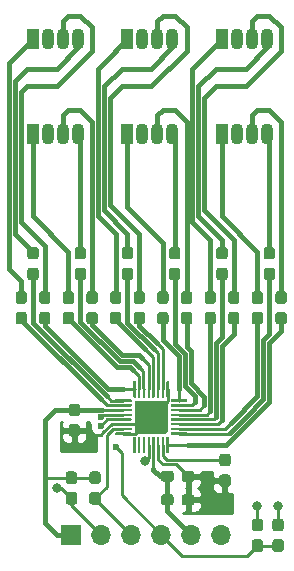
<source format=gbr>
G04 #@! TF.GenerationSoftware,KiCad,Pcbnew,(5.1.4)-1*
G04 #@! TF.CreationDate,2021-05-12T10:10:47-04:00*
G04 #@! TF.ProjectId,QAZ_IS31FL3746A_breakoutboard,51415a5f-4953-4333-9146-4c3337343641,rev?*
G04 #@! TF.SameCoordinates,Original*
G04 #@! TF.FileFunction,Copper,L1,Top*
G04 #@! TF.FilePolarity,Positive*
%FSLAX46Y46*%
G04 Gerber Fmt 4.6, Leading zero omitted, Abs format (unit mm)*
G04 Created by KiCad (PCBNEW (5.1.4)-1) date 2021-05-12 10:10:47*
%MOMM*%
%LPD*%
G04 APERTURE LIST*
%ADD10O,1.700000X1.700000*%
%ADD11R,1.700000X1.700000*%
%ADD12C,1.524000*%
%ADD13C,0.100000*%
%ADD14C,0.200000*%
%ADD15C,2.800000*%
%ADD16C,0.950000*%
%ADD17O,1.070000X1.800000*%
%ADD18R,1.070000X1.800000*%
%ADD19C,0.800000*%
%ADD20C,0.600000*%
%ADD21C,0.250000*%
%ADD22C,0.400000*%
%ADD23C,0.254000*%
G04 APERTURE END LIST*
D10*
X145450000Y-76000000D03*
X142910000Y-76000000D03*
X140370000Y-76000000D03*
X137830000Y-76000000D03*
X135290000Y-76000000D03*
D11*
X132750000Y-76000000D03*
D12*
X139500000Y-66000000D03*
D13*
G36*
X137804901Y-66500241D02*
G01*
X137809755Y-66500961D01*
X137814514Y-66502153D01*
X137819134Y-66503806D01*
X137823570Y-66505904D01*
X137827779Y-66508427D01*
X137831720Y-66511349D01*
X137835355Y-66514645D01*
X137838651Y-66518280D01*
X137841573Y-66522221D01*
X137844096Y-66526430D01*
X137846194Y-66530866D01*
X137847847Y-66535486D01*
X137849039Y-66540245D01*
X137849759Y-66545099D01*
X137850000Y-66550000D01*
X137850000Y-66650000D01*
X137849759Y-66654901D01*
X137849039Y-66659755D01*
X137847847Y-66664514D01*
X137846194Y-66669134D01*
X137844096Y-66673570D01*
X137841573Y-66677779D01*
X137838651Y-66681720D01*
X137835355Y-66685355D01*
X137831720Y-66688651D01*
X137827779Y-66691573D01*
X137823570Y-66694096D01*
X137819134Y-66696194D01*
X137814514Y-66697847D01*
X137809755Y-66699039D01*
X137804901Y-66699759D01*
X137800000Y-66700000D01*
X136500000Y-66700000D01*
X136495099Y-66699759D01*
X136490245Y-66699039D01*
X136485486Y-66697847D01*
X136480866Y-66696194D01*
X136476430Y-66694096D01*
X136472221Y-66691573D01*
X136468280Y-66688651D01*
X136464645Y-66685355D01*
X136461349Y-66681720D01*
X136458427Y-66677779D01*
X136455904Y-66673570D01*
X136453806Y-66669134D01*
X136452153Y-66664514D01*
X136450961Y-66659755D01*
X136450241Y-66654901D01*
X136450000Y-66650000D01*
X136450000Y-66550000D01*
X136450241Y-66545099D01*
X136450961Y-66540245D01*
X136452153Y-66535486D01*
X136453806Y-66530866D01*
X136455904Y-66526430D01*
X136458427Y-66522221D01*
X136461349Y-66518280D01*
X136464645Y-66514645D01*
X136468280Y-66511349D01*
X136472221Y-66508427D01*
X136476430Y-66505904D01*
X136480866Y-66503806D01*
X136485486Y-66502153D01*
X136490245Y-66500961D01*
X136495099Y-66500241D01*
X136500000Y-66500000D01*
X137800000Y-66500000D01*
X137804901Y-66500241D01*
X137804901Y-66500241D01*
G37*
D14*
X137150000Y-66600000D03*
D13*
G36*
X138554901Y-67650241D02*
G01*
X138559755Y-67650961D01*
X138564514Y-67652153D01*
X138569134Y-67653806D01*
X138573570Y-67655904D01*
X138577779Y-67658427D01*
X138581720Y-67661349D01*
X138585355Y-67664645D01*
X138588651Y-67668280D01*
X138591573Y-67672221D01*
X138594096Y-67676430D01*
X138596194Y-67680866D01*
X138597847Y-67685486D01*
X138599039Y-67690245D01*
X138599759Y-67695099D01*
X138600000Y-67700000D01*
X138600000Y-69000000D01*
X138599759Y-69004901D01*
X138599039Y-69009755D01*
X138597847Y-69014514D01*
X138596194Y-69019134D01*
X138594096Y-69023570D01*
X138591573Y-69027779D01*
X138588651Y-69031720D01*
X138585355Y-69035355D01*
X138581720Y-69038651D01*
X138577779Y-69041573D01*
X138573570Y-69044096D01*
X138569134Y-69046194D01*
X138564514Y-69047847D01*
X138559755Y-69049039D01*
X138554901Y-69049759D01*
X138550000Y-69050000D01*
X138450000Y-69050000D01*
X138445099Y-69049759D01*
X138440245Y-69049039D01*
X138435486Y-69047847D01*
X138430866Y-69046194D01*
X138426430Y-69044096D01*
X138422221Y-69041573D01*
X138418280Y-69038651D01*
X138414645Y-69035355D01*
X138411349Y-69031720D01*
X138408427Y-69027779D01*
X138405904Y-69023570D01*
X138403806Y-69019134D01*
X138402153Y-69014514D01*
X138400961Y-69009755D01*
X138400241Y-69004901D01*
X138400000Y-69000000D01*
X138400000Y-67700000D01*
X138400241Y-67695099D01*
X138400961Y-67690245D01*
X138402153Y-67685486D01*
X138403806Y-67680866D01*
X138405904Y-67676430D01*
X138408427Y-67672221D01*
X138411349Y-67668280D01*
X138414645Y-67664645D01*
X138418280Y-67661349D01*
X138422221Y-67658427D01*
X138426430Y-67655904D01*
X138430866Y-67653806D01*
X138435486Y-67652153D01*
X138440245Y-67650961D01*
X138445099Y-67650241D01*
X138450000Y-67650000D01*
X138550000Y-67650000D01*
X138554901Y-67650241D01*
X138554901Y-67650241D01*
G37*
D14*
X138500000Y-68350000D03*
D13*
G36*
X139754901Y-67650241D02*
G01*
X139759755Y-67650961D01*
X139764514Y-67652153D01*
X139769134Y-67653806D01*
X139773570Y-67655904D01*
X139777779Y-67658427D01*
X139781720Y-67661349D01*
X139785355Y-67664645D01*
X139788651Y-67668280D01*
X139791573Y-67672221D01*
X139794096Y-67676430D01*
X139796194Y-67680866D01*
X139797847Y-67685486D01*
X139799039Y-67690245D01*
X139799759Y-67695099D01*
X139800000Y-67700000D01*
X139800000Y-69000000D01*
X139799759Y-69004901D01*
X139799039Y-69009755D01*
X139797847Y-69014514D01*
X139796194Y-69019134D01*
X139794096Y-69023570D01*
X139791573Y-69027779D01*
X139788651Y-69031720D01*
X139785355Y-69035355D01*
X139781720Y-69038651D01*
X139777779Y-69041573D01*
X139773570Y-69044096D01*
X139769134Y-69046194D01*
X139764514Y-69047847D01*
X139759755Y-69049039D01*
X139754901Y-69049759D01*
X139750000Y-69050000D01*
X139650000Y-69050000D01*
X139645099Y-69049759D01*
X139640245Y-69049039D01*
X139635486Y-69047847D01*
X139630866Y-69046194D01*
X139626430Y-69044096D01*
X139622221Y-69041573D01*
X139618280Y-69038651D01*
X139614645Y-69035355D01*
X139611349Y-69031720D01*
X139608427Y-69027779D01*
X139605904Y-69023570D01*
X139603806Y-69019134D01*
X139602153Y-69014514D01*
X139600961Y-69009755D01*
X139600241Y-69004901D01*
X139600000Y-69000000D01*
X139600000Y-67700000D01*
X139600241Y-67695099D01*
X139600961Y-67690245D01*
X139602153Y-67685486D01*
X139603806Y-67680866D01*
X139605904Y-67676430D01*
X139608427Y-67672221D01*
X139611349Y-67668280D01*
X139614645Y-67664645D01*
X139618280Y-67661349D01*
X139622221Y-67658427D01*
X139626430Y-67655904D01*
X139630866Y-67653806D01*
X139635486Y-67652153D01*
X139640245Y-67650961D01*
X139645099Y-67650241D01*
X139650000Y-67650000D01*
X139750000Y-67650000D01*
X139754901Y-67650241D01*
X139754901Y-67650241D01*
G37*
D14*
X139700000Y-68350000D03*
D13*
G36*
X140154901Y-67650241D02*
G01*
X140159755Y-67650961D01*
X140164514Y-67652153D01*
X140169134Y-67653806D01*
X140173570Y-67655904D01*
X140177779Y-67658427D01*
X140181720Y-67661349D01*
X140185355Y-67664645D01*
X140188651Y-67668280D01*
X140191573Y-67672221D01*
X140194096Y-67676430D01*
X140196194Y-67680866D01*
X140197847Y-67685486D01*
X140199039Y-67690245D01*
X140199759Y-67695099D01*
X140200000Y-67700000D01*
X140200000Y-69000000D01*
X140199759Y-69004901D01*
X140199039Y-69009755D01*
X140197847Y-69014514D01*
X140196194Y-69019134D01*
X140194096Y-69023570D01*
X140191573Y-69027779D01*
X140188651Y-69031720D01*
X140185355Y-69035355D01*
X140181720Y-69038651D01*
X140177779Y-69041573D01*
X140173570Y-69044096D01*
X140169134Y-69046194D01*
X140164514Y-69047847D01*
X140159755Y-69049039D01*
X140154901Y-69049759D01*
X140150000Y-69050000D01*
X140050000Y-69050000D01*
X140045099Y-69049759D01*
X140040245Y-69049039D01*
X140035486Y-69047847D01*
X140030866Y-69046194D01*
X140026430Y-69044096D01*
X140022221Y-69041573D01*
X140018280Y-69038651D01*
X140014645Y-69035355D01*
X140011349Y-69031720D01*
X140008427Y-69027779D01*
X140005904Y-69023570D01*
X140003806Y-69019134D01*
X140002153Y-69014514D01*
X140000961Y-69009755D01*
X140000241Y-69004901D01*
X140000000Y-69000000D01*
X140000000Y-67700000D01*
X140000241Y-67695099D01*
X140000961Y-67690245D01*
X140002153Y-67685486D01*
X140003806Y-67680866D01*
X140005904Y-67676430D01*
X140008427Y-67672221D01*
X140011349Y-67668280D01*
X140014645Y-67664645D01*
X140018280Y-67661349D01*
X140022221Y-67658427D01*
X140026430Y-67655904D01*
X140030866Y-67653806D01*
X140035486Y-67652153D01*
X140040245Y-67650961D01*
X140045099Y-67650241D01*
X140050000Y-67650000D01*
X140150000Y-67650000D01*
X140154901Y-67650241D01*
X140154901Y-67650241D01*
G37*
D14*
X140100000Y-68350000D03*
D13*
G36*
X142504901Y-66100241D02*
G01*
X142509755Y-66100961D01*
X142514514Y-66102153D01*
X142519134Y-66103806D01*
X142523570Y-66105904D01*
X142527779Y-66108427D01*
X142531720Y-66111349D01*
X142535355Y-66114645D01*
X142538651Y-66118280D01*
X142541573Y-66122221D01*
X142544096Y-66126430D01*
X142546194Y-66130866D01*
X142547847Y-66135486D01*
X142549039Y-66140245D01*
X142549759Y-66145099D01*
X142550000Y-66150000D01*
X142550000Y-66250000D01*
X142549759Y-66254901D01*
X142549039Y-66259755D01*
X142547847Y-66264514D01*
X142546194Y-66269134D01*
X142544096Y-66273570D01*
X142541573Y-66277779D01*
X142538651Y-66281720D01*
X142535355Y-66285355D01*
X142531720Y-66288651D01*
X142527779Y-66291573D01*
X142523570Y-66294096D01*
X142519134Y-66296194D01*
X142514514Y-66297847D01*
X142509755Y-66299039D01*
X142504901Y-66299759D01*
X142500000Y-66300000D01*
X141200000Y-66300000D01*
X141195099Y-66299759D01*
X141190245Y-66299039D01*
X141185486Y-66297847D01*
X141180866Y-66296194D01*
X141176430Y-66294096D01*
X141172221Y-66291573D01*
X141168280Y-66288651D01*
X141164645Y-66285355D01*
X141161349Y-66281720D01*
X141158427Y-66277779D01*
X141155904Y-66273570D01*
X141153806Y-66269134D01*
X141152153Y-66264514D01*
X141150961Y-66259755D01*
X141150241Y-66254901D01*
X141150000Y-66250000D01*
X141150000Y-66150000D01*
X141150241Y-66145099D01*
X141150961Y-66140245D01*
X141152153Y-66135486D01*
X141153806Y-66130866D01*
X141155904Y-66126430D01*
X141158427Y-66122221D01*
X141161349Y-66118280D01*
X141164645Y-66114645D01*
X141168280Y-66111349D01*
X141172221Y-66108427D01*
X141176430Y-66105904D01*
X141180866Y-66103806D01*
X141185486Y-66102153D01*
X141190245Y-66100961D01*
X141195099Y-66100241D01*
X141200000Y-66100000D01*
X142500000Y-66100000D01*
X142504901Y-66100241D01*
X142504901Y-66100241D01*
G37*
D14*
X141850000Y-66200000D03*
D13*
G36*
X142504901Y-64900241D02*
G01*
X142509755Y-64900961D01*
X142514514Y-64902153D01*
X142519134Y-64903806D01*
X142523570Y-64905904D01*
X142527779Y-64908427D01*
X142531720Y-64911349D01*
X142535355Y-64914645D01*
X142538651Y-64918280D01*
X142541573Y-64922221D01*
X142544096Y-64926430D01*
X142546194Y-64930866D01*
X142547847Y-64935486D01*
X142549039Y-64940245D01*
X142549759Y-64945099D01*
X142550000Y-64950000D01*
X142550000Y-65050000D01*
X142549759Y-65054901D01*
X142549039Y-65059755D01*
X142547847Y-65064514D01*
X142546194Y-65069134D01*
X142544096Y-65073570D01*
X142541573Y-65077779D01*
X142538651Y-65081720D01*
X142535355Y-65085355D01*
X142531720Y-65088651D01*
X142527779Y-65091573D01*
X142523570Y-65094096D01*
X142519134Y-65096194D01*
X142514514Y-65097847D01*
X142509755Y-65099039D01*
X142504901Y-65099759D01*
X142500000Y-65100000D01*
X141200000Y-65100000D01*
X141195099Y-65099759D01*
X141190245Y-65099039D01*
X141185486Y-65097847D01*
X141180866Y-65096194D01*
X141176430Y-65094096D01*
X141172221Y-65091573D01*
X141168280Y-65088651D01*
X141164645Y-65085355D01*
X141161349Y-65081720D01*
X141158427Y-65077779D01*
X141155904Y-65073570D01*
X141153806Y-65069134D01*
X141152153Y-65064514D01*
X141150961Y-65059755D01*
X141150241Y-65054901D01*
X141150000Y-65050000D01*
X141150000Y-64950000D01*
X141150241Y-64945099D01*
X141150961Y-64940245D01*
X141152153Y-64935486D01*
X141153806Y-64930866D01*
X141155904Y-64926430D01*
X141158427Y-64922221D01*
X141161349Y-64918280D01*
X141164645Y-64914645D01*
X141168280Y-64911349D01*
X141172221Y-64908427D01*
X141176430Y-64905904D01*
X141180866Y-64903806D01*
X141185486Y-64902153D01*
X141190245Y-64900961D01*
X141195099Y-64900241D01*
X141200000Y-64900000D01*
X142500000Y-64900000D01*
X142504901Y-64900241D01*
X142504901Y-64900241D01*
G37*
D14*
X141850000Y-65000000D03*
D13*
G36*
X140154901Y-62950241D02*
G01*
X140159755Y-62950961D01*
X140164514Y-62952153D01*
X140169134Y-62953806D01*
X140173570Y-62955904D01*
X140177779Y-62958427D01*
X140181720Y-62961349D01*
X140185355Y-62964645D01*
X140188651Y-62968280D01*
X140191573Y-62972221D01*
X140194096Y-62976430D01*
X140196194Y-62980866D01*
X140197847Y-62985486D01*
X140199039Y-62990245D01*
X140199759Y-62995099D01*
X140200000Y-63000000D01*
X140200000Y-64300000D01*
X140199759Y-64304901D01*
X140199039Y-64309755D01*
X140197847Y-64314514D01*
X140196194Y-64319134D01*
X140194096Y-64323570D01*
X140191573Y-64327779D01*
X140188651Y-64331720D01*
X140185355Y-64335355D01*
X140181720Y-64338651D01*
X140177779Y-64341573D01*
X140173570Y-64344096D01*
X140169134Y-64346194D01*
X140164514Y-64347847D01*
X140159755Y-64349039D01*
X140154901Y-64349759D01*
X140150000Y-64350000D01*
X140050000Y-64350000D01*
X140045099Y-64349759D01*
X140040245Y-64349039D01*
X140035486Y-64347847D01*
X140030866Y-64346194D01*
X140026430Y-64344096D01*
X140022221Y-64341573D01*
X140018280Y-64338651D01*
X140014645Y-64335355D01*
X140011349Y-64331720D01*
X140008427Y-64327779D01*
X140005904Y-64323570D01*
X140003806Y-64319134D01*
X140002153Y-64314514D01*
X140000961Y-64309755D01*
X140000241Y-64304901D01*
X140000000Y-64300000D01*
X140000000Y-63000000D01*
X140000241Y-62995099D01*
X140000961Y-62990245D01*
X140002153Y-62985486D01*
X140003806Y-62980866D01*
X140005904Y-62976430D01*
X140008427Y-62972221D01*
X140011349Y-62968280D01*
X140014645Y-62964645D01*
X140018280Y-62961349D01*
X140022221Y-62958427D01*
X140026430Y-62955904D01*
X140030866Y-62953806D01*
X140035486Y-62952153D01*
X140040245Y-62950961D01*
X140045099Y-62950241D01*
X140050000Y-62950000D01*
X140150000Y-62950000D01*
X140154901Y-62950241D01*
X140154901Y-62950241D01*
G37*
D14*
X140100000Y-63650000D03*
D13*
G36*
X139354901Y-62950241D02*
G01*
X139359755Y-62950961D01*
X139364514Y-62952153D01*
X139369134Y-62953806D01*
X139373570Y-62955904D01*
X139377779Y-62958427D01*
X139381720Y-62961349D01*
X139385355Y-62964645D01*
X139388651Y-62968280D01*
X139391573Y-62972221D01*
X139394096Y-62976430D01*
X139396194Y-62980866D01*
X139397847Y-62985486D01*
X139399039Y-62990245D01*
X139399759Y-62995099D01*
X139400000Y-63000000D01*
X139400000Y-64300000D01*
X139399759Y-64304901D01*
X139399039Y-64309755D01*
X139397847Y-64314514D01*
X139396194Y-64319134D01*
X139394096Y-64323570D01*
X139391573Y-64327779D01*
X139388651Y-64331720D01*
X139385355Y-64335355D01*
X139381720Y-64338651D01*
X139377779Y-64341573D01*
X139373570Y-64344096D01*
X139369134Y-64346194D01*
X139364514Y-64347847D01*
X139359755Y-64349039D01*
X139354901Y-64349759D01*
X139350000Y-64350000D01*
X139250000Y-64350000D01*
X139245099Y-64349759D01*
X139240245Y-64349039D01*
X139235486Y-64347847D01*
X139230866Y-64346194D01*
X139226430Y-64344096D01*
X139222221Y-64341573D01*
X139218280Y-64338651D01*
X139214645Y-64335355D01*
X139211349Y-64331720D01*
X139208427Y-64327779D01*
X139205904Y-64323570D01*
X139203806Y-64319134D01*
X139202153Y-64314514D01*
X139200961Y-64309755D01*
X139200241Y-64304901D01*
X139200000Y-64300000D01*
X139200000Y-63000000D01*
X139200241Y-62995099D01*
X139200961Y-62990245D01*
X139202153Y-62985486D01*
X139203806Y-62980866D01*
X139205904Y-62976430D01*
X139208427Y-62972221D01*
X139211349Y-62968280D01*
X139214645Y-62964645D01*
X139218280Y-62961349D01*
X139222221Y-62958427D01*
X139226430Y-62955904D01*
X139230866Y-62953806D01*
X139235486Y-62952153D01*
X139240245Y-62950961D01*
X139245099Y-62950241D01*
X139250000Y-62950000D01*
X139350000Y-62950000D01*
X139354901Y-62950241D01*
X139354901Y-62950241D01*
G37*
D14*
X139300000Y-63650000D03*
D13*
G36*
X137804901Y-64500241D02*
G01*
X137809755Y-64500961D01*
X137814514Y-64502153D01*
X137819134Y-64503806D01*
X137823570Y-64505904D01*
X137827779Y-64508427D01*
X137831720Y-64511349D01*
X137835355Y-64514645D01*
X137838651Y-64518280D01*
X137841573Y-64522221D01*
X137844096Y-64526430D01*
X137846194Y-64530866D01*
X137847847Y-64535486D01*
X137849039Y-64540245D01*
X137849759Y-64545099D01*
X137850000Y-64550000D01*
X137850000Y-64650000D01*
X137849759Y-64654901D01*
X137849039Y-64659755D01*
X137847847Y-64664514D01*
X137846194Y-64669134D01*
X137844096Y-64673570D01*
X137841573Y-64677779D01*
X137838651Y-64681720D01*
X137835355Y-64685355D01*
X137831720Y-64688651D01*
X137827779Y-64691573D01*
X137823570Y-64694096D01*
X137819134Y-64696194D01*
X137814514Y-64697847D01*
X137809755Y-64699039D01*
X137804901Y-64699759D01*
X137800000Y-64700000D01*
X136500000Y-64700000D01*
X136495099Y-64699759D01*
X136490245Y-64699039D01*
X136485486Y-64697847D01*
X136480866Y-64696194D01*
X136476430Y-64694096D01*
X136472221Y-64691573D01*
X136468280Y-64688651D01*
X136464645Y-64685355D01*
X136461349Y-64681720D01*
X136458427Y-64677779D01*
X136455904Y-64673570D01*
X136453806Y-64669134D01*
X136452153Y-64664514D01*
X136450961Y-64659755D01*
X136450241Y-64654901D01*
X136450000Y-64650000D01*
X136450000Y-64550000D01*
X136450241Y-64545099D01*
X136450961Y-64540245D01*
X136452153Y-64535486D01*
X136453806Y-64530866D01*
X136455904Y-64526430D01*
X136458427Y-64522221D01*
X136461349Y-64518280D01*
X136464645Y-64514645D01*
X136468280Y-64511349D01*
X136472221Y-64508427D01*
X136476430Y-64505904D01*
X136480866Y-64503806D01*
X136485486Y-64502153D01*
X136490245Y-64500961D01*
X136495099Y-64500241D01*
X136500000Y-64500000D01*
X137800000Y-64500000D01*
X137804901Y-64500241D01*
X137804901Y-64500241D01*
G37*
D14*
X137150000Y-64600000D03*
D13*
G36*
X137804901Y-65700241D02*
G01*
X137809755Y-65700961D01*
X137814514Y-65702153D01*
X137819134Y-65703806D01*
X137823570Y-65705904D01*
X137827779Y-65708427D01*
X137831720Y-65711349D01*
X137835355Y-65714645D01*
X137838651Y-65718280D01*
X137841573Y-65722221D01*
X137844096Y-65726430D01*
X137846194Y-65730866D01*
X137847847Y-65735486D01*
X137849039Y-65740245D01*
X137849759Y-65745099D01*
X137850000Y-65750000D01*
X137850000Y-65850000D01*
X137849759Y-65854901D01*
X137849039Y-65859755D01*
X137847847Y-65864514D01*
X137846194Y-65869134D01*
X137844096Y-65873570D01*
X137841573Y-65877779D01*
X137838651Y-65881720D01*
X137835355Y-65885355D01*
X137831720Y-65888651D01*
X137827779Y-65891573D01*
X137823570Y-65894096D01*
X137819134Y-65896194D01*
X137814514Y-65897847D01*
X137809755Y-65899039D01*
X137804901Y-65899759D01*
X137800000Y-65900000D01*
X136500000Y-65900000D01*
X136495099Y-65899759D01*
X136490245Y-65899039D01*
X136485486Y-65897847D01*
X136480866Y-65896194D01*
X136476430Y-65894096D01*
X136472221Y-65891573D01*
X136468280Y-65888651D01*
X136464645Y-65885355D01*
X136461349Y-65881720D01*
X136458427Y-65877779D01*
X136455904Y-65873570D01*
X136453806Y-65869134D01*
X136452153Y-65864514D01*
X136450961Y-65859755D01*
X136450241Y-65854901D01*
X136450000Y-65850000D01*
X136450000Y-65750000D01*
X136450241Y-65745099D01*
X136450961Y-65740245D01*
X136452153Y-65735486D01*
X136453806Y-65730866D01*
X136455904Y-65726430D01*
X136458427Y-65722221D01*
X136461349Y-65718280D01*
X136464645Y-65714645D01*
X136468280Y-65711349D01*
X136472221Y-65708427D01*
X136476430Y-65705904D01*
X136480866Y-65703806D01*
X136485486Y-65702153D01*
X136490245Y-65700961D01*
X136495099Y-65700241D01*
X136500000Y-65700000D01*
X137800000Y-65700000D01*
X137804901Y-65700241D01*
X137804901Y-65700241D01*
G37*
D14*
X137150000Y-65800000D03*
D13*
G36*
X139754901Y-62950241D02*
G01*
X139759755Y-62950961D01*
X139764514Y-62952153D01*
X139769134Y-62953806D01*
X139773570Y-62955904D01*
X139777779Y-62958427D01*
X139781720Y-62961349D01*
X139785355Y-62964645D01*
X139788651Y-62968280D01*
X139791573Y-62972221D01*
X139794096Y-62976430D01*
X139796194Y-62980866D01*
X139797847Y-62985486D01*
X139799039Y-62990245D01*
X139799759Y-62995099D01*
X139800000Y-63000000D01*
X139800000Y-64300000D01*
X139799759Y-64304901D01*
X139799039Y-64309755D01*
X139797847Y-64314514D01*
X139796194Y-64319134D01*
X139794096Y-64323570D01*
X139791573Y-64327779D01*
X139788651Y-64331720D01*
X139785355Y-64335355D01*
X139781720Y-64338651D01*
X139777779Y-64341573D01*
X139773570Y-64344096D01*
X139769134Y-64346194D01*
X139764514Y-64347847D01*
X139759755Y-64349039D01*
X139754901Y-64349759D01*
X139750000Y-64350000D01*
X139650000Y-64350000D01*
X139645099Y-64349759D01*
X139640245Y-64349039D01*
X139635486Y-64347847D01*
X139630866Y-64346194D01*
X139626430Y-64344096D01*
X139622221Y-64341573D01*
X139618280Y-64338651D01*
X139614645Y-64335355D01*
X139611349Y-64331720D01*
X139608427Y-64327779D01*
X139605904Y-64323570D01*
X139603806Y-64319134D01*
X139602153Y-64314514D01*
X139600961Y-64309755D01*
X139600241Y-64304901D01*
X139600000Y-64300000D01*
X139600000Y-63000000D01*
X139600241Y-62995099D01*
X139600961Y-62990245D01*
X139602153Y-62985486D01*
X139603806Y-62980866D01*
X139605904Y-62976430D01*
X139608427Y-62972221D01*
X139611349Y-62968280D01*
X139614645Y-62964645D01*
X139618280Y-62961349D01*
X139622221Y-62958427D01*
X139626430Y-62955904D01*
X139630866Y-62953806D01*
X139635486Y-62952153D01*
X139640245Y-62950961D01*
X139645099Y-62950241D01*
X139650000Y-62950000D01*
X139750000Y-62950000D01*
X139754901Y-62950241D01*
X139754901Y-62950241D01*
G37*
D14*
X139700000Y-63650000D03*
D13*
G36*
X137804901Y-66900241D02*
G01*
X137809755Y-66900961D01*
X137814514Y-66902153D01*
X137819134Y-66903806D01*
X137823570Y-66905904D01*
X137827779Y-66908427D01*
X137831720Y-66911349D01*
X137835355Y-66914645D01*
X137838651Y-66918280D01*
X137841573Y-66922221D01*
X137844096Y-66926430D01*
X137846194Y-66930866D01*
X137847847Y-66935486D01*
X137849039Y-66940245D01*
X137849759Y-66945099D01*
X137850000Y-66950000D01*
X137850000Y-67050000D01*
X137849759Y-67054901D01*
X137849039Y-67059755D01*
X137847847Y-67064514D01*
X137846194Y-67069134D01*
X137844096Y-67073570D01*
X137841573Y-67077779D01*
X137838651Y-67081720D01*
X137835355Y-67085355D01*
X137831720Y-67088651D01*
X137827779Y-67091573D01*
X137823570Y-67094096D01*
X137819134Y-67096194D01*
X137814514Y-67097847D01*
X137809755Y-67099039D01*
X137804901Y-67099759D01*
X137800000Y-67100000D01*
X136500000Y-67100000D01*
X136495099Y-67099759D01*
X136490245Y-67099039D01*
X136485486Y-67097847D01*
X136480866Y-67096194D01*
X136476430Y-67094096D01*
X136472221Y-67091573D01*
X136468280Y-67088651D01*
X136464645Y-67085355D01*
X136461349Y-67081720D01*
X136458427Y-67077779D01*
X136455904Y-67073570D01*
X136453806Y-67069134D01*
X136452153Y-67064514D01*
X136450961Y-67059755D01*
X136450241Y-67054901D01*
X136450000Y-67050000D01*
X136450000Y-66950000D01*
X136450241Y-66945099D01*
X136450961Y-66940245D01*
X136452153Y-66935486D01*
X136453806Y-66930866D01*
X136455904Y-66926430D01*
X136458427Y-66922221D01*
X136461349Y-66918280D01*
X136464645Y-66914645D01*
X136468280Y-66911349D01*
X136472221Y-66908427D01*
X136476430Y-66905904D01*
X136480866Y-66903806D01*
X136485486Y-66902153D01*
X136490245Y-66900961D01*
X136495099Y-66900241D01*
X136500000Y-66900000D01*
X137800000Y-66900000D01*
X137804901Y-66900241D01*
X137804901Y-66900241D01*
G37*
D14*
X137150000Y-67000000D03*
D13*
G36*
X137804901Y-67300241D02*
G01*
X137809755Y-67300961D01*
X137814514Y-67302153D01*
X137819134Y-67303806D01*
X137823570Y-67305904D01*
X137827779Y-67308427D01*
X137831720Y-67311349D01*
X137835355Y-67314645D01*
X137838651Y-67318280D01*
X137841573Y-67322221D01*
X137844096Y-67326430D01*
X137846194Y-67330866D01*
X137847847Y-67335486D01*
X137849039Y-67340245D01*
X137849759Y-67345099D01*
X137850000Y-67350000D01*
X137850000Y-67450000D01*
X137849759Y-67454901D01*
X137849039Y-67459755D01*
X137847847Y-67464514D01*
X137846194Y-67469134D01*
X137844096Y-67473570D01*
X137841573Y-67477779D01*
X137838651Y-67481720D01*
X137835355Y-67485355D01*
X137831720Y-67488651D01*
X137827779Y-67491573D01*
X137823570Y-67494096D01*
X137819134Y-67496194D01*
X137814514Y-67497847D01*
X137809755Y-67499039D01*
X137804901Y-67499759D01*
X137800000Y-67500000D01*
X136500000Y-67500000D01*
X136495099Y-67499759D01*
X136490245Y-67499039D01*
X136485486Y-67497847D01*
X136480866Y-67496194D01*
X136476430Y-67494096D01*
X136472221Y-67491573D01*
X136468280Y-67488651D01*
X136464645Y-67485355D01*
X136461349Y-67481720D01*
X136458427Y-67477779D01*
X136455904Y-67473570D01*
X136453806Y-67469134D01*
X136452153Y-67464514D01*
X136450961Y-67459755D01*
X136450241Y-67454901D01*
X136450000Y-67450000D01*
X136450000Y-67350000D01*
X136450241Y-67345099D01*
X136450961Y-67340245D01*
X136452153Y-67335486D01*
X136453806Y-67330866D01*
X136455904Y-67326430D01*
X136458427Y-67322221D01*
X136461349Y-67318280D01*
X136464645Y-67314645D01*
X136468280Y-67311349D01*
X136472221Y-67308427D01*
X136476430Y-67305904D01*
X136480866Y-67303806D01*
X136485486Y-67302153D01*
X136490245Y-67300961D01*
X136495099Y-67300241D01*
X136500000Y-67300000D01*
X137800000Y-67300000D01*
X137804901Y-67300241D01*
X137804901Y-67300241D01*
G37*
D14*
X137150000Y-67400000D03*
D13*
G36*
X138154901Y-67650241D02*
G01*
X138159755Y-67650961D01*
X138164514Y-67652153D01*
X138169134Y-67653806D01*
X138173570Y-67655904D01*
X138177779Y-67658427D01*
X138181720Y-67661349D01*
X138185355Y-67664645D01*
X138188651Y-67668280D01*
X138191573Y-67672221D01*
X138194096Y-67676430D01*
X138196194Y-67680866D01*
X138197847Y-67685486D01*
X138199039Y-67690245D01*
X138199759Y-67695099D01*
X138200000Y-67700000D01*
X138200000Y-69000000D01*
X138199759Y-69004901D01*
X138199039Y-69009755D01*
X138197847Y-69014514D01*
X138196194Y-69019134D01*
X138194096Y-69023570D01*
X138191573Y-69027779D01*
X138188651Y-69031720D01*
X138185355Y-69035355D01*
X138181720Y-69038651D01*
X138177779Y-69041573D01*
X138173570Y-69044096D01*
X138169134Y-69046194D01*
X138164514Y-69047847D01*
X138159755Y-69049039D01*
X138154901Y-69049759D01*
X138150000Y-69050000D01*
X138050000Y-69050000D01*
X138045099Y-69049759D01*
X138040245Y-69049039D01*
X138035486Y-69047847D01*
X138030866Y-69046194D01*
X138026430Y-69044096D01*
X138022221Y-69041573D01*
X138018280Y-69038651D01*
X138014645Y-69035355D01*
X138011349Y-69031720D01*
X138008427Y-69027779D01*
X138005904Y-69023570D01*
X138003806Y-69019134D01*
X138002153Y-69014514D01*
X138000961Y-69009755D01*
X138000241Y-69004901D01*
X138000000Y-69000000D01*
X138000000Y-67700000D01*
X138000241Y-67695099D01*
X138000961Y-67690245D01*
X138002153Y-67685486D01*
X138003806Y-67680866D01*
X138005904Y-67676430D01*
X138008427Y-67672221D01*
X138011349Y-67668280D01*
X138014645Y-67664645D01*
X138018280Y-67661349D01*
X138022221Y-67658427D01*
X138026430Y-67655904D01*
X138030866Y-67653806D01*
X138035486Y-67652153D01*
X138040245Y-67650961D01*
X138045099Y-67650241D01*
X138050000Y-67650000D01*
X138150000Y-67650000D01*
X138154901Y-67650241D01*
X138154901Y-67650241D01*
G37*
D14*
X138100000Y-68350000D03*
D13*
G36*
X140954901Y-67650241D02*
G01*
X140959755Y-67650961D01*
X140964514Y-67652153D01*
X140969134Y-67653806D01*
X140973570Y-67655904D01*
X140977779Y-67658427D01*
X140981720Y-67661349D01*
X140985355Y-67664645D01*
X140988651Y-67668280D01*
X140991573Y-67672221D01*
X140994096Y-67676430D01*
X140996194Y-67680866D01*
X140997847Y-67685486D01*
X140999039Y-67690245D01*
X140999759Y-67695099D01*
X141000000Y-67700000D01*
X141000000Y-69000000D01*
X140999759Y-69004901D01*
X140999039Y-69009755D01*
X140997847Y-69014514D01*
X140996194Y-69019134D01*
X140994096Y-69023570D01*
X140991573Y-69027779D01*
X140988651Y-69031720D01*
X140985355Y-69035355D01*
X140981720Y-69038651D01*
X140977779Y-69041573D01*
X140973570Y-69044096D01*
X140969134Y-69046194D01*
X140964514Y-69047847D01*
X140959755Y-69049039D01*
X140954901Y-69049759D01*
X140950000Y-69050000D01*
X140850000Y-69050000D01*
X140845099Y-69049759D01*
X140840245Y-69049039D01*
X140835486Y-69047847D01*
X140830866Y-69046194D01*
X140826430Y-69044096D01*
X140822221Y-69041573D01*
X140818280Y-69038651D01*
X140814645Y-69035355D01*
X140811349Y-69031720D01*
X140808427Y-69027779D01*
X140805904Y-69023570D01*
X140803806Y-69019134D01*
X140802153Y-69014514D01*
X140800961Y-69009755D01*
X140800241Y-69004901D01*
X140800000Y-69000000D01*
X140800000Y-67700000D01*
X140800241Y-67695099D01*
X140800961Y-67690245D01*
X140802153Y-67685486D01*
X140803806Y-67680866D01*
X140805904Y-67676430D01*
X140808427Y-67672221D01*
X140811349Y-67668280D01*
X140814645Y-67664645D01*
X140818280Y-67661349D01*
X140822221Y-67658427D01*
X140826430Y-67655904D01*
X140830866Y-67653806D01*
X140835486Y-67652153D01*
X140840245Y-67650961D01*
X140845099Y-67650241D01*
X140850000Y-67650000D01*
X140950000Y-67650000D01*
X140954901Y-67650241D01*
X140954901Y-67650241D01*
G37*
D14*
X140900000Y-68350000D03*
D13*
G36*
X142504901Y-64500241D02*
G01*
X142509755Y-64500961D01*
X142514514Y-64502153D01*
X142519134Y-64503806D01*
X142523570Y-64505904D01*
X142527779Y-64508427D01*
X142531720Y-64511349D01*
X142535355Y-64514645D01*
X142538651Y-64518280D01*
X142541573Y-64522221D01*
X142544096Y-64526430D01*
X142546194Y-64530866D01*
X142547847Y-64535486D01*
X142549039Y-64540245D01*
X142549759Y-64545099D01*
X142550000Y-64550000D01*
X142550000Y-64650000D01*
X142549759Y-64654901D01*
X142549039Y-64659755D01*
X142547847Y-64664514D01*
X142546194Y-64669134D01*
X142544096Y-64673570D01*
X142541573Y-64677779D01*
X142538651Y-64681720D01*
X142535355Y-64685355D01*
X142531720Y-64688651D01*
X142527779Y-64691573D01*
X142523570Y-64694096D01*
X142519134Y-64696194D01*
X142514514Y-64697847D01*
X142509755Y-64699039D01*
X142504901Y-64699759D01*
X142500000Y-64700000D01*
X141200000Y-64700000D01*
X141195099Y-64699759D01*
X141190245Y-64699039D01*
X141185486Y-64697847D01*
X141180866Y-64696194D01*
X141176430Y-64694096D01*
X141172221Y-64691573D01*
X141168280Y-64688651D01*
X141164645Y-64685355D01*
X141161349Y-64681720D01*
X141158427Y-64677779D01*
X141155904Y-64673570D01*
X141153806Y-64669134D01*
X141152153Y-64664514D01*
X141150961Y-64659755D01*
X141150241Y-64654901D01*
X141150000Y-64650000D01*
X141150000Y-64550000D01*
X141150241Y-64545099D01*
X141150961Y-64540245D01*
X141152153Y-64535486D01*
X141153806Y-64530866D01*
X141155904Y-64526430D01*
X141158427Y-64522221D01*
X141161349Y-64518280D01*
X141164645Y-64514645D01*
X141168280Y-64511349D01*
X141172221Y-64508427D01*
X141176430Y-64505904D01*
X141180866Y-64503806D01*
X141185486Y-64502153D01*
X141190245Y-64500961D01*
X141195099Y-64500241D01*
X141200000Y-64500000D01*
X142500000Y-64500000D01*
X142504901Y-64500241D01*
X142504901Y-64500241D01*
G37*
D14*
X141850000Y-64600000D03*
D13*
G36*
X140554901Y-62950241D02*
G01*
X140559755Y-62950961D01*
X140564514Y-62952153D01*
X140569134Y-62953806D01*
X140573570Y-62955904D01*
X140577779Y-62958427D01*
X140581720Y-62961349D01*
X140585355Y-62964645D01*
X140588651Y-62968280D01*
X140591573Y-62972221D01*
X140594096Y-62976430D01*
X140596194Y-62980866D01*
X140597847Y-62985486D01*
X140599039Y-62990245D01*
X140599759Y-62995099D01*
X140600000Y-63000000D01*
X140600000Y-64300000D01*
X140599759Y-64304901D01*
X140599039Y-64309755D01*
X140597847Y-64314514D01*
X140596194Y-64319134D01*
X140594096Y-64323570D01*
X140591573Y-64327779D01*
X140588651Y-64331720D01*
X140585355Y-64335355D01*
X140581720Y-64338651D01*
X140577779Y-64341573D01*
X140573570Y-64344096D01*
X140569134Y-64346194D01*
X140564514Y-64347847D01*
X140559755Y-64349039D01*
X140554901Y-64349759D01*
X140550000Y-64350000D01*
X140450000Y-64350000D01*
X140445099Y-64349759D01*
X140440245Y-64349039D01*
X140435486Y-64347847D01*
X140430866Y-64346194D01*
X140426430Y-64344096D01*
X140422221Y-64341573D01*
X140418280Y-64338651D01*
X140414645Y-64335355D01*
X140411349Y-64331720D01*
X140408427Y-64327779D01*
X140405904Y-64323570D01*
X140403806Y-64319134D01*
X140402153Y-64314514D01*
X140400961Y-64309755D01*
X140400241Y-64304901D01*
X140400000Y-64300000D01*
X140400000Y-63000000D01*
X140400241Y-62995099D01*
X140400961Y-62990245D01*
X140402153Y-62985486D01*
X140403806Y-62980866D01*
X140405904Y-62976430D01*
X140408427Y-62972221D01*
X140411349Y-62968280D01*
X140414645Y-62964645D01*
X140418280Y-62961349D01*
X140422221Y-62958427D01*
X140426430Y-62955904D01*
X140430866Y-62953806D01*
X140435486Y-62952153D01*
X140440245Y-62950961D01*
X140445099Y-62950241D01*
X140450000Y-62950000D01*
X140550000Y-62950000D01*
X140554901Y-62950241D01*
X140554901Y-62950241D01*
G37*
D14*
X140500000Y-63650000D03*
D13*
G36*
X142504901Y-66500241D02*
G01*
X142509755Y-66500961D01*
X142514514Y-66502153D01*
X142519134Y-66503806D01*
X142523570Y-66505904D01*
X142527779Y-66508427D01*
X142531720Y-66511349D01*
X142535355Y-66514645D01*
X142538651Y-66518280D01*
X142541573Y-66522221D01*
X142544096Y-66526430D01*
X142546194Y-66530866D01*
X142547847Y-66535486D01*
X142549039Y-66540245D01*
X142549759Y-66545099D01*
X142550000Y-66550000D01*
X142550000Y-66650000D01*
X142549759Y-66654901D01*
X142549039Y-66659755D01*
X142547847Y-66664514D01*
X142546194Y-66669134D01*
X142544096Y-66673570D01*
X142541573Y-66677779D01*
X142538651Y-66681720D01*
X142535355Y-66685355D01*
X142531720Y-66688651D01*
X142527779Y-66691573D01*
X142523570Y-66694096D01*
X142519134Y-66696194D01*
X142514514Y-66697847D01*
X142509755Y-66699039D01*
X142504901Y-66699759D01*
X142500000Y-66700000D01*
X141200000Y-66700000D01*
X141195099Y-66699759D01*
X141190245Y-66699039D01*
X141185486Y-66697847D01*
X141180866Y-66696194D01*
X141176430Y-66694096D01*
X141172221Y-66691573D01*
X141168280Y-66688651D01*
X141164645Y-66685355D01*
X141161349Y-66681720D01*
X141158427Y-66677779D01*
X141155904Y-66673570D01*
X141153806Y-66669134D01*
X141152153Y-66664514D01*
X141150961Y-66659755D01*
X141150241Y-66654901D01*
X141150000Y-66650000D01*
X141150000Y-66550000D01*
X141150241Y-66545099D01*
X141150961Y-66540245D01*
X141152153Y-66535486D01*
X141153806Y-66530866D01*
X141155904Y-66526430D01*
X141158427Y-66522221D01*
X141161349Y-66518280D01*
X141164645Y-66514645D01*
X141168280Y-66511349D01*
X141172221Y-66508427D01*
X141176430Y-66505904D01*
X141180866Y-66503806D01*
X141185486Y-66502153D01*
X141190245Y-66500961D01*
X141195099Y-66500241D01*
X141200000Y-66500000D01*
X142500000Y-66500000D01*
X142504901Y-66500241D01*
X142504901Y-66500241D01*
G37*
D14*
X141850000Y-66600000D03*
D13*
G36*
X138154901Y-62950241D02*
G01*
X138159755Y-62950961D01*
X138164514Y-62952153D01*
X138169134Y-62953806D01*
X138173570Y-62955904D01*
X138177779Y-62958427D01*
X138181720Y-62961349D01*
X138185355Y-62964645D01*
X138188651Y-62968280D01*
X138191573Y-62972221D01*
X138194096Y-62976430D01*
X138196194Y-62980866D01*
X138197847Y-62985486D01*
X138199039Y-62990245D01*
X138199759Y-62995099D01*
X138200000Y-63000000D01*
X138200000Y-64300000D01*
X138199759Y-64304901D01*
X138199039Y-64309755D01*
X138197847Y-64314514D01*
X138196194Y-64319134D01*
X138194096Y-64323570D01*
X138191573Y-64327779D01*
X138188651Y-64331720D01*
X138185355Y-64335355D01*
X138181720Y-64338651D01*
X138177779Y-64341573D01*
X138173570Y-64344096D01*
X138169134Y-64346194D01*
X138164514Y-64347847D01*
X138159755Y-64349039D01*
X138154901Y-64349759D01*
X138150000Y-64350000D01*
X138050000Y-64350000D01*
X138045099Y-64349759D01*
X138040245Y-64349039D01*
X138035486Y-64347847D01*
X138030866Y-64346194D01*
X138026430Y-64344096D01*
X138022221Y-64341573D01*
X138018280Y-64338651D01*
X138014645Y-64335355D01*
X138011349Y-64331720D01*
X138008427Y-64327779D01*
X138005904Y-64323570D01*
X138003806Y-64319134D01*
X138002153Y-64314514D01*
X138000961Y-64309755D01*
X138000241Y-64304901D01*
X138000000Y-64300000D01*
X138000000Y-63000000D01*
X138000241Y-62995099D01*
X138000961Y-62990245D01*
X138002153Y-62985486D01*
X138003806Y-62980866D01*
X138005904Y-62976430D01*
X138008427Y-62972221D01*
X138011349Y-62968280D01*
X138014645Y-62964645D01*
X138018280Y-62961349D01*
X138022221Y-62958427D01*
X138026430Y-62955904D01*
X138030866Y-62953806D01*
X138035486Y-62952153D01*
X138040245Y-62950961D01*
X138045099Y-62950241D01*
X138050000Y-62950000D01*
X138150000Y-62950000D01*
X138154901Y-62950241D01*
X138154901Y-62950241D01*
G37*
D14*
X138100000Y-63650000D03*
D13*
G36*
X138954901Y-67650241D02*
G01*
X138959755Y-67650961D01*
X138964514Y-67652153D01*
X138969134Y-67653806D01*
X138973570Y-67655904D01*
X138977779Y-67658427D01*
X138981720Y-67661349D01*
X138985355Y-67664645D01*
X138988651Y-67668280D01*
X138991573Y-67672221D01*
X138994096Y-67676430D01*
X138996194Y-67680866D01*
X138997847Y-67685486D01*
X138999039Y-67690245D01*
X138999759Y-67695099D01*
X139000000Y-67700000D01*
X139000000Y-69000000D01*
X138999759Y-69004901D01*
X138999039Y-69009755D01*
X138997847Y-69014514D01*
X138996194Y-69019134D01*
X138994096Y-69023570D01*
X138991573Y-69027779D01*
X138988651Y-69031720D01*
X138985355Y-69035355D01*
X138981720Y-69038651D01*
X138977779Y-69041573D01*
X138973570Y-69044096D01*
X138969134Y-69046194D01*
X138964514Y-69047847D01*
X138959755Y-69049039D01*
X138954901Y-69049759D01*
X138950000Y-69050000D01*
X138850000Y-69050000D01*
X138845099Y-69049759D01*
X138840245Y-69049039D01*
X138835486Y-69047847D01*
X138830866Y-69046194D01*
X138826430Y-69044096D01*
X138822221Y-69041573D01*
X138818280Y-69038651D01*
X138814645Y-69035355D01*
X138811349Y-69031720D01*
X138808427Y-69027779D01*
X138805904Y-69023570D01*
X138803806Y-69019134D01*
X138802153Y-69014514D01*
X138800961Y-69009755D01*
X138800241Y-69004901D01*
X138800000Y-69000000D01*
X138800000Y-67700000D01*
X138800241Y-67695099D01*
X138800961Y-67690245D01*
X138802153Y-67685486D01*
X138803806Y-67680866D01*
X138805904Y-67676430D01*
X138808427Y-67672221D01*
X138811349Y-67668280D01*
X138814645Y-67664645D01*
X138818280Y-67661349D01*
X138822221Y-67658427D01*
X138826430Y-67655904D01*
X138830866Y-67653806D01*
X138835486Y-67652153D01*
X138840245Y-67650961D01*
X138845099Y-67650241D01*
X138850000Y-67650000D01*
X138950000Y-67650000D01*
X138954901Y-67650241D01*
X138954901Y-67650241D01*
G37*
D14*
X138900000Y-68350000D03*
D13*
G36*
X139354901Y-67650241D02*
G01*
X139359755Y-67650961D01*
X139364514Y-67652153D01*
X139369134Y-67653806D01*
X139373570Y-67655904D01*
X139377779Y-67658427D01*
X139381720Y-67661349D01*
X139385355Y-67664645D01*
X139388651Y-67668280D01*
X139391573Y-67672221D01*
X139394096Y-67676430D01*
X139396194Y-67680866D01*
X139397847Y-67685486D01*
X139399039Y-67690245D01*
X139399759Y-67695099D01*
X139400000Y-67700000D01*
X139400000Y-69000000D01*
X139399759Y-69004901D01*
X139399039Y-69009755D01*
X139397847Y-69014514D01*
X139396194Y-69019134D01*
X139394096Y-69023570D01*
X139391573Y-69027779D01*
X139388651Y-69031720D01*
X139385355Y-69035355D01*
X139381720Y-69038651D01*
X139377779Y-69041573D01*
X139373570Y-69044096D01*
X139369134Y-69046194D01*
X139364514Y-69047847D01*
X139359755Y-69049039D01*
X139354901Y-69049759D01*
X139350000Y-69050000D01*
X139250000Y-69050000D01*
X139245099Y-69049759D01*
X139240245Y-69049039D01*
X139235486Y-69047847D01*
X139230866Y-69046194D01*
X139226430Y-69044096D01*
X139222221Y-69041573D01*
X139218280Y-69038651D01*
X139214645Y-69035355D01*
X139211349Y-69031720D01*
X139208427Y-69027779D01*
X139205904Y-69023570D01*
X139203806Y-69019134D01*
X139202153Y-69014514D01*
X139200961Y-69009755D01*
X139200241Y-69004901D01*
X139200000Y-69000000D01*
X139200000Y-67700000D01*
X139200241Y-67695099D01*
X139200961Y-67690245D01*
X139202153Y-67685486D01*
X139203806Y-67680866D01*
X139205904Y-67676430D01*
X139208427Y-67672221D01*
X139211349Y-67668280D01*
X139214645Y-67664645D01*
X139218280Y-67661349D01*
X139222221Y-67658427D01*
X139226430Y-67655904D01*
X139230866Y-67653806D01*
X139235486Y-67652153D01*
X139240245Y-67650961D01*
X139245099Y-67650241D01*
X139250000Y-67650000D01*
X139350000Y-67650000D01*
X139354901Y-67650241D01*
X139354901Y-67650241D01*
G37*
D14*
X139300000Y-68350000D03*
D13*
G36*
X140554901Y-67650241D02*
G01*
X140559755Y-67650961D01*
X140564514Y-67652153D01*
X140569134Y-67653806D01*
X140573570Y-67655904D01*
X140577779Y-67658427D01*
X140581720Y-67661349D01*
X140585355Y-67664645D01*
X140588651Y-67668280D01*
X140591573Y-67672221D01*
X140594096Y-67676430D01*
X140596194Y-67680866D01*
X140597847Y-67685486D01*
X140599039Y-67690245D01*
X140599759Y-67695099D01*
X140600000Y-67700000D01*
X140600000Y-69000000D01*
X140599759Y-69004901D01*
X140599039Y-69009755D01*
X140597847Y-69014514D01*
X140596194Y-69019134D01*
X140594096Y-69023570D01*
X140591573Y-69027779D01*
X140588651Y-69031720D01*
X140585355Y-69035355D01*
X140581720Y-69038651D01*
X140577779Y-69041573D01*
X140573570Y-69044096D01*
X140569134Y-69046194D01*
X140564514Y-69047847D01*
X140559755Y-69049039D01*
X140554901Y-69049759D01*
X140550000Y-69050000D01*
X140450000Y-69050000D01*
X140445099Y-69049759D01*
X140440245Y-69049039D01*
X140435486Y-69047847D01*
X140430866Y-69046194D01*
X140426430Y-69044096D01*
X140422221Y-69041573D01*
X140418280Y-69038651D01*
X140414645Y-69035355D01*
X140411349Y-69031720D01*
X140408427Y-69027779D01*
X140405904Y-69023570D01*
X140403806Y-69019134D01*
X140402153Y-69014514D01*
X140400961Y-69009755D01*
X140400241Y-69004901D01*
X140400000Y-69000000D01*
X140400000Y-67700000D01*
X140400241Y-67695099D01*
X140400961Y-67690245D01*
X140402153Y-67685486D01*
X140403806Y-67680866D01*
X140405904Y-67676430D01*
X140408427Y-67672221D01*
X140411349Y-67668280D01*
X140414645Y-67664645D01*
X140418280Y-67661349D01*
X140422221Y-67658427D01*
X140426430Y-67655904D01*
X140430866Y-67653806D01*
X140435486Y-67652153D01*
X140440245Y-67650961D01*
X140445099Y-67650241D01*
X140450000Y-67650000D01*
X140550000Y-67650000D01*
X140554901Y-67650241D01*
X140554901Y-67650241D01*
G37*
D14*
X140500000Y-68350000D03*
D13*
G36*
X142504901Y-65700241D02*
G01*
X142509755Y-65700961D01*
X142514514Y-65702153D01*
X142519134Y-65703806D01*
X142523570Y-65705904D01*
X142527779Y-65708427D01*
X142531720Y-65711349D01*
X142535355Y-65714645D01*
X142538651Y-65718280D01*
X142541573Y-65722221D01*
X142544096Y-65726430D01*
X142546194Y-65730866D01*
X142547847Y-65735486D01*
X142549039Y-65740245D01*
X142549759Y-65745099D01*
X142550000Y-65750000D01*
X142550000Y-65850000D01*
X142549759Y-65854901D01*
X142549039Y-65859755D01*
X142547847Y-65864514D01*
X142546194Y-65869134D01*
X142544096Y-65873570D01*
X142541573Y-65877779D01*
X142538651Y-65881720D01*
X142535355Y-65885355D01*
X142531720Y-65888651D01*
X142527779Y-65891573D01*
X142523570Y-65894096D01*
X142519134Y-65896194D01*
X142514514Y-65897847D01*
X142509755Y-65899039D01*
X142504901Y-65899759D01*
X142500000Y-65900000D01*
X141200000Y-65900000D01*
X141195099Y-65899759D01*
X141190245Y-65899039D01*
X141185486Y-65897847D01*
X141180866Y-65896194D01*
X141176430Y-65894096D01*
X141172221Y-65891573D01*
X141168280Y-65888651D01*
X141164645Y-65885355D01*
X141161349Y-65881720D01*
X141158427Y-65877779D01*
X141155904Y-65873570D01*
X141153806Y-65869134D01*
X141152153Y-65864514D01*
X141150961Y-65859755D01*
X141150241Y-65854901D01*
X141150000Y-65850000D01*
X141150000Y-65750000D01*
X141150241Y-65745099D01*
X141150961Y-65740245D01*
X141152153Y-65735486D01*
X141153806Y-65730866D01*
X141155904Y-65726430D01*
X141158427Y-65722221D01*
X141161349Y-65718280D01*
X141164645Y-65714645D01*
X141168280Y-65711349D01*
X141172221Y-65708427D01*
X141176430Y-65705904D01*
X141180866Y-65703806D01*
X141185486Y-65702153D01*
X141190245Y-65700961D01*
X141195099Y-65700241D01*
X141200000Y-65700000D01*
X142500000Y-65700000D01*
X142504901Y-65700241D01*
X142504901Y-65700241D01*
G37*
D14*
X141850000Y-65800000D03*
D13*
G36*
X137804901Y-64900241D02*
G01*
X137809755Y-64900961D01*
X137814514Y-64902153D01*
X137819134Y-64903806D01*
X137823570Y-64905904D01*
X137827779Y-64908427D01*
X137831720Y-64911349D01*
X137835355Y-64914645D01*
X137838651Y-64918280D01*
X137841573Y-64922221D01*
X137844096Y-64926430D01*
X137846194Y-64930866D01*
X137847847Y-64935486D01*
X137849039Y-64940245D01*
X137849759Y-64945099D01*
X137850000Y-64950000D01*
X137850000Y-65050000D01*
X137849759Y-65054901D01*
X137849039Y-65059755D01*
X137847847Y-65064514D01*
X137846194Y-65069134D01*
X137844096Y-65073570D01*
X137841573Y-65077779D01*
X137838651Y-65081720D01*
X137835355Y-65085355D01*
X137831720Y-65088651D01*
X137827779Y-65091573D01*
X137823570Y-65094096D01*
X137819134Y-65096194D01*
X137814514Y-65097847D01*
X137809755Y-65099039D01*
X137804901Y-65099759D01*
X137800000Y-65100000D01*
X136500000Y-65100000D01*
X136495099Y-65099759D01*
X136490245Y-65099039D01*
X136485486Y-65097847D01*
X136480866Y-65096194D01*
X136476430Y-65094096D01*
X136472221Y-65091573D01*
X136468280Y-65088651D01*
X136464645Y-65085355D01*
X136461349Y-65081720D01*
X136458427Y-65077779D01*
X136455904Y-65073570D01*
X136453806Y-65069134D01*
X136452153Y-65064514D01*
X136450961Y-65059755D01*
X136450241Y-65054901D01*
X136450000Y-65050000D01*
X136450000Y-64950000D01*
X136450241Y-64945099D01*
X136450961Y-64940245D01*
X136452153Y-64935486D01*
X136453806Y-64930866D01*
X136455904Y-64926430D01*
X136458427Y-64922221D01*
X136461349Y-64918280D01*
X136464645Y-64914645D01*
X136468280Y-64911349D01*
X136472221Y-64908427D01*
X136476430Y-64905904D01*
X136480866Y-64903806D01*
X136485486Y-64902153D01*
X136490245Y-64900961D01*
X136495099Y-64900241D01*
X136500000Y-64900000D01*
X137800000Y-64900000D01*
X137804901Y-64900241D01*
X137804901Y-64900241D01*
G37*
D14*
X137150000Y-65000000D03*
D13*
G36*
X142504901Y-67300241D02*
G01*
X142509755Y-67300961D01*
X142514514Y-67302153D01*
X142519134Y-67303806D01*
X142523570Y-67305904D01*
X142527779Y-67308427D01*
X142531720Y-67311349D01*
X142535355Y-67314645D01*
X142538651Y-67318280D01*
X142541573Y-67322221D01*
X142544096Y-67326430D01*
X142546194Y-67330866D01*
X142547847Y-67335486D01*
X142549039Y-67340245D01*
X142549759Y-67345099D01*
X142550000Y-67350000D01*
X142550000Y-67450000D01*
X142549759Y-67454901D01*
X142549039Y-67459755D01*
X142547847Y-67464514D01*
X142546194Y-67469134D01*
X142544096Y-67473570D01*
X142541573Y-67477779D01*
X142538651Y-67481720D01*
X142535355Y-67485355D01*
X142531720Y-67488651D01*
X142527779Y-67491573D01*
X142523570Y-67494096D01*
X142519134Y-67496194D01*
X142514514Y-67497847D01*
X142509755Y-67499039D01*
X142504901Y-67499759D01*
X142500000Y-67500000D01*
X141200000Y-67500000D01*
X141195099Y-67499759D01*
X141190245Y-67499039D01*
X141185486Y-67497847D01*
X141180866Y-67496194D01*
X141176430Y-67494096D01*
X141172221Y-67491573D01*
X141168280Y-67488651D01*
X141164645Y-67485355D01*
X141161349Y-67481720D01*
X141158427Y-67477779D01*
X141155904Y-67473570D01*
X141153806Y-67469134D01*
X141152153Y-67464514D01*
X141150961Y-67459755D01*
X141150241Y-67454901D01*
X141150000Y-67450000D01*
X141150000Y-67350000D01*
X141150241Y-67345099D01*
X141150961Y-67340245D01*
X141152153Y-67335486D01*
X141153806Y-67330866D01*
X141155904Y-67326430D01*
X141158427Y-67322221D01*
X141161349Y-67318280D01*
X141164645Y-67314645D01*
X141168280Y-67311349D01*
X141172221Y-67308427D01*
X141176430Y-67305904D01*
X141180866Y-67303806D01*
X141185486Y-67302153D01*
X141190245Y-67300961D01*
X141195099Y-67300241D01*
X141200000Y-67300000D01*
X142500000Y-67300000D01*
X142504901Y-67300241D01*
X142504901Y-67300241D01*
G37*
D14*
X141850000Y-67400000D03*
D13*
G36*
X138954901Y-62950241D02*
G01*
X138959755Y-62950961D01*
X138964514Y-62952153D01*
X138969134Y-62953806D01*
X138973570Y-62955904D01*
X138977779Y-62958427D01*
X138981720Y-62961349D01*
X138985355Y-62964645D01*
X138988651Y-62968280D01*
X138991573Y-62972221D01*
X138994096Y-62976430D01*
X138996194Y-62980866D01*
X138997847Y-62985486D01*
X138999039Y-62990245D01*
X138999759Y-62995099D01*
X139000000Y-63000000D01*
X139000000Y-64300000D01*
X138999759Y-64304901D01*
X138999039Y-64309755D01*
X138997847Y-64314514D01*
X138996194Y-64319134D01*
X138994096Y-64323570D01*
X138991573Y-64327779D01*
X138988651Y-64331720D01*
X138985355Y-64335355D01*
X138981720Y-64338651D01*
X138977779Y-64341573D01*
X138973570Y-64344096D01*
X138969134Y-64346194D01*
X138964514Y-64347847D01*
X138959755Y-64349039D01*
X138954901Y-64349759D01*
X138950000Y-64350000D01*
X138850000Y-64350000D01*
X138845099Y-64349759D01*
X138840245Y-64349039D01*
X138835486Y-64347847D01*
X138830866Y-64346194D01*
X138826430Y-64344096D01*
X138822221Y-64341573D01*
X138818280Y-64338651D01*
X138814645Y-64335355D01*
X138811349Y-64331720D01*
X138808427Y-64327779D01*
X138805904Y-64323570D01*
X138803806Y-64319134D01*
X138802153Y-64314514D01*
X138800961Y-64309755D01*
X138800241Y-64304901D01*
X138800000Y-64300000D01*
X138800000Y-63000000D01*
X138800241Y-62995099D01*
X138800961Y-62990245D01*
X138802153Y-62985486D01*
X138803806Y-62980866D01*
X138805904Y-62976430D01*
X138808427Y-62972221D01*
X138811349Y-62968280D01*
X138814645Y-62964645D01*
X138818280Y-62961349D01*
X138822221Y-62958427D01*
X138826430Y-62955904D01*
X138830866Y-62953806D01*
X138835486Y-62952153D01*
X138840245Y-62950961D01*
X138845099Y-62950241D01*
X138850000Y-62950000D01*
X138950000Y-62950000D01*
X138954901Y-62950241D01*
X138954901Y-62950241D01*
G37*
D14*
X138900000Y-63650000D03*
D13*
G36*
X142504901Y-66900241D02*
G01*
X142509755Y-66900961D01*
X142514514Y-66902153D01*
X142519134Y-66903806D01*
X142523570Y-66905904D01*
X142527779Y-66908427D01*
X142531720Y-66911349D01*
X142535355Y-66914645D01*
X142538651Y-66918280D01*
X142541573Y-66922221D01*
X142544096Y-66926430D01*
X142546194Y-66930866D01*
X142547847Y-66935486D01*
X142549039Y-66940245D01*
X142549759Y-66945099D01*
X142550000Y-66950000D01*
X142550000Y-67050000D01*
X142549759Y-67054901D01*
X142549039Y-67059755D01*
X142547847Y-67064514D01*
X142546194Y-67069134D01*
X142544096Y-67073570D01*
X142541573Y-67077779D01*
X142538651Y-67081720D01*
X142535355Y-67085355D01*
X142531720Y-67088651D01*
X142527779Y-67091573D01*
X142523570Y-67094096D01*
X142519134Y-67096194D01*
X142514514Y-67097847D01*
X142509755Y-67099039D01*
X142504901Y-67099759D01*
X142500000Y-67100000D01*
X141200000Y-67100000D01*
X141195099Y-67099759D01*
X141190245Y-67099039D01*
X141185486Y-67097847D01*
X141180866Y-67096194D01*
X141176430Y-67094096D01*
X141172221Y-67091573D01*
X141168280Y-67088651D01*
X141164645Y-67085355D01*
X141161349Y-67081720D01*
X141158427Y-67077779D01*
X141155904Y-67073570D01*
X141153806Y-67069134D01*
X141152153Y-67064514D01*
X141150961Y-67059755D01*
X141150241Y-67054901D01*
X141150000Y-67050000D01*
X141150000Y-66950000D01*
X141150241Y-66945099D01*
X141150961Y-66940245D01*
X141152153Y-66935486D01*
X141153806Y-66930866D01*
X141155904Y-66926430D01*
X141158427Y-66922221D01*
X141161349Y-66918280D01*
X141164645Y-66914645D01*
X141168280Y-66911349D01*
X141172221Y-66908427D01*
X141176430Y-66905904D01*
X141180866Y-66903806D01*
X141185486Y-66902153D01*
X141190245Y-66900961D01*
X141195099Y-66900241D01*
X141200000Y-66900000D01*
X142500000Y-66900000D01*
X142504901Y-66900241D01*
X142504901Y-66900241D01*
G37*
D14*
X141850000Y-67000000D03*
D13*
G36*
X138554901Y-62950241D02*
G01*
X138559755Y-62950961D01*
X138564514Y-62952153D01*
X138569134Y-62953806D01*
X138573570Y-62955904D01*
X138577779Y-62958427D01*
X138581720Y-62961349D01*
X138585355Y-62964645D01*
X138588651Y-62968280D01*
X138591573Y-62972221D01*
X138594096Y-62976430D01*
X138596194Y-62980866D01*
X138597847Y-62985486D01*
X138599039Y-62990245D01*
X138599759Y-62995099D01*
X138600000Y-63000000D01*
X138600000Y-64300000D01*
X138599759Y-64304901D01*
X138599039Y-64309755D01*
X138597847Y-64314514D01*
X138596194Y-64319134D01*
X138594096Y-64323570D01*
X138591573Y-64327779D01*
X138588651Y-64331720D01*
X138585355Y-64335355D01*
X138581720Y-64338651D01*
X138577779Y-64341573D01*
X138573570Y-64344096D01*
X138569134Y-64346194D01*
X138564514Y-64347847D01*
X138559755Y-64349039D01*
X138554901Y-64349759D01*
X138550000Y-64350000D01*
X138450000Y-64350000D01*
X138445099Y-64349759D01*
X138440245Y-64349039D01*
X138435486Y-64347847D01*
X138430866Y-64346194D01*
X138426430Y-64344096D01*
X138422221Y-64341573D01*
X138418280Y-64338651D01*
X138414645Y-64335355D01*
X138411349Y-64331720D01*
X138408427Y-64327779D01*
X138405904Y-64323570D01*
X138403806Y-64319134D01*
X138402153Y-64314514D01*
X138400961Y-64309755D01*
X138400241Y-64304901D01*
X138400000Y-64300000D01*
X138400000Y-63000000D01*
X138400241Y-62995099D01*
X138400961Y-62990245D01*
X138402153Y-62985486D01*
X138403806Y-62980866D01*
X138405904Y-62976430D01*
X138408427Y-62972221D01*
X138411349Y-62968280D01*
X138414645Y-62964645D01*
X138418280Y-62961349D01*
X138422221Y-62958427D01*
X138426430Y-62955904D01*
X138430866Y-62953806D01*
X138435486Y-62952153D01*
X138440245Y-62950961D01*
X138445099Y-62950241D01*
X138450000Y-62950000D01*
X138550000Y-62950000D01*
X138554901Y-62950241D01*
X138554901Y-62950241D01*
G37*
D14*
X138500000Y-63650000D03*
D13*
G36*
X137804901Y-66100241D02*
G01*
X137809755Y-66100961D01*
X137814514Y-66102153D01*
X137819134Y-66103806D01*
X137823570Y-66105904D01*
X137827779Y-66108427D01*
X137831720Y-66111349D01*
X137835355Y-66114645D01*
X137838651Y-66118280D01*
X137841573Y-66122221D01*
X137844096Y-66126430D01*
X137846194Y-66130866D01*
X137847847Y-66135486D01*
X137849039Y-66140245D01*
X137849759Y-66145099D01*
X137850000Y-66150000D01*
X137850000Y-66250000D01*
X137849759Y-66254901D01*
X137849039Y-66259755D01*
X137847847Y-66264514D01*
X137846194Y-66269134D01*
X137844096Y-66273570D01*
X137841573Y-66277779D01*
X137838651Y-66281720D01*
X137835355Y-66285355D01*
X137831720Y-66288651D01*
X137827779Y-66291573D01*
X137823570Y-66294096D01*
X137819134Y-66296194D01*
X137814514Y-66297847D01*
X137809755Y-66299039D01*
X137804901Y-66299759D01*
X137800000Y-66300000D01*
X136500000Y-66300000D01*
X136495099Y-66299759D01*
X136490245Y-66299039D01*
X136485486Y-66297847D01*
X136480866Y-66296194D01*
X136476430Y-66294096D01*
X136472221Y-66291573D01*
X136468280Y-66288651D01*
X136464645Y-66285355D01*
X136461349Y-66281720D01*
X136458427Y-66277779D01*
X136455904Y-66273570D01*
X136453806Y-66269134D01*
X136452153Y-66264514D01*
X136450961Y-66259755D01*
X136450241Y-66254901D01*
X136450000Y-66250000D01*
X136450000Y-66150000D01*
X136450241Y-66145099D01*
X136450961Y-66140245D01*
X136452153Y-66135486D01*
X136453806Y-66130866D01*
X136455904Y-66126430D01*
X136458427Y-66122221D01*
X136461349Y-66118280D01*
X136464645Y-66114645D01*
X136468280Y-66111349D01*
X136472221Y-66108427D01*
X136476430Y-66105904D01*
X136480866Y-66103806D01*
X136485486Y-66102153D01*
X136490245Y-66100961D01*
X136495099Y-66100241D01*
X136500000Y-66100000D01*
X137800000Y-66100000D01*
X137804901Y-66100241D01*
X137804901Y-66100241D01*
G37*
D14*
X137150000Y-66200000D03*
D13*
G36*
X140682803Y-64601160D02*
G01*
X140706179Y-64604627D01*
X140729101Y-64610369D01*
X140751351Y-64618330D01*
X140772713Y-64628433D01*
X140792982Y-64640582D01*
X140811962Y-64654659D01*
X140829472Y-64670528D01*
X140845341Y-64688038D01*
X140859418Y-64707018D01*
X140871567Y-64727287D01*
X140881670Y-64748649D01*
X140889631Y-64770899D01*
X140895373Y-64793821D01*
X140898840Y-64817197D01*
X140900000Y-64840799D01*
X140900000Y-67159201D01*
X140898840Y-67182803D01*
X140895373Y-67206179D01*
X140889631Y-67229101D01*
X140881670Y-67251351D01*
X140871567Y-67272713D01*
X140859418Y-67292982D01*
X140845341Y-67311962D01*
X140829472Y-67329472D01*
X140811962Y-67345341D01*
X140792982Y-67359418D01*
X140772713Y-67371567D01*
X140751351Y-67381670D01*
X140729101Y-67389631D01*
X140706179Y-67395373D01*
X140682803Y-67398840D01*
X140659201Y-67400000D01*
X138340799Y-67400000D01*
X138317197Y-67398840D01*
X138293821Y-67395373D01*
X138270899Y-67389631D01*
X138248649Y-67381670D01*
X138227287Y-67371567D01*
X138207018Y-67359418D01*
X138188038Y-67345341D01*
X138170528Y-67329472D01*
X138154659Y-67311962D01*
X138140582Y-67292982D01*
X138128433Y-67272713D01*
X138118330Y-67251351D01*
X138110369Y-67229101D01*
X138104627Y-67206179D01*
X138101160Y-67182803D01*
X138100000Y-67159201D01*
X138100000Y-64840799D01*
X138101160Y-64817197D01*
X138104627Y-64793821D01*
X138110369Y-64770899D01*
X138118330Y-64748649D01*
X138128433Y-64727287D01*
X138140582Y-64707018D01*
X138154659Y-64688038D01*
X138170528Y-64670528D01*
X138188038Y-64654659D01*
X138207018Y-64640582D01*
X138227287Y-64628433D01*
X138248649Y-64618330D01*
X138270899Y-64610369D01*
X138293821Y-64604627D01*
X138317197Y-64601160D01*
X138340799Y-64600000D01*
X140659201Y-64600000D01*
X140682803Y-64601160D01*
X140682803Y-64601160D01*
G37*
D15*
X139500000Y-66000000D03*
D13*
G36*
X142504901Y-65300241D02*
G01*
X142509755Y-65300961D01*
X142514514Y-65302153D01*
X142519134Y-65303806D01*
X142523570Y-65305904D01*
X142527779Y-65308427D01*
X142531720Y-65311349D01*
X142535355Y-65314645D01*
X142538651Y-65318280D01*
X142541573Y-65322221D01*
X142544096Y-65326430D01*
X142546194Y-65330866D01*
X142547847Y-65335486D01*
X142549039Y-65340245D01*
X142549759Y-65345099D01*
X142550000Y-65350000D01*
X142550000Y-65450000D01*
X142549759Y-65454901D01*
X142549039Y-65459755D01*
X142547847Y-65464514D01*
X142546194Y-65469134D01*
X142544096Y-65473570D01*
X142541573Y-65477779D01*
X142538651Y-65481720D01*
X142535355Y-65485355D01*
X142531720Y-65488651D01*
X142527779Y-65491573D01*
X142523570Y-65494096D01*
X142519134Y-65496194D01*
X142514514Y-65497847D01*
X142509755Y-65499039D01*
X142504901Y-65499759D01*
X142500000Y-65500000D01*
X141200000Y-65500000D01*
X141195099Y-65499759D01*
X141190245Y-65499039D01*
X141185486Y-65497847D01*
X141180866Y-65496194D01*
X141176430Y-65494096D01*
X141172221Y-65491573D01*
X141168280Y-65488651D01*
X141164645Y-65485355D01*
X141161349Y-65481720D01*
X141158427Y-65477779D01*
X141155904Y-65473570D01*
X141153806Y-65469134D01*
X141152153Y-65464514D01*
X141150961Y-65459755D01*
X141150241Y-65454901D01*
X141150000Y-65450000D01*
X141150000Y-65350000D01*
X141150241Y-65345099D01*
X141150961Y-65340245D01*
X141152153Y-65335486D01*
X141153806Y-65330866D01*
X141155904Y-65326430D01*
X141158427Y-65322221D01*
X141161349Y-65318280D01*
X141164645Y-65314645D01*
X141168280Y-65311349D01*
X141172221Y-65308427D01*
X141176430Y-65305904D01*
X141180866Y-65303806D01*
X141185486Y-65302153D01*
X141190245Y-65300961D01*
X141195099Y-65300241D01*
X141200000Y-65300000D01*
X142500000Y-65300000D01*
X142504901Y-65300241D01*
X142504901Y-65300241D01*
G37*
D14*
X141850000Y-65400000D03*
D13*
G36*
X140954901Y-62950241D02*
G01*
X140959755Y-62950961D01*
X140964514Y-62952153D01*
X140969134Y-62953806D01*
X140973570Y-62955904D01*
X140977779Y-62958427D01*
X140981720Y-62961349D01*
X140985355Y-62964645D01*
X140988651Y-62968280D01*
X140991573Y-62972221D01*
X140994096Y-62976430D01*
X140996194Y-62980866D01*
X140997847Y-62985486D01*
X140999039Y-62990245D01*
X140999759Y-62995099D01*
X141000000Y-63000000D01*
X141000000Y-64300000D01*
X140999759Y-64304901D01*
X140999039Y-64309755D01*
X140997847Y-64314514D01*
X140996194Y-64319134D01*
X140994096Y-64323570D01*
X140991573Y-64327779D01*
X140988651Y-64331720D01*
X140985355Y-64335355D01*
X140981720Y-64338651D01*
X140977779Y-64341573D01*
X140973570Y-64344096D01*
X140969134Y-64346194D01*
X140964514Y-64347847D01*
X140959755Y-64349039D01*
X140954901Y-64349759D01*
X140950000Y-64350000D01*
X140850000Y-64350000D01*
X140845099Y-64349759D01*
X140840245Y-64349039D01*
X140835486Y-64347847D01*
X140830866Y-64346194D01*
X140826430Y-64344096D01*
X140822221Y-64341573D01*
X140818280Y-64338651D01*
X140814645Y-64335355D01*
X140811349Y-64331720D01*
X140808427Y-64327779D01*
X140805904Y-64323570D01*
X140803806Y-64319134D01*
X140802153Y-64314514D01*
X140800961Y-64309755D01*
X140800241Y-64304901D01*
X140800000Y-64300000D01*
X140800000Y-63000000D01*
X140800241Y-62995099D01*
X140800961Y-62990245D01*
X140802153Y-62985486D01*
X140803806Y-62980866D01*
X140805904Y-62976430D01*
X140808427Y-62972221D01*
X140811349Y-62968280D01*
X140814645Y-62964645D01*
X140818280Y-62961349D01*
X140822221Y-62958427D01*
X140826430Y-62955904D01*
X140830866Y-62953806D01*
X140835486Y-62952153D01*
X140840245Y-62950961D01*
X140845099Y-62950241D01*
X140850000Y-62950000D01*
X140950000Y-62950000D01*
X140954901Y-62950241D01*
X140954901Y-62950241D01*
G37*
D14*
X140900000Y-63650000D03*
D13*
G36*
X137804901Y-65300241D02*
G01*
X137809755Y-65300961D01*
X137814514Y-65302153D01*
X137819134Y-65303806D01*
X137823570Y-65305904D01*
X137827779Y-65308427D01*
X137831720Y-65311349D01*
X137835355Y-65314645D01*
X137838651Y-65318280D01*
X137841573Y-65322221D01*
X137844096Y-65326430D01*
X137846194Y-65330866D01*
X137847847Y-65335486D01*
X137849039Y-65340245D01*
X137849759Y-65345099D01*
X137850000Y-65350000D01*
X137850000Y-65450000D01*
X137849759Y-65454901D01*
X137849039Y-65459755D01*
X137847847Y-65464514D01*
X137846194Y-65469134D01*
X137844096Y-65473570D01*
X137841573Y-65477779D01*
X137838651Y-65481720D01*
X137835355Y-65485355D01*
X137831720Y-65488651D01*
X137827779Y-65491573D01*
X137823570Y-65494096D01*
X137819134Y-65496194D01*
X137814514Y-65497847D01*
X137809755Y-65499039D01*
X137804901Y-65499759D01*
X137800000Y-65500000D01*
X136500000Y-65500000D01*
X136495099Y-65499759D01*
X136490245Y-65499039D01*
X136485486Y-65497847D01*
X136480866Y-65496194D01*
X136476430Y-65494096D01*
X136472221Y-65491573D01*
X136468280Y-65488651D01*
X136464645Y-65485355D01*
X136461349Y-65481720D01*
X136458427Y-65477779D01*
X136455904Y-65473570D01*
X136453806Y-65469134D01*
X136452153Y-65464514D01*
X136450961Y-65459755D01*
X136450241Y-65454901D01*
X136450000Y-65450000D01*
X136450000Y-65350000D01*
X136450241Y-65345099D01*
X136450961Y-65340245D01*
X136452153Y-65335486D01*
X136453806Y-65330866D01*
X136455904Y-65326430D01*
X136458427Y-65322221D01*
X136461349Y-65318280D01*
X136464645Y-65314645D01*
X136468280Y-65311349D01*
X136472221Y-65308427D01*
X136476430Y-65305904D01*
X136480866Y-65303806D01*
X136485486Y-65302153D01*
X136490245Y-65300961D01*
X136495099Y-65300241D01*
X136500000Y-65300000D01*
X137800000Y-65300000D01*
X137804901Y-65300241D01*
X137804901Y-65300241D01*
G37*
D14*
X137150000Y-65400000D03*
D13*
G36*
X150760779Y-57101144D02*
G01*
X150783834Y-57104563D01*
X150806443Y-57110227D01*
X150828387Y-57118079D01*
X150849457Y-57128044D01*
X150869448Y-57140026D01*
X150888168Y-57153910D01*
X150905438Y-57169562D01*
X150921090Y-57186832D01*
X150934974Y-57205552D01*
X150946956Y-57225543D01*
X150956921Y-57246613D01*
X150964773Y-57268557D01*
X150970437Y-57291166D01*
X150973856Y-57314221D01*
X150975000Y-57337500D01*
X150975000Y-57912500D01*
X150973856Y-57935779D01*
X150970437Y-57958834D01*
X150964773Y-57981443D01*
X150956921Y-58003387D01*
X150946956Y-58024457D01*
X150934974Y-58044448D01*
X150921090Y-58063168D01*
X150905438Y-58080438D01*
X150888168Y-58096090D01*
X150869448Y-58109974D01*
X150849457Y-58121956D01*
X150828387Y-58131921D01*
X150806443Y-58139773D01*
X150783834Y-58145437D01*
X150760779Y-58148856D01*
X150737500Y-58150000D01*
X150262500Y-58150000D01*
X150239221Y-58148856D01*
X150216166Y-58145437D01*
X150193557Y-58139773D01*
X150171613Y-58131921D01*
X150150543Y-58121956D01*
X150130552Y-58109974D01*
X150111832Y-58096090D01*
X150094562Y-58080438D01*
X150078910Y-58063168D01*
X150065026Y-58044448D01*
X150053044Y-58024457D01*
X150043079Y-58003387D01*
X150035227Y-57981443D01*
X150029563Y-57958834D01*
X150026144Y-57935779D01*
X150025000Y-57912500D01*
X150025000Y-57337500D01*
X150026144Y-57314221D01*
X150029563Y-57291166D01*
X150035227Y-57268557D01*
X150043079Y-57246613D01*
X150053044Y-57225543D01*
X150065026Y-57205552D01*
X150078910Y-57186832D01*
X150094562Y-57169562D01*
X150111832Y-57153910D01*
X150130552Y-57140026D01*
X150150543Y-57128044D01*
X150171613Y-57118079D01*
X150193557Y-57110227D01*
X150216166Y-57104563D01*
X150239221Y-57101144D01*
X150262500Y-57100000D01*
X150737500Y-57100000D01*
X150760779Y-57101144D01*
X150760779Y-57101144D01*
G37*
D16*
X150500000Y-57625000D03*
D13*
G36*
X150760779Y-55351144D02*
G01*
X150783834Y-55354563D01*
X150806443Y-55360227D01*
X150828387Y-55368079D01*
X150849457Y-55378044D01*
X150869448Y-55390026D01*
X150888168Y-55403910D01*
X150905438Y-55419562D01*
X150921090Y-55436832D01*
X150934974Y-55455552D01*
X150946956Y-55475543D01*
X150956921Y-55496613D01*
X150964773Y-55518557D01*
X150970437Y-55541166D01*
X150973856Y-55564221D01*
X150975000Y-55587500D01*
X150975000Y-56162500D01*
X150973856Y-56185779D01*
X150970437Y-56208834D01*
X150964773Y-56231443D01*
X150956921Y-56253387D01*
X150946956Y-56274457D01*
X150934974Y-56294448D01*
X150921090Y-56313168D01*
X150905438Y-56330438D01*
X150888168Y-56346090D01*
X150869448Y-56359974D01*
X150849457Y-56371956D01*
X150828387Y-56381921D01*
X150806443Y-56389773D01*
X150783834Y-56395437D01*
X150760779Y-56398856D01*
X150737500Y-56400000D01*
X150262500Y-56400000D01*
X150239221Y-56398856D01*
X150216166Y-56395437D01*
X150193557Y-56389773D01*
X150171613Y-56381921D01*
X150150543Y-56371956D01*
X150130552Y-56359974D01*
X150111832Y-56346090D01*
X150094562Y-56330438D01*
X150078910Y-56313168D01*
X150065026Y-56294448D01*
X150053044Y-56274457D01*
X150043079Y-56253387D01*
X150035227Y-56231443D01*
X150029563Y-56208834D01*
X150026144Y-56185779D01*
X150025000Y-56162500D01*
X150025000Y-55587500D01*
X150026144Y-55564221D01*
X150029563Y-55541166D01*
X150035227Y-55518557D01*
X150043079Y-55496613D01*
X150053044Y-55475543D01*
X150065026Y-55455552D01*
X150078910Y-55436832D01*
X150094562Y-55419562D01*
X150111832Y-55403910D01*
X150130552Y-55390026D01*
X150150543Y-55378044D01*
X150171613Y-55368079D01*
X150193557Y-55360227D01*
X150216166Y-55354563D01*
X150239221Y-55351144D01*
X150262500Y-55350000D01*
X150737500Y-55350000D01*
X150760779Y-55351144D01*
X150760779Y-55351144D01*
G37*
D16*
X150500000Y-55875000D03*
D13*
G36*
X149760779Y-53351144D02*
G01*
X149783834Y-53354563D01*
X149806443Y-53360227D01*
X149828387Y-53368079D01*
X149849457Y-53378044D01*
X149869448Y-53390026D01*
X149888168Y-53403910D01*
X149905438Y-53419562D01*
X149921090Y-53436832D01*
X149934974Y-53455552D01*
X149946956Y-53475543D01*
X149956921Y-53496613D01*
X149964773Y-53518557D01*
X149970437Y-53541166D01*
X149973856Y-53564221D01*
X149975000Y-53587500D01*
X149975000Y-54162500D01*
X149973856Y-54185779D01*
X149970437Y-54208834D01*
X149964773Y-54231443D01*
X149956921Y-54253387D01*
X149946956Y-54274457D01*
X149934974Y-54294448D01*
X149921090Y-54313168D01*
X149905438Y-54330438D01*
X149888168Y-54346090D01*
X149869448Y-54359974D01*
X149849457Y-54371956D01*
X149828387Y-54381921D01*
X149806443Y-54389773D01*
X149783834Y-54395437D01*
X149760779Y-54398856D01*
X149737500Y-54400000D01*
X149262500Y-54400000D01*
X149239221Y-54398856D01*
X149216166Y-54395437D01*
X149193557Y-54389773D01*
X149171613Y-54381921D01*
X149150543Y-54371956D01*
X149130552Y-54359974D01*
X149111832Y-54346090D01*
X149094562Y-54330438D01*
X149078910Y-54313168D01*
X149065026Y-54294448D01*
X149053044Y-54274457D01*
X149043079Y-54253387D01*
X149035227Y-54231443D01*
X149029563Y-54208834D01*
X149026144Y-54185779D01*
X149025000Y-54162500D01*
X149025000Y-53587500D01*
X149026144Y-53564221D01*
X149029563Y-53541166D01*
X149035227Y-53518557D01*
X149043079Y-53496613D01*
X149053044Y-53475543D01*
X149065026Y-53455552D01*
X149078910Y-53436832D01*
X149094562Y-53419562D01*
X149111832Y-53403910D01*
X149130552Y-53390026D01*
X149150543Y-53378044D01*
X149171613Y-53368079D01*
X149193557Y-53360227D01*
X149216166Y-53354563D01*
X149239221Y-53351144D01*
X149262500Y-53350000D01*
X149737500Y-53350000D01*
X149760779Y-53351144D01*
X149760779Y-53351144D01*
G37*
D16*
X149500000Y-53875000D03*
D13*
G36*
X149760779Y-51601144D02*
G01*
X149783834Y-51604563D01*
X149806443Y-51610227D01*
X149828387Y-51618079D01*
X149849457Y-51628044D01*
X149869448Y-51640026D01*
X149888168Y-51653910D01*
X149905438Y-51669562D01*
X149921090Y-51686832D01*
X149934974Y-51705552D01*
X149946956Y-51725543D01*
X149956921Y-51746613D01*
X149964773Y-51768557D01*
X149970437Y-51791166D01*
X149973856Y-51814221D01*
X149975000Y-51837500D01*
X149975000Y-52412500D01*
X149973856Y-52435779D01*
X149970437Y-52458834D01*
X149964773Y-52481443D01*
X149956921Y-52503387D01*
X149946956Y-52524457D01*
X149934974Y-52544448D01*
X149921090Y-52563168D01*
X149905438Y-52580438D01*
X149888168Y-52596090D01*
X149869448Y-52609974D01*
X149849457Y-52621956D01*
X149828387Y-52631921D01*
X149806443Y-52639773D01*
X149783834Y-52645437D01*
X149760779Y-52648856D01*
X149737500Y-52650000D01*
X149262500Y-52650000D01*
X149239221Y-52648856D01*
X149216166Y-52645437D01*
X149193557Y-52639773D01*
X149171613Y-52631921D01*
X149150543Y-52621956D01*
X149130552Y-52609974D01*
X149111832Y-52596090D01*
X149094562Y-52580438D01*
X149078910Y-52563168D01*
X149065026Y-52544448D01*
X149053044Y-52524457D01*
X149043079Y-52503387D01*
X149035227Y-52481443D01*
X149029563Y-52458834D01*
X149026144Y-52435779D01*
X149025000Y-52412500D01*
X149025000Y-51837500D01*
X149026144Y-51814221D01*
X149029563Y-51791166D01*
X149035227Y-51768557D01*
X149043079Y-51746613D01*
X149053044Y-51725543D01*
X149065026Y-51705552D01*
X149078910Y-51686832D01*
X149094562Y-51669562D01*
X149111832Y-51653910D01*
X149130552Y-51640026D01*
X149150543Y-51628044D01*
X149171613Y-51618079D01*
X149193557Y-51610227D01*
X149216166Y-51604563D01*
X149239221Y-51601144D01*
X149262500Y-51600000D01*
X149737500Y-51600000D01*
X149760779Y-51601144D01*
X149760779Y-51601144D01*
G37*
D16*
X149500000Y-52125000D03*
D13*
G36*
X148760779Y-57101144D02*
G01*
X148783834Y-57104563D01*
X148806443Y-57110227D01*
X148828387Y-57118079D01*
X148849457Y-57128044D01*
X148869448Y-57140026D01*
X148888168Y-57153910D01*
X148905438Y-57169562D01*
X148921090Y-57186832D01*
X148934974Y-57205552D01*
X148946956Y-57225543D01*
X148956921Y-57246613D01*
X148964773Y-57268557D01*
X148970437Y-57291166D01*
X148973856Y-57314221D01*
X148975000Y-57337500D01*
X148975000Y-57912500D01*
X148973856Y-57935779D01*
X148970437Y-57958834D01*
X148964773Y-57981443D01*
X148956921Y-58003387D01*
X148946956Y-58024457D01*
X148934974Y-58044448D01*
X148921090Y-58063168D01*
X148905438Y-58080438D01*
X148888168Y-58096090D01*
X148869448Y-58109974D01*
X148849457Y-58121956D01*
X148828387Y-58131921D01*
X148806443Y-58139773D01*
X148783834Y-58145437D01*
X148760779Y-58148856D01*
X148737500Y-58150000D01*
X148262500Y-58150000D01*
X148239221Y-58148856D01*
X148216166Y-58145437D01*
X148193557Y-58139773D01*
X148171613Y-58131921D01*
X148150543Y-58121956D01*
X148130552Y-58109974D01*
X148111832Y-58096090D01*
X148094562Y-58080438D01*
X148078910Y-58063168D01*
X148065026Y-58044448D01*
X148053044Y-58024457D01*
X148043079Y-58003387D01*
X148035227Y-57981443D01*
X148029563Y-57958834D01*
X148026144Y-57935779D01*
X148025000Y-57912500D01*
X148025000Y-57337500D01*
X148026144Y-57314221D01*
X148029563Y-57291166D01*
X148035227Y-57268557D01*
X148043079Y-57246613D01*
X148053044Y-57225543D01*
X148065026Y-57205552D01*
X148078910Y-57186832D01*
X148094562Y-57169562D01*
X148111832Y-57153910D01*
X148130552Y-57140026D01*
X148150543Y-57128044D01*
X148171613Y-57118079D01*
X148193557Y-57110227D01*
X148216166Y-57104563D01*
X148239221Y-57101144D01*
X148262500Y-57100000D01*
X148737500Y-57100000D01*
X148760779Y-57101144D01*
X148760779Y-57101144D01*
G37*
D16*
X148500000Y-57625000D03*
D13*
G36*
X148760779Y-55351144D02*
G01*
X148783834Y-55354563D01*
X148806443Y-55360227D01*
X148828387Y-55368079D01*
X148849457Y-55378044D01*
X148869448Y-55390026D01*
X148888168Y-55403910D01*
X148905438Y-55419562D01*
X148921090Y-55436832D01*
X148934974Y-55455552D01*
X148946956Y-55475543D01*
X148956921Y-55496613D01*
X148964773Y-55518557D01*
X148970437Y-55541166D01*
X148973856Y-55564221D01*
X148975000Y-55587500D01*
X148975000Y-56162500D01*
X148973856Y-56185779D01*
X148970437Y-56208834D01*
X148964773Y-56231443D01*
X148956921Y-56253387D01*
X148946956Y-56274457D01*
X148934974Y-56294448D01*
X148921090Y-56313168D01*
X148905438Y-56330438D01*
X148888168Y-56346090D01*
X148869448Y-56359974D01*
X148849457Y-56371956D01*
X148828387Y-56381921D01*
X148806443Y-56389773D01*
X148783834Y-56395437D01*
X148760779Y-56398856D01*
X148737500Y-56400000D01*
X148262500Y-56400000D01*
X148239221Y-56398856D01*
X148216166Y-56395437D01*
X148193557Y-56389773D01*
X148171613Y-56381921D01*
X148150543Y-56371956D01*
X148130552Y-56359974D01*
X148111832Y-56346090D01*
X148094562Y-56330438D01*
X148078910Y-56313168D01*
X148065026Y-56294448D01*
X148053044Y-56274457D01*
X148043079Y-56253387D01*
X148035227Y-56231443D01*
X148029563Y-56208834D01*
X148026144Y-56185779D01*
X148025000Y-56162500D01*
X148025000Y-55587500D01*
X148026144Y-55564221D01*
X148029563Y-55541166D01*
X148035227Y-55518557D01*
X148043079Y-55496613D01*
X148053044Y-55475543D01*
X148065026Y-55455552D01*
X148078910Y-55436832D01*
X148094562Y-55419562D01*
X148111832Y-55403910D01*
X148130552Y-55390026D01*
X148150543Y-55378044D01*
X148171613Y-55368079D01*
X148193557Y-55360227D01*
X148216166Y-55354563D01*
X148239221Y-55351144D01*
X148262500Y-55350000D01*
X148737500Y-55350000D01*
X148760779Y-55351144D01*
X148760779Y-55351144D01*
G37*
D16*
X148500000Y-55875000D03*
D13*
G36*
X146760779Y-57101144D02*
G01*
X146783834Y-57104563D01*
X146806443Y-57110227D01*
X146828387Y-57118079D01*
X146849457Y-57128044D01*
X146869448Y-57140026D01*
X146888168Y-57153910D01*
X146905438Y-57169562D01*
X146921090Y-57186832D01*
X146934974Y-57205552D01*
X146946956Y-57225543D01*
X146956921Y-57246613D01*
X146964773Y-57268557D01*
X146970437Y-57291166D01*
X146973856Y-57314221D01*
X146975000Y-57337500D01*
X146975000Y-57912500D01*
X146973856Y-57935779D01*
X146970437Y-57958834D01*
X146964773Y-57981443D01*
X146956921Y-58003387D01*
X146946956Y-58024457D01*
X146934974Y-58044448D01*
X146921090Y-58063168D01*
X146905438Y-58080438D01*
X146888168Y-58096090D01*
X146869448Y-58109974D01*
X146849457Y-58121956D01*
X146828387Y-58131921D01*
X146806443Y-58139773D01*
X146783834Y-58145437D01*
X146760779Y-58148856D01*
X146737500Y-58150000D01*
X146262500Y-58150000D01*
X146239221Y-58148856D01*
X146216166Y-58145437D01*
X146193557Y-58139773D01*
X146171613Y-58131921D01*
X146150543Y-58121956D01*
X146130552Y-58109974D01*
X146111832Y-58096090D01*
X146094562Y-58080438D01*
X146078910Y-58063168D01*
X146065026Y-58044448D01*
X146053044Y-58024457D01*
X146043079Y-58003387D01*
X146035227Y-57981443D01*
X146029563Y-57958834D01*
X146026144Y-57935779D01*
X146025000Y-57912500D01*
X146025000Y-57337500D01*
X146026144Y-57314221D01*
X146029563Y-57291166D01*
X146035227Y-57268557D01*
X146043079Y-57246613D01*
X146053044Y-57225543D01*
X146065026Y-57205552D01*
X146078910Y-57186832D01*
X146094562Y-57169562D01*
X146111832Y-57153910D01*
X146130552Y-57140026D01*
X146150543Y-57128044D01*
X146171613Y-57118079D01*
X146193557Y-57110227D01*
X146216166Y-57104563D01*
X146239221Y-57101144D01*
X146262500Y-57100000D01*
X146737500Y-57100000D01*
X146760779Y-57101144D01*
X146760779Y-57101144D01*
G37*
D16*
X146500000Y-57625000D03*
D13*
G36*
X146760779Y-55351144D02*
G01*
X146783834Y-55354563D01*
X146806443Y-55360227D01*
X146828387Y-55368079D01*
X146849457Y-55378044D01*
X146869448Y-55390026D01*
X146888168Y-55403910D01*
X146905438Y-55419562D01*
X146921090Y-55436832D01*
X146934974Y-55455552D01*
X146946956Y-55475543D01*
X146956921Y-55496613D01*
X146964773Y-55518557D01*
X146970437Y-55541166D01*
X146973856Y-55564221D01*
X146975000Y-55587500D01*
X146975000Y-56162500D01*
X146973856Y-56185779D01*
X146970437Y-56208834D01*
X146964773Y-56231443D01*
X146956921Y-56253387D01*
X146946956Y-56274457D01*
X146934974Y-56294448D01*
X146921090Y-56313168D01*
X146905438Y-56330438D01*
X146888168Y-56346090D01*
X146869448Y-56359974D01*
X146849457Y-56371956D01*
X146828387Y-56381921D01*
X146806443Y-56389773D01*
X146783834Y-56395437D01*
X146760779Y-56398856D01*
X146737500Y-56400000D01*
X146262500Y-56400000D01*
X146239221Y-56398856D01*
X146216166Y-56395437D01*
X146193557Y-56389773D01*
X146171613Y-56381921D01*
X146150543Y-56371956D01*
X146130552Y-56359974D01*
X146111832Y-56346090D01*
X146094562Y-56330438D01*
X146078910Y-56313168D01*
X146065026Y-56294448D01*
X146053044Y-56274457D01*
X146043079Y-56253387D01*
X146035227Y-56231443D01*
X146029563Y-56208834D01*
X146026144Y-56185779D01*
X146025000Y-56162500D01*
X146025000Y-55587500D01*
X146026144Y-55564221D01*
X146029563Y-55541166D01*
X146035227Y-55518557D01*
X146043079Y-55496613D01*
X146053044Y-55475543D01*
X146065026Y-55455552D01*
X146078910Y-55436832D01*
X146094562Y-55419562D01*
X146111832Y-55403910D01*
X146130552Y-55390026D01*
X146150543Y-55378044D01*
X146171613Y-55368079D01*
X146193557Y-55360227D01*
X146216166Y-55354563D01*
X146239221Y-55351144D01*
X146262500Y-55350000D01*
X146737500Y-55350000D01*
X146760779Y-55351144D01*
X146760779Y-55351144D01*
G37*
D16*
X146500000Y-55875000D03*
D13*
G36*
X145760779Y-53351144D02*
G01*
X145783834Y-53354563D01*
X145806443Y-53360227D01*
X145828387Y-53368079D01*
X145849457Y-53378044D01*
X145869448Y-53390026D01*
X145888168Y-53403910D01*
X145905438Y-53419562D01*
X145921090Y-53436832D01*
X145934974Y-53455552D01*
X145946956Y-53475543D01*
X145956921Y-53496613D01*
X145964773Y-53518557D01*
X145970437Y-53541166D01*
X145973856Y-53564221D01*
X145975000Y-53587500D01*
X145975000Y-54162500D01*
X145973856Y-54185779D01*
X145970437Y-54208834D01*
X145964773Y-54231443D01*
X145956921Y-54253387D01*
X145946956Y-54274457D01*
X145934974Y-54294448D01*
X145921090Y-54313168D01*
X145905438Y-54330438D01*
X145888168Y-54346090D01*
X145869448Y-54359974D01*
X145849457Y-54371956D01*
X145828387Y-54381921D01*
X145806443Y-54389773D01*
X145783834Y-54395437D01*
X145760779Y-54398856D01*
X145737500Y-54400000D01*
X145262500Y-54400000D01*
X145239221Y-54398856D01*
X145216166Y-54395437D01*
X145193557Y-54389773D01*
X145171613Y-54381921D01*
X145150543Y-54371956D01*
X145130552Y-54359974D01*
X145111832Y-54346090D01*
X145094562Y-54330438D01*
X145078910Y-54313168D01*
X145065026Y-54294448D01*
X145053044Y-54274457D01*
X145043079Y-54253387D01*
X145035227Y-54231443D01*
X145029563Y-54208834D01*
X145026144Y-54185779D01*
X145025000Y-54162500D01*
X145025000Y-53587500D01*
X145026144Y-53564221D01*
X145029563Y-53541166D01*
X145035227Y-53518557D01*
X145043079Y-53496613D01*
X145053044Y-53475543D01*
X145065026Y-53455552D01*
X145078910Y-53436832D01*
X145094562Y-53419562D01*
X145111832Y-53403910D01*
X145130552Y-53390026D01*
X145150543Y-53378044D01*
X145171613Y-53368079D01*
X145193557Y-53360227D01*
X145216166Y-53354563D01*
X145239221Y-53351144D01*
X145262500Y-53350000D01*
X145737500Y-53350000D01*
X145760779Y-53351144D01*
X145760779Y-53351144D01*
G37*
D16*
X145500000Y-53875000D03*
D13*
G36*
X145760779Y-51601144D02*
G01*
X145783834Y-51604563D01*
X145806443Y-51610227D01*
X145828387Y-51618079D01*
X145849457Y-51628044D01*
X145869448Y-51640026D01*
X145888168Y-51653910D01*
X145905438Y-51669562D01*
X145921090Y-51686832D01*
X145934974Y-51705552D01*
X145946956Y-51725543D01*
X145956921Y-51746613D01*
X145964773Y-51768557D01*
X145970437Y-51791166D01*
X145973856Y-51814221D01*
X145975000Y-51837500D01*
X145975000Y-52412500D01*
X145973856Y-52435779D01*
X145970437Y-52458834D01*
X145964773Y-52481443D01*
X145956921Y-52503387D01*
X145946956Y-52524457D01*
X145934974Y-52544448D01*
X145921090Y-52563168D01*
X145905438Y-52580438D01*
X145888168Y-52596090D01*
X145869448Y-52609974D01*
X145849457Y-52621956D01*
X145828387Y-52631921D01*
X145806443Y-52639773D01*
X145783834Y-52645437D01*
X145760779Y-52648856D01*
X145737500Y-52650000D01*
X145262500Y-52650000D01*
X145239221Y-52648856D01*
X145216166Y-52645437D01*
X145193557Y-52639773D01*
X145171613Y-52631921D01*
X145150543Y-52621956D01*
X145130552Y-52609974D01*
X145111832Y-52596090D01*
X145094562Y-52580438D01*
X145078910Y-52563168D01*
X145065026Y-52544448D01*
X145053044Y-52524457D01*
X145043079Y-52503387D01*
X145035227Y-52481443D01*
X145029563Y-52458834D01*
X145026144Y-52435779D01*
X145025000Y-52412500D01*
X145025000Y-51837500D01*
X145026144Y-51814221D01*
X145029563Y-51791166D01*
X145035227Y-51768557D01*
X145043079Y-51746613D01*
X145053044Y-51725543D01*
X145065026Y-51705552D01*
X145078910Y-51686832D01*
X145094562Y-51669562D01*
X145111832Y-51653910D01*
X145130552Y-51640026D01*
X145150543Y-51628044D01*
X145171613Y-51618079D01*
X145193557Y-51610227D01*
X145216166Y-51604563D01*
X145239221Y-51601144D01*
X145262500Y-51600000D01*
X145737500Y-51600000D01*
X145760779Y-51601144D01*
X145760779Y-51601144D01*
G37*
D16*
X145500000Y-52125000D03*
D13*
G36*
X144760779Y-57101144D02*
G01*
X144783834Y-57104563D01*
X144806443Y-57110227D01*
X144828387Y-57118079D01*
X144849457Y-57128044D01*
X144869448Y-57140026D01*
X144888168Y-57153910D01*
X144905438Y-57169562D01*
X144921090Y-57186832D01*
X144934974Y-57205552D01*
X144946956Y-57225543D01*
X144956921Y-57246613D01*
X144964773Y-57268557D01*
X144970437Y-57291166D01*
X144973856Y-57314221D01*
X144975000Y-57337500D01*
X144975000Y-57912500D01*
X144973856Y-57935779D01*
X144970437Y-57958834D01*
X144964773Y-57981443D01*
X144956921Y-58003387D01*
X144946956Y-58024457D01*
X144934974Y-58044448D01*
X144921090Y-58063168D01*
X144905438Y-58080438D01*
X144888168Y-58096090D01*
X144869448Y-58109974D01*
X144849457Y-58121956D01*
X144828387Y-58131921D01*
X144806443Y-58139773D01*
X144783834Y-58145437D01*
X144760779Y-58148856D01*
X144737500Y-58150000D01*
X144262500Y-58150000D01*
X144239221Y-58148856D01*
X144216166Y-58145437D01*
X144193557Y-58139773D01*
X144171613Y-58131921D01*
X144150543Y-58121956D01*
X144130552Y-58109974D01*
X144111832Y-58096090D01*
X144094562Y-58080438D01*
X144078910Y-58063168D01*
X144065026Y-58044448D01*
X144053044Y-58024457D01*
X144043079Y-58003387D01*
X144035227Y-57981443D01*
X144029563Y-57958834D01*
X144026144Y-57935779D01*
X144025000Y-57912500D01*
X144025000Y-57337500D01*
X144026144Y-57314221D01*
X144029563Y-57291166D01*
X144035227Y-57268557D01*
X144043079Y-57246613D01*
X144053044Y-57225543D01*
X144065026Y-57205552D01*
X144078910Y-57186832D01*
X144094562Y-57169562D01*
X144111832Y-57153910D01*
X144130552Y-57140026D01*
X144150543Y-57128044D01*
X144171613Y-57118079D01*
X144193557Y-57110227D01*
X144216166Y-57104563D01*
X144239221Y-57101144D01*
X144262500Y-57100000D01*
X144737500Y-57100000D01*
X144760779Y-57101144D01*
X144760779Y-57101144D01*
G37*
D16*
X144500000Y-57625000D03*
D13*
G36*
X144760779Y-55351144D02*
G01*
X144783834Y-55354563D01*
X144806443Y-55360227D01*
X144828387Y-55368079D01*
X144849457Y-55378044D01*
X144869448Y-55390026D01*
X144888168Y-55403910D01*
X144905438Y-55419562D01*
X144921090Y-55436832D01*
X144934974Y-55455552D01*
X144946956Y-55475543D01*
X144956921Y-55496613D01*
X144964773Y-55518557D01*
X144970437Y-55541166D01*
X144973856Y-55564221D01*
X144975000Y-55587500D01*
X144975000Y-56162500D01*
X144973856Y-56185779D01*
X144970437Y-56208834D01*
X144964773Y-56231443D01*
X144956921Y-56253387D01*
X144946956Y-56274457D01*
X144934974Y-56294448D01*
X144921090Y-56313168D01*
X144905438Y-56330438D01*
X144888168Y-56346090D01*
X144869448Y-56359974D01*
X144849457Y-56371956D01*
X144828387Y-56381921D01*
X144806443Y-56389773D01*
X144783834Y-56395437D01*
X144760779Y-56398856D01*
X144737500Y-56400000D01*
X144262500Y-56400000D01*
X144239221Y-56398856D01*
X144216166Y-56395437D01*
X144193557Y-56389773D01*
X144171613Y-56381921D01*
X144150543Y-56371956D01*
X144130552Y-56359974D01*
X144111832Y-56346090D01*
X144094562Y-56330438D01*
X144078910Y-56313168D01*
X144065026Y-56294448D01*
X144053044Y-56274457D01*
X144043079Y-56253387D01*
X144035227Y-56231443D01*
X144029563Y-56208834D01*
X144026144Y-56185779D01*
X144025000Y-56162500D01*
X144025000Y-55587500D01*
X144026144Y-55564221D01*
X144029563Y-55541166D01*
X144035227Y-55518557D01*
X144043079Y-55496613D01*
X144053044Y-55475543D01*
X144065026Y-55455552D01*
X144078910Y-55436832D01*
X144094562Y-55419562D01*
X144111832Y-55403910D01*
X144130552Y-55390026D01*
X144150543Y-55378044D01*
X144171613Y-55368079D01*
X144193557Y-55360227D01*
X144216166Y-55354563D01*
X144239221Y-55351144D01*
X144262500Y-55350000D01*
X144737500Y-55350000D01*
X144760779Y-55351144D01*
X144760779Y-55351144D01*
G37*
D16*
X144500000Y-55875000D03*
D13*
G36*
X142760779Y-57101144D02*
G01*
X142783834Y-57104563D01*
X142806443Y-57110227D01*
X142828387Y-57118079D01*
X142849457Y-57128044D01*
X142869448Y-57140026D01*
X142888168Y-57153910D01*
X142905438Y-57169562D01*
X142921090Y-57186832D01*
X142934974Y-57205552D01*
X142946956Y-57225543D01*
X142956921Y-57246613D01*
X142964773Y-57268557D01*
X142970437Y-57291166D01*
X142973856Y-57314221D01*
X142975000Y-57337500D01*
X142975000Y-57912500D01*
X142973856Y-57935779D01*
X142970437Y-57958834D01*
X142964773Y-57981443D01*
X142956921Y-58003387D01*
X142946956Y-58024457D01*
X142934974Y-58044448D01*
X142921090Y-58063168D01*
X142905438Y-58080438D01*
X142888168Y-58096090D01*
X142869448Y-58109974D01*
X142849457Y-58121956D01*
X142828387Y-58131921D01*
X142806443Y-58139773D01*
X142783834Y-58145437D01*
X142760779Y-58148856D01*
X142737500Y-58150000D01*
X142262500Y-58150000D01*
X142239221Y-58148856D01*
X142216166Y-58145437D01*
X142193557Y-58139773D01*
X142171613Y-58131921D01*
X142150543Y-58121956D01*
X142130552Y-58109974D01*
X142111832Y-58096090D01*
X142094562Y-58080438D01*
X142078910Y-58063168D01*
X142065026Y-58044448D01*
X142053044Y-58024457D01*
X142043079Y-58003387D01*
X142035227Y-57981443D01*
X142029563Y-57958834D01*
X142026144Y-57935779D01*
X142025000Y-57912500D01*
X142025000Y-57337500D01*
X142026144Y-57314221D01*
X142029563Y-57291166D01*
X142035227Y-57268557D01*
X142043079Y-57246613D01*
X142053044Y-57225543D01*
X142065026Y-57205552D01*
X142078910Y-57186832D01*
X142094562Y-57169562D01*
X142111832Y-57153910D01*
X142130552Y-57140026D01*
X142150543Y-57128044D01*
X142171613Y-57118079D01*
X142193557Y-57110227D01*
X142216166Y-57104563D01*
X142239221Y-57101144D01*
X142262500Y-57100000D01*
X142737500Y-57100000D01*
X142760779Y-57101144D01*
X142760779Y-57101144D01*
G37*
D16*
X142500000Y-57625000D03*
D13*
G36*
X142760779Y-55351144D02*
G01*
X142783834Y-55354563D01*
X142806443Y-55360227D01*
X142828387Y-55368079D01*
X142849457Y-55378044D01*
X142869448Y-55390026D01*
X142888168Y-55403910D01*
X142905438Y-55419562D01*
X142921090Y-55436832D01*
X142934974Y-55455552D01*
X142946956Y-55475543D01*
X142956921Y-55496613D01*
X142964773Y-55518557D01*
X142970437Y-55541166D01*
X142973856Y-55564221D01*
X142975000Y-55587500D01*
X142975000Y-56162500D01*
X142973856Y-56185779D01*
X142970437Y-56208834D01*
X142964773Y-56231443D01*
X142956921Y-56253387D01*
X142946956Y-56274457D01*
X142934974Y-56294448D01*
X142921090Y-56313168D01*
X142905438Y-56330438D01*
X142888168Y-56346090D01*
X142869448Y-56359974D01*
X142849457Y-56371956D01*
X142828387Y-56381921D01*
X142806443Y-56389773D01*
X142783834Y-56395437D01*
X142760779Y-56398856D01*
X142737500Y-56400000D01*
X142262500Y-56400000D01*
X142239221Y-56398856D01*
X142216166Y-56395437D01*
X142193557Y-56389773D01*
X142171613Y-56381921D01*
X142150543Y-56371956D01*
X142130552Y-56359974D01*
X142111832Y-56346090D01*
X142094562Y-56330438D01*
X142078910Y-56313168D01*
X142065026Y-56294448D01*
X142053044Y-56274457D01*
X142043079Y-56253387D01*
X142035227Y-56231443D01*
X142029563Y-56208834D01*
X142026144Y-56185779D01*
X142025000Y-56162500D01*
X142025000Y-55587500D01*
X142026144Y-55564221D01*
X142029563Y-55541166D01*
X142035227Y-55518557D01*
X142043079Y-55496613D01*
X142053044Y-55475543D01*
X142065026Y-55455552D01*
X142078910Y-55436832D01*
X142094562Y-55419562D01*
X142111832Y-55403910D01*
X142130552Y-55390026D01*
X142150543Y-55378044D01*
X142171613Y-55368079D01*
X142193557Y-55360227D01*
X142216166Y-55354563D01*
X142239221Y-55351144D01*
X142262500Y-55350000D01*
X142737500Y-55350000D01*
X142760779Y-55351144D01*
X142760779Y-55351144D01*
G37*
D16*
X142500000Y-55875000D03*
D13*
G36*
X141760779Y-53351144D02*
G01*
X141783834Y-53354563D01*
X141806443Y-53360227D01*
X141828387Y-53368079D01*
X141849457Y-53378044D01*
X141869448Y-53390026D01*
X141888168Y-53403910D01*
X141905438Y-53419562D01*
X141921090Y-53436832D01*
X141934974Y-53455552D01*
X141946956Y-53475543D01*
X141956921Y-53496613D01*
X141964773Y-53518557D01*
X141970437Y-53541166D01*
X141973856Y-53564221D01*
X141975000Y-53587500D01*
X141975000Y-54162500D01*
X141973856Y-54185779D01*
X141970437Y-54208834D01*
X141964773Y-54231443D01*
X141956921Y-54253387D01*
X141946956Y-54274457D01*
X141934974Y-54294448D01*
X141921090Y-54313168D01*
X141905438Y-54330438D01*
X141888168Y-54346090D01*
X141869448Y-54359974D01*
X141849457Y-54371956D01*
X141828387Y-54381921D01*
X141806443Y-54389773D01*
X141783834Y-54395437D01*
X141760779Y-54398856D01*
X141737500Y-54400000D01*
X141262500Y-54400000D01*
X141239221Y-54398856D01*
X141216166Y-54395437D01*
X141193557Y-54389773D01*
X141171613Y-54381921D01*
X141150543Y-54371956D01*
X141130552Y-54359974D01*
X141111832Y-54346090D01*
X141094562Y-54330438D01*
X141078910Y-54313168D01*
X141065026Y-54294448D01*
X141053044Y-54274457D01*
X141043079Y-54253387D01*
X141035227Y-54231443D01*
X141029563Y-54208834D01*
X141026144Y-54185779D01*
X141025000Y-54162500D01*
X141025000Y-53587500D01*
X141026144Y-53564221D01*
X141029563Y-53541166D01*
X141035227Y-53518557D01*
X141043079Y-53496613D01*
X141053044Y-53475543D01*
X141065026Y-53455552D01*
X141078910Y-53436832D01*
X141094562Y-53419562D01*
X141111832Y-53403910D01*
X141130552Y-53390026D01*
X141150543Y-53378044D01*
X141171613Y-53368079D01*
X141193557Y-53360227D01*
X141216166Y-53354563D01*
X141239221Y-53351144D01*
X141262500Y-53350000D01*
X141737500Y-53350000D01*
X141760779Y-53351144D01*
X141760779Y-53351144D01*
G37*
D16*
X141500000Y-53875000D03*
D13*
G36*
X141760779Y-51601144D02*
G01*
X141783834Y-51604563D01*
X141806443Y-51610227D01*
X141828387Y-51618079D01*
X141849457Y-51628044D01*
X141869448Y-51640026D01*
X141888168Y-51653910D01*
X141905438Y-51669562D01*
X141921090Y-51686832D01*
X141934974Y-51705552D01*
X141946956Y-51725543D01*
X141956921Y-51746613D01*
X141964773Y-51768557D01*
X141970437Y-51791166D01*
X141973856Y-51814221D01*
X141975000Y-51837500D01*
X141975000Y-52412500D01*
X141973856Y-52435779D01*
X141970437Y-52458834D01*
X141964773Y-52481443D01*
X141956921Y-52503387D01*
X141946956Y-52524457D01*
X141934974Y-52544448D01*
X141921090Y-52563168D01*
X141905438Y-52580438D01*
X141888168Y-52596090D01*
X141869448Y-52609974D01*
X141849457Y-52621956D01*
X141828387Y-52631921D01*
X141806443Y-52639773D01*
X141783834Y-52645437D01*
X141760779Y-52648856D01*
X141737500Y-52650000D01*
X141262500Y-52650000D01*
X141239221Y-52648856D01*
X141216166Y-52645437D01*
X141193557Y-52639773D01*
X141171613Y-52631921D01*
X141150543Y-52621956D01*
X141130552Y-52609974D01*
X141111832Y-52596090D01*
X141094562Y-52580438D01*
X141078910Y-52563168D01*
X141065026Y-52544448D01*
X141053044Y-52524457D01*
X141043079Y-52503387D01*
X141035227Y-52481443D01*
X141029563Y-52458834D01*
X141026144Y-52435779D01*
X141025000Y-52412500D01*
X141025000Y-51837500D01*
X141026144Y-51814221D01*
X141029563Y-51791166D01*
X141035227Y-51768557D01*
X141043079Y-51746613D01*
X141053044Y-51725543D01*
X141065026Y-51705552D01*
X141078910Y-51686832D01*
X141094562Y-51669562D01*
X141111832Y-51653910D01*
X141130552Y-51640026D01*
X141150543Y-51628044D01*
X141171613Y-51618079D01*
X141193557Y-51610227D01*
X141216166Y-51604563D01*
X141239221Y-51601144D01*
X141262500Y-51600000D01*
X141737500Y-51600000D01*
X141760779Y-51601144D01*
X141760779Y-51601144D01*
G37*
D16*
X141500000Y-52125000D03*
D13*
G36*
X140760779Y-57101144D02*
G01*
X140783834Y-57104563D01*
X140806443Y-57110227D01*
X140828387Y-57118079D01*
X140849457Y-57128044D01*
X140869448Y-57140026D01*
X140888168Y-57153910D01*
X140905438Y-57169562D01*
X140921090Y-57186832D01*
X140934974Y-57205552D01*
X140946956Y-57225543D01*
X140956921Y-57246613D01*
X140964773Y-57268557D01*
X140970437Y-57291166D01*
X140973856Y-57314221D01*
X140975000Y-57337500D01*
X140975000Y-57912500D01*
X140973856Y-57935779D01*
X140970437Y-57958834D01*
X140964773Y-57981443D01*
X140956921Y-58003387D01*
X140946956Y-58024457D01*
X140934974Y-58044448D01*
X140921090Y-58063168D01*
X140905438Y-58080438D01*
X140888168Y-58096090D01*
X140869448Y-58109974D01*
X140849457Y-58121956D01*
X140828387Y-58131921D01*
X140806443Y-58139773D01*
X140783834Y-58145437D01*
X140760779Y-58148856D01*
X140737500Y-58150000D01*
X140262500Y-58150000D01*
X140239221Y-58148856D01*
X140216166Y-58145437D01*
X140193557Y-58139773D01*
X140171613Y-58131921D01*
X140150543Y-58121956D01*
X140130552Y-58109974D01*
X140111832Y-58096090D01*
X140094562Y-58080438D01*
X140078910Y-58063168D01*
X140065026Y-58044448D01*
X140053044Y-58024457D01*
X140043079Y-58003387D01*
X140035227Y-57981443D01*
X140029563Y-57958834D01*
X140026144Y-57935779D01*
X140025000Y-57912500D01*
X140025000Y-57337500D01*
X140026144Y-57314221D01*
X140029563Y-57291166D01*
X140035227Y-57268557D01*
X140043079Y-57246613D01*
X140053044Y-57225543D01*
X140065026Y-57205552D01*
X140078910Y-57186832D01*
X140094562Y-57169562D01*
X140111832Y-57153910D01*
X140130552Y-57140026D01*
X140150543Y-57128044D01*
X140171613Y-57118079D01*
X140193557Y-57110227D01*
X140216166Y-57104563D01*
X140239221Y-57101144D01*
X140262500Y-57100000D01*
X140737500Y-57100000D01*
X140760779Y-57101144D01*
X140760779Y-57101144D01*
G37*
D16*
X140500000Y-57625000D03*
D13*
G36*
X140760779Y-55351144D02*
G01*
X140783834Y-55354563D01*
X140806443Y-55360227D01*
X140828387Y-55368079D01*
X140849457Y-55378044D01*
X140869448Y-55390026D01*
X140888168Y-55403910D01*
X140905438Y-55419562D01*
X140921090Y-55436832D01*
X140934974Y-55455552D01*
X140946956Y-55475543D01*
X140956921Y-55496613D01*
X140964773Y-55518557D01*
X140970437Y-55541166D01*
X140973856Y-55564221D01*
X140975000Y-55587500D01*
X140975000Y-56162500D01*
X140973856Y-56185779D01*
X140970437Y-56208834D01*
X140964773Y-56231443D01*
X140956921Y-56253387D01*
X140946956Y-56274457D01*
X140934974Y-56294448D01*
X140921090Y-56313168D01*
X140905438Y-56330438D01*
X140888168Y-56346090D01*
X140869448Y-56359974D01*
X140849457Y-56371956D01*
X140828387Y-56381921D01*
X140806443Y-56389773D01*
X140783834Y-56395437D01*
X140760779Y-56398856D01*
X140737500Y-56400000D01*
X140262500Y-56400000D01*
X140239221Y-56398856D01*
X140216166Y-56395437D01*
X140193557Y-56389773D01*
X140171613Y-56381921D01*
X140150543Y-56371956D01*
X140130552Y-56359974D01*
X140111832Y-56346090D01*
X140094562Y-56330438D01*
X140078910Y-56313168D01*
X140065026Y-56294448D01*
X140053044Y-56274457D01*
X140043079Y-56253387D01*
X140035227Y-56231443D01*
X140029563Y-56208834D01*
X140026144Y-56185779D01*
X140025000Y-56162500D01*
X140025000Y-55587500D01*
X140026144Y-55564221D01*
X140029563Y-55541166D01*
X140035227Y-55518557D01*
X140043079Y-55496613D01*
X140053044Y-55475543D01*
X140065026Y-55455552D01*
X140078910Y-55436832D01*
X140094562Y-55419562D01*
X140111832Y-55403910D01*
X140130552Y-55390026D01*
X140150543Y-55378044D01*
X140171613Y-55368079D01*
X140193557Y-55360227D01*
X140216166Y-55354563D01*
X140239221Y-55351144D01*
X140262500Y-55350000D01*
X140737500Y-55350000D01*
X140760779Y-55351144D01*
X140760779Y-55351144D01*
G37*
D16*
X140500000Y-55875000D03*
D13*
G36*
X138760779Y-57101144D02*
G01*
X138783834Y-57104563D01*
X138806443Y-57110227D01*
X138828387Y-57118079D01*
X138849457Y-57128044D01*
X138869448Y-57140026D01*
X138888168Y-57153910D01*
X138905438Y-57169562D01*
X138921090Y-57186832D01*
X138934974Y-57205552D01*
X138946956Y-57225543D01*
X138956921Y-57246613D01*
X138964773Y-57268557D01*
X138970437Y-57291166D01*
X138973856Y-57314221D01*
X138975000Y-57337500D01*
X138975000Y-57912500D01*
X138973856Y-57935779D01*
X138970437Y-57958834D01*
X138964773Y-57981443D01*
X138956921Y-58003387D01*
X138946956Y-58024457D01*
X138934974Y-58044448D01*
X138921090Y-58063168D01*
X138905438Y-58080438D01*
X138888168Y-58096090D01*
X138869448Y-58109974D01*
X138849457Y-58121956D01*
X138828387Y-58131921D01*
X138806443Y-58139773D01*
X138783834Y-58145437D01*
X138760779Y-58148856D01*
X138737500Y-58150000D01*
X138262500Y-58150000D01*
X138239221Y-58148856D01*
X138216166Y-58145437D01*
X138193557Y-58139773D01*
X138171613Y-58131921D01*
X138150543Y-58121956D01*
X138130552Y-58109974D01*
X138111832Y-58096090D01*
X138094562Y-58080438D01*
X138078910Y-58063168D01*
X138065026Y-58044448D01*
X138053044Y-58024457D01*
X138043079Y-58003387D01*
X138035227Y-57981443D01*
X138029563Y-57958834D01*
X138026144Y-57935779D01*
X138025000Y-57912500D01*
X138025000Y-57337500D01*
X138026144Y-57314221D01*
X138029563Y-57291166D01*
X138035227Y-57268557D01*
X138043079Y-57246613D01*
X138053044Y-57225543D01*
X138065026Y-57205552D01*
X138078910Y-57186832D01*
X138094562Y-57169562D01*
X138111832Y-57153910D01*
X138130552Y-57140026D01*
X138150543Y-57128044D01*
X138171613Y-57118079D01*
X138193557Y-57110227D01*
X138216166Y-57104563D01*
X138239221Y-57101144D01*
X138262500Y-57100000D01*
X138737500Y-57100000D01*
X138760779Y-57101144D01*
X138760779Y-57101144D01*
G37*
D16*
X138500000Y-57625000D03*
D13*
G36*
X138760779Y-55351144D02*
G01*
X138783834Y-55354563D01*
X138806443Y-55360227D01*
X138828387Y-55368079D01*
X138849457Y-55378044D01*
X138869448Y-55390026D01*
X138888168Y-55403910D01*
X138905438Y-55419562D01*
X138921090Y-55436832D01*
X138934974Y-55455552D01*
X138946956Y-55475543D01*
X138956921Y-55496613D01*
X138964773Y-55518557D01*
X138970437Y-55541166D01*
X138973856Y-55564221D01*
X138975000Y-55587500D01*
X138975000Y-56162500D01*
X138973856Y-56185779D01*
X138970437Y-56208834D01*
X138964773Y-56231443D01*
X138956921Y-56253387D01*
X138946956Y-56274457D01*
X138934974Y-56294448D01*
X138921090Y-56313168D01*
X138905438Y-56330438D01*
X138888168Y-56346090D01*
X138869448Y-56359974D01*
X138849457Y-56371956D01*
X138828387Y-56381921D01*
X138806443Y-56389773D01*
X138783834Y-56395437D01*
X138760779Y-56398856D01*
X138737500Y-56400000D01*
X138262500Y-56400000D01*
X138239221Y-56398856D01*
X138216166Y-56395437D01*
X138193557Y-56389773D01*
X138171613Y-56381921D01*
X138150543Y-56371956D01*
X138130552Y-56359974D01*
X138111832Y-56346090D01*
X138094562Y-56330438D01*
X138078910Y-56313168D01*
X138065026Y-56294448D01*
X138053044Y-56274457D01*
X138043079Y-56253387D01*
X138035227Y-56231443D01*
X138029563Y-56208834D01*
X138026144Y-56185779D01*
X138025000Y-56162500D01*
X138025000Y-55587500D01*
X138026144Y-55564221D01*
X138029563Y-55541166D01*
X138035227Y-55518557D01*
X138043079Y-55496613D01*
X138053044Y-55475543D01*
X138065026Y-55455552D01*
X138078910Y-55436832D01*
X138094562Y-55419562D01*
X138111832Y-55403910D01*
X138130552Y-55390026D01*
X138150543Y-55378044D01*
X138171613Y-55368079D01*
X138193557Y-55360227D01*
X138216166Y-55354563D01*
X138239221Y-55351144D01*
X138262500Y-55350000D01*
X138737500Y-55350000D01*
X138760779Y-55351144D01*
X138760779Y-55351144D01*
G37*
D16*
X138500000Y-55875000D03*
D13*
G36*
X137760779Y-53351144D02*
G01*
X137783834Y-53354563D01*
X137806443Y-53360227D01*
X137828387Y-53368079D01*
X137849457Y-53378044D01*
X137869448Y-53390026D01*
X137888168Y-53403910D01*
X137905438Y-53419562D01*
X137921090Y-53436832D01*
X137934974Y-53455552D01*
X137946956Y-53475543D01*
X137956921Y-53496613D01*
X137964773Y-53518557D01*
X137970437Y-53541166D01*
X137973856Y-53564221D01*
X137975000Y-53587500D01*
X137975000Y-54162500D01*
X137973856Y-54185779D01*
X137970437Y-54208834D01*
X137964773Y-54231443D01*
X137956921Y-54253387D01*
X137946956Y-54274457D01*
X137934974Y-54294448D01*
X137921090Y-54313168D01*
X137905438Y-54330438D01*
X137888168Y-54346090D01*
X137869448Y-54359974D01*
X137849457Y-54371956D01*
X137828387Y-54381921D01*
X137806443Y-54389773D01*
X137783834Y-54395437D01*
X137760779Y-54398856D01*
X137737500Y-54400000D01*
X137262500Y-54400000D01*
X137239221Y-54398856D01*
X137216166Y-54395437D01*
X137193557Y-54389773D01*
X137171613Y-54381921D01*
X137150543Y-54371956D01*
X137130552Y-54359974D01*
X137111832Y-54346090D01*
X137094562Y-54330438D01*
X137078910Y-54313168D01*
X137065026Y-54294448D01*
X137053044Y-54274457D01*
X137043079Y-54253387D01*
X137035227Y-54231443D01*
X137029563Y-54208834D01*
X137026144Y-54185779D01*
X137025000Y-54162500D01*
X137025000Y-53587500D01*
X137026144Y-53564221D01*
X137029563Y-53541166D01*
X137035227Y-53518557D01*
X137043079Y-53496613D01*
X137053044Y-53475543D01*
X137065026Y-53455552D01*
X137078910Y-53436832D01*
X137094562Y-53419562D01*
X137111832Y-53403910D01*
X137130552Y-53390026D01*
X137150543Y-53378044D01*
X137171613Y-53368079D01*
X137193557Y-53360227D01*
X137216166Y-53354563D01*
X137239221Y-53351144D01*
X137262500Y-53350000D01*
X137737500Y-53350000D01*
X137760779Y-53351144D01*
X137760779Y-53351144D01*
G37*
D16*
X137500000Y-53875000D03*
D13*
G36*
X137760779Y-51601144D02*
G01*
X137783834Y-51604563D01*
X137806443Y-51610227D01*
X137828387Y-51618079D01*
X137849457Y-51628044D01*
X137869448Y-51640026D01*
X137888168Y-51653910D01*
X137905438Y-51669562D01*
X137921090Y-51686832D01*
X137934974Y-51705552D01*
X137946956Y-51725543D01*
X137956921Y-51746613D01*
X137964773Y-51768557D01*
X137970437Y-51791166D01*
X137973856Y-51814221D01*
X137975000Y-51837500D01*
X137975000Y-52412500D01*
X137973856Y-52435779D01*
X137970437Y-52458834D01*
X137964773Y-52481443D01*
X137956921Y-52503387D01*
X137946956Y-52524457D01*
X137934974Y-52544448D01*
X137921090Y-52563168D01*
X137905438Y-52580438D01*
X137888168Y-52596090D01*
X137869448Y-52609974D01*
X137849457Y-52621956D01*
X137828387Y-52631921D01*
X137806443Y-52639773D01*
X137783834Y-52645437D01*
X137760779Y-52648856D01*
X137737500Y-52650000D01*
X137262500Y-52650000D01*
X137239221Y-52648856D01*
X137216166Y-52645437D01*
X137193557Y-52639773D01*
X137171613Y-52631921D01*
X137150543Y-52621956D01*
X137130552Y-52609974D01*
X137111832Y-52596090D01*
X137094562Y-52580438D01*
X137078910Y-52563168D01*
X137065026Y-52544448D01*
X137053044Y-52524457D01*
X137043079Y-52503387D01*
X137035227Y-52481443D01*
X137029563Y-52458834D01*
X137026144Y-52435779D01*
X137025000Y-52412500D01*
X137025000Y-51837500D01*
X137026144Y-51814221D01*
X137029563Y-51791166D01*
X137035227Y-51768557D01*
X137043079Y-51746613D01*
X137053044Y-51725543D01*
X137065026Y-51705552D01*
X137078910Y-51686832D01*
X137094562Y-51669562D01*
X137111832Y-51653910D01*
X137130552Y-51640026D01*
X137150543Y-51628044D01*
X137171613Y-51618079D01*
X137193557Y-51610227D01*
X137216166Y-51604563D01*
X137239221Y-51601144D01*
X137262500Y-51600000D01*
X137737500Y-51600000D01*
X137760779Y-51601144D01*
X137760779Y-51601144D01*
G37*
D16*
X137500000Y-52125000D03*
D13*
G36*
X136760779Y-57101144D02*
G01*
X136783834Y-57104563D01*
X136806443Y-57110227D01*
X136828387Y-57118079D01*
X136849457Y-57128044D01*
X136869448Y-57140026D01*
X136888168Y-57153910D01*
X136905438Y-57169562D01*
X136921090Y-57186832D01*
X136934974Y-57205552D01*
X136946956Y-57225543D01*
X136956921Y-57246613D01*
X136964773Y-57268557D01*
X136970437Y-57291166D01*
X136973856Y-57314221D01*
X136975000Y-57337500D01*
X136975000Y-57912500D01*
X136973856Y-57935779D01*
X136970437Y-57958834D01*
X136964773Y-57981443D01*
X136956921Y-58003387D01*
X136946956Y-58024457D01*
X136934974Y-58044448D01*
X136921090Y-58063168D01*
X136905438Y-58080438D01*
X136888168Y-58096090D01*
X136869448Y-58109974D01*
X136849457Y-58121956D01*
X136828387Y-58131921D01*
X136806443Y-58139773D01*
X136783834Y-58145437D01*
X136760779Y-58148856D01*
X136737500Y-58150000D01*
X136262500Y-58150000D01*
X136239221Y-58148856D01*
X136216166Y-58145437D01*
X136193557Y-58139773D01*
X136171613Y-58131921D01*
X136150543Y-58121956D01*
X136130552Y-58109974D01*
X136111832Y-58096090D01*
X136094562Y-58080438D01*
X136078910Y-58063168D01*
X136065026Y-58044448D01*
X136053044Y-58024457D01*
X136043079Y-58003387D01*
X136035227Y-57981443D01*
X136029563Y-57958834D01*
X136026144Y-57935779D01*
X136025000Y-57912500D01*
X136025000Y-57337500D01*
X136026144Y-57314221D01*
X136029563Y-57291166D01*
X136035227Y-57268557D01*
X136043079Y-57246613D01*
X136053044Y-57225543D01*
X136065026Y-57205552D01*
X136078910Y-57186832D01*
X136094562Y-57169562D01*
X136111832Y-57153910D01*
X136130552Y-57140026D01*
X136150543Y-57128044D01*
X136171613Y-57118079D01*
X136193557Y-57110227D01*
X136216166Y-57104563D01*
X136239221Y-57101144D01*
X136262500Y-57100000D01*
X136737500Y-57100000D01*
X136760779Y-57101144D01*
X136760779Y-57101144D01*
G37*
D16*
X136500000Y-57625000D03*
D13*
G36*
X136760779Y-55351144D02*
G01*
X136783834Y-55354563D01*
X136806443Y-55360227D01*
X136828387Y-55368079D01*
X136849457Y-55378044D01*
X136869448Y-55390026D01*
X136888168Y-55403910D01*
X136905438Y-55419562D01*
X136921090Y-55436832D01*
X136934974Y-55455552D01*
X136946956Y-55475543D01*
X136956921Y-55496613D01*
X136964773Y-55518557D01*
X136970437Y-55541166D01*
X136973856Y-55564221D01*
X136975000Y-55587500D01*
X136975000Y-56162500D01*
X136973856Y-56185779D01*
X136970437Y-56208834D01*
X136964773Y-56231443D01*
X136956921Y-56253387D01*
X136946956Y-56274457D01*
X136934974Y-56294448D01*
X136921090Y-56313168D01*
X136905438Y-56330438D01*
X136888168Y-56346090D01*
X136869448Y-56359974D01*
X136849457Y-56371956D01*
X136828387Y-56381921D01*
X136806443Y-56389773D01*
X136783834Y-56395437D01*
X136760779Y-56398856D01*
X136737500Y-56400000D01*
X136262500Y-56400000D01*
X136239221Y-56398856D01*
X136216166Y-56395437D01*
X136193557Y-56389773D01*
X136171613Y-56381921D01*
X136150543Y-56371956D01*
X136130552Y-56359974D01*
X136111832Y-56346090D01*
X136094562Y-56330438D01*
X136078910Y-56313168D01*
X136065026Y-56294448D01*
X136053044Y-56274457D01*
X136043079Y-56253387D01*
X136035227Y-56231443D01*
X136029563Y-56208834D01*
X136026144Y-56185779D01*
X136025000Y-56162500D01*
X136025000Y-55587500D01*
X136026144Y-55564221D01*
X136029563Y-55541166D01*
X136035227Y-55518557D01*
X136043079Y-55496613D01*
X136053044Y-55475543D01*
X136065026Y-55455552D01*
X136078910Y-55436832D01*
X136094562Y-55419562D01*
X136111832Y-55403910D01*
X136130552Y-55390026D01*
X136150543Y-55378044D01*
X136171613Y-55368079D01*
X136193557Y-55360227D01*
X136216166Y-55354563D01*
X136239221Y-55351144D01*
X136262500Y-55350000D01*
X136737500Y-55350000D01*
X136760779Y-55351144D01*
X136760779Y-55351144D01*
G37*
D16*
X136500000Y-55875000D03*
D13*
G36*
X134760779Y-57101144D02*
G01*
X134783834Y-57104563D01*
X134806443Y-57110227D01*
X134828387Y-57118079D01*
X134849457Y-57128044D01*
X134869448Y-57140026D01*
X134888168Y-57153910D01*
X134905438Y-57169562D01*
X134921090Y-57186832D01*
X134934974Y-57205552D01*
X134946956Y-57225543D01*
X134956921Y-57246613D01*
X134964773Y-57268557D01*
X134970437Y-57291166D01*
X134973856Y-57314221D01*
X134975000Y-57337500D01*
X134975000Y-57912500D01*
X134973856Y-57935779D01*
X134970437Y-57958834D01*
X134964773Y-57981443D01*
X134956921Y-58003387D01*
X134946956Y-58024457D01*
X134934974Y-58044448D01*
X134921090Y-58063168D01*
X134905438Y-58080438D01*
X134888168Y-58096090D01*
X134869448Y-58109974D01*
X134849457Y-58121956D01*
X134828387Y-58131921D01*
X134806443Y-58139773D01*
X134783834Y-58145437D01*
X134760779Y-58148856D01*
X134737500Y-58150000D01*
X134262500Y-58150000D01*
X134239221Y-58148856D01*
X134216166Y-58145437D01*
X134193557Y-58139773D01*
X134171613Y-58131921D01*
X134150543Y-58121956D01*
X134130552Y-58109974D01*
X134111832Y-58096090D01*
X134094562Y-58080438D01*
X134078910Y-58063168D01*
X134065026Y-58044448D01*
X134053044Y-58024457D01*
X134043079Y-58003387D01*
X134035227Y-57981443D01*
X134029563Y-57958834D01*
X134026144Y-57935779D01*
X134025000Y-57912500D01*
X134025000Y-57337500D01*
X134026144Y-57314221D01*
X134029563Y-57291166D01*
X134035227Y-57268557D01*
X134043079Y-57246613D01*
X134053044Y-57225543D01*
X134065026Y-57205552D01*
X134078910Y-57186832D01*
X134094562Y-57169562D01*
X134111832Y-57153910D01*
X134130552Y-57140026D01*
X134150543Y-57128044D01*
X134171613Y-57118079D01*
X134193557Y-57110227D01*
X134216166Y-57104563D01*
X134239221Y-57101144D01*
X134262500Y-57100000D01*
X134737500Y-57100000D01*
X134760779Y-57101144D01*
X134760779Y-57101144D01*
G37*
D16*
X134500000Y-57625000D03*
D13*
G36*
X134760779Y-55351144D02*
G01*
X134783834Y-55354563D01*
X134806443Y-55360227D01*
X134828387Y-55368079D01*
X134849457Y-55378044D01*
X134869448Y-55390026D01*
X134888168Y-55403910D01*
X134905438Y-55419562D01*
X134921090Y-55436832D01*
X134934974Y-55455552D01*
X134946956Y-55475543D01*
X134956921Y-55496613D01*
X134964773Y-55518557D01*
X134970437Y-55541166D01*
X134973856Y-55564221D01*
X134975000Y-55587500D01*
X134975000Y-56162500D01*
X134973856Y-56185779D01*
X134970437Y-56208834D01*
X134964773Y-56231443D01*
X134956921Y-56253387D01*
X134946956Y-56274457D01*
X134934974Y-56294448D01*
X134921090Y-56313168D01*
X134905438Y-56330438D01*
X134888168Y-56346090D01*
X134869448Y-56359974D01*
X134849457Y-56371956D01*
X134828387Y-56381921D01*
X134806443Y-56389773D01*
X134783834Y-56395437D01*
X134760779Y-56398856D01*
X134737500Y-56400000D01*
X134262500Y-56400000D01*
X134239221Y-56398856D01*
X134216166Y-56395437D01*
X134193557Y-56389773D01*
X134171613Y-56381921D01*
X134150543Y-56371956D01*
X134130552Y-56359974D01*
X134111832Y-56346090D01*
X134094562Y-56330438D01*
X134078910Y-56313168D01*
X134065026Y-56294448D01*
X134053044Y-56274457D01*
X134043079Y-56253387D01*
X134035227Y-56231443D01*
X134029563Y-56208834D01*
X134026144Y-56185779D01*
X134025000Y-56162500D01*
X134025000Y-55587500D01*
X134026144Y-55564221D01*
X134029563Y-55541166D01*
X134035227Y-55518557D01*
X134043079Y-55496613D01*
X134053044Y-55475543D01*
X134065026Y-55455552D01*
X134078910Y-55436832D01*
X134094562Y-55419562D01*
X134111832Y-55403910D01*
X134130552Y-55390026D01*
X134150543Y-55378044D01*
X134171613Y-55368079D01*
X134193557Y-55360227D01*
X134216166Y-55354563D01*
X134239221Y-55351144D01*
X134262500Y-55350000D01*
X134737500Y-55350000D01*
X134760779Y-55351144D01*
X134760779Y-55351144D01*
G37*
D16*
X134500000Y-55875000D03*
D13*
G36*
X133760779Y-53351144D02*
G01*
X133783834Y-53354563D01*
X133806443Y-53360227D01*
X133828387Y-53368079D01*
X133849457Y-53378044D01*
X133869448Y-53390026D01*
X133888168Y-53403910D01*
X133905438Y-53419562D01*
X133921090Y-53436832D01*
X133934974Y-53455552D01*
X133946956Y-53475543D01*
X133956921Y-53496613D01*
X133964773Y-53518557D01*
X133970437Y-53541166D01*
X133973856Y-53564221D01*
X133975000Y-53587500D01*
X133975000Y-54162500D01*
X133973856Y-54185779D01*
X133970437Y-54208834D01*
X133964773Y-54231443D01*
X133956921Y-54253387D01*
X133946956Y-54274457D01*
X133934974Y-54294448D01*
X133921090Y-54313168D01*
X133905438Y-54330438D01*
X133888168Y-54346090D01*
X133869448Y-54359974D01*
X133849457Y-54371956D01*
X133828387Y-54381921D01*
X133806443Y-54389773D01*
X133783834Y-54395437D01*
X133760779Y-54398856D01*
X133737500Y-54400000D01*
X133262500Y-54400000D01*
X133239221Y-54398856D01*
X133216166Y-54395437D01*
X133193557Y-54389773D01*
X133171613Y-54381921D01*
X133150543Y-54371956D01*
X133130552Y-54359974D01*
X133111832Y-54346090D01*
X133094562Y-54330438D01*
X133078910Y-54313168D01*
X133065026Y-54294448D01*
X133053044Y-54274457D01*
X133043079Y-54253387D01*
X133035227Y-54231443D01*
X133029563Y-54208834D01*
X133026144Y-54185779D01*
X133025000Y-54162500D01*
X133025000Y-53587500D01*
X133026144Y-53564221D01*
X133029563Y-53541166D01*
X133035227Y-53518557D01*
X133043079Y-53496613D01*
X133053044Y-53475543D01*
X133065026Y-53455552D01*
X133078910Y-53436832D01*
X133094562Y-53419562D01*
X133111832Y-53403910D01*
X133130552Y-53390026D01*
X133150543Y-53378044D01*
X133171613Y-53368079D01*
X133193557Y-53360227D01*
X133216166Y-53354563D01*
X133239221Y-53351144D01*
X133262500Y-53350000D01*
X133737500Y-53350000D01*
X133760779Y-53351144D01*
X133760779Y-53351144D01*
G37*
D16*
X133500000Y-53875000D03*
D13*
G36*
X133760779Y-51601144D02*
G01*
X133783834Y-51604563D01*
X133806443Y-51610227D01*
X133828387Y-51618079D01*
X133849457Y-51628044D01*
X133869448Y-51640026D01*
X133888168Y-51653910D01*
X133905438Y-51669562D01*
X133921090Y-51686832D01*
X133934974Y-51705552D01*
X133946956Y-51725543D01*
X133956921Y-51746613D01*
X133964773Y-51768557D01*
X133970437Y-51791166D01*
X133973856Y-51814221D01*
X133975000Y-51837500D01*
X133975000Y-52412500D01*
X133973856Y-52435779D01*
X133970437Y-52458834D01*
X133964773Y-52481443D01*
X133956921Y-52503387D01*
X133946956Y-52524457D01*
X133934974Y-52544448D01*
X133921090Y-52563168D01*
X133905438Y-52580438D01*
X133888168Y-52596090D01*
X133869448Y-52609974D01*
X133849457Y-52621956D01*
X133828387Y-52631921D01*
X133806443Y-52639773D01*
X133783834Y-52645437D01*
X133760779Y-52648856D01*
X133737500Y-52650000D01*
X133262500Y-52650000D01*
X133239221Y-52648856D01*
X133216166Y-52645437D01*
X133193557Y-52639773D01*
X133171613Y-52631921D01*
X133150543Y-52621956D01*
X133130552Y-52609974D01*
X133111832Y-52596090D01*
X133094562Y-52580438D01*
X133078910Y-52563168D01*
X133065026Y-52544448D01*
X133053044Y-52524457D01*
X133043079Y-52503387D01*
X133035227Y-52481443D01*
X133029563Y-52458834D01*
X133026144Y-52435779D01*
X133025000Y-52412500D01*
X133025000Y-51837500D01*
X133026144Y-51814221D01*
X133029563Y-51791166D01*
X133035227Y-51768557D01*
X133043079Y-51746613D01*
X133053044Y-51725543D01*
X133065026Y-51705552D01*
X133078910Y-51686832D01*
X133094562Y-51669562D01*
X133111832Y-51653910D01*
X133130552Y-51640026D01*
X133150543Y-51628044D01*
X133171613Y-51618079D01*
X133193557Y-51610227D01*
X133216166Y-51604563D01*
X133239221Y-51601144D01*
X133262500Y-51600000D01*
X133737500Y-51600000D01*
X133760779Y-51601144D01*
X133760779Y-51601144D01*
G37*
D16*
X133500000Y-52125000D03*
D13*
G36*
X132760779Y-57101144D02*
G01*
X132783834Y-57104563D01*
X132806443Y-57110227D01*
X132828387Y-57118079D01*
X132849457Y-57128044D01*
X132869448Y-57140026D01*
X132888168Y-57153910D01*
X132905438Y-57169562D01*
X132921090Y-57186832D01*
X132934974Y-57205552D01*
X132946956Y-57225543D01*
X132956921Y-57246613D01*
X132964773Y-57268557D01*
X132970437Y-57291166D01*
X132973856Y-57314221D01*
X132975000Y-57337500D01*
X132975000Y-57912500D01*
X132973856Y-57935779D01*
X132970437Y-57958834D01*
X132964773Y-57981443D01*
X132956921Y-58003387D01*
X132946956Y-58024457D01*
X132934974Y-58044448D01*
X132921090Y-58063168D01*
X132905438Y-58080438D01*
X132888168Y-58096090D01*
X132869448Y-58109974D01*
X132849457Y-58121956D01*
X132828387Y-58131921D01*
X132806443Y-58139773D01*
X132783834Y-58145437D01*
X132760779Y-58148856D01*
X132737500Y-58150000D01*
X132262500Y-58150000D01*
X132239221Y-58148856D01*
X132216166Y-58145437D01*
X132193557Y-58139773D01*
X132171613Y-58131921D01*
X132150543Y-58121956D01*
X132130552Y-58109974D01*
X132111832Y-58096090D01*
X132094562Y-58080438D01*
X132078910Y-58063168D01*
X132065026Y-58044448D01*
X132053044Y-58024457D01*
X132043079Y-58003387D01*
X132035227Y-57981443D01*
X132029563Y-57958834D01*
X132026144Y-57935779D01*
X132025000Y-57912500D01*
X132025000Y-57337500D01*
X132026144Y-57314221D01*
X132029563Y-57291166D01*
X132035227Y-57268557D01*
X132043079Y-57246613D01*
X132053044Y-57225543D01*
X132065026Y-57205552D01*
X132078910Y-57186832D01*
X132094562Y-57169562D01*
X132111832Y-57153910D01*
X132130552Y-57140026D01*
X132150543Y-57128044D01*
X132171613Y-57118079D01*
X132193557Y-57110227D01*
X132216166Y-57104563D01*
X132239221Y-57101144D01*
X132262500Y-57100000D01*
X132737500Y-57100000D01*
X132760779Y-57101144D01*
X132760779Y-57101144D01*
G37*
D16*
X132500000Y-57625000D03*
D13*
G36*
X132760779Y-55351144D02*
G01*
X132783834Y-55354563D01*
X132806443Y-55360227D01*
X132828387Y-55368079D01*
X132849457Y-55378044D01*
X132869448Y-55390026D01*
X132888168Y-55403910D01*
X132905438Y-55419562D01*
X132921090Y-55436832D01*
X132934974Y-55455552D01*
X132946956Y-55475543D01*
X132956921Y-55496613D01*
X132964773Y-55518557D01*
X132970437Y-55541166D01*
X132973856Y-55564221D01*
X132975000Y-55587500D01*
X132975000Y-56162500D01*
X132973856Y-56185779D01*
X132970437Y-56208834D01*
X132964773Y-56231443D01*
X132956921Y-56253387D01*
X132946956Y-56274457D01*
X132934974Y-56294448D01*
X132921090Y-56313168D01*
X132905438Y-56330438D01*
X132888168Y-56346090D01*
X132869448Y-56359974D01*
X132849457Y-56371956D01*
X132828387Y-56381921D01*
X132806443Y-56389773D01*
X132783834Y-56395437D01*
X132760779Y-56398856D01*
X132737500Y-56400000D01*
X132262500Y-56400000D01*
X132239221Y-56398856D01*
X132216166Y-56395437D01*
X132193557Y-56389773D01*
X132171613Y-56381921D01*
X132150543Y-56371956D01*
X132130552Y-56359974D01*
X132111832Y-56346090D01*
X132094562Y-56330438D01*
X132078910Y-56313168D01*
X132065026Y-56294448D01*
X132053044Y-56274457D01*
X132043079Y-56253387D01*
X132035227Y-56231443D01*
X132029563Y-56208834D01*
X132026144Y-56185779D01*
X132025000Y-56162500D01*
X132025000Y-55587500D01*
X132026144Y-55564221D01*
X132029563Y-55541166D01*
X132035227Y-55518557D01*
X132043079Y-55496613D01*
X132053044Y-55475543D01*
X132065026Y-55455552D01*
X132078910Y-55436832D01*
X132094562Y-55419562D01*
X132111832Y-55403910D01*
X132130552Y-55390026D01*
X132150543Y-55378044D01*
X132171613Y-55368079D01*
X132193557Y-55360227D01*
X132216166Y-55354563D01*
X132239221Y-55351144D01*
X132262500Y-55350000D01*
X132737500Y-55350000D01*
X132760779Y-55351144D01*
X132760779Y-55351144D01*
G37*
D16*
X132500000Y-55875000D03*
D13*
G36*
X130760779Y-57101144D02*
G01*
X130783834Y-57104563D01*
X130806443Y-57110227D01*
X130828387Y-57118079D01*
X130849457Y-57128044D01*
X130869448Y-57140026D01*
X130888168Y-57153910D01*
X130905438Y-57169562D01*
X130921090Y-57186832D01*
X130934974Y-57205552D01*
X130946956Y-57225543D01*
X130956921Y-57246613D01*
X130964773Y-57268557D01*
X130970437Y-57291166D01*
X130973856Y-57314221D01*
X130975000Y-57337500D01*
X130975000Y-57912500D01*
X130973856Y-57935779D01*
X130970437Y-57958834D01*
X130964773Y-57981443D01*
X130956921Y-58003387D01*
X130946956Y-58024457D01*
X130934974Y-58044448D01*
X130921090Y-58063168D01*
X130905438Y-58080438D01*
X130888168Y-58096090D01*
X130869448Y-58109974D01*
X130849457Y-58121956D01*
X130828387Y-58131921D01*
X130806443Y-58139773D01*
X130783834Y-58145437D01*
X130760779Y-58148856D01*
X130737500Y-58150000D01*
X130262500Y-58150000D01*
X130239221Y-58148856D01*
X130216166Y-58145437D01*
X130193557Y-58139773D01*
X130171613Y-58131921D01*
X130150543Y-58121956D01*
X130130552Y-58109974D01*
X130111832Y-58096090D01*
X130094562Y-58080438D01*
X130078910Y-58063168D01*
X130065026Y-58044448D01*
X130053044Y-58024457D01*
X130043079Y-58003387D01*
X130035227Y-57981443D01*
X130029563Y-57958834D01*
X130026144Y-57935779D01*
X130025000Y-57912500D01*
X130025000Y-57337500D01*
X130026144Y-57314221D01*
X130029563Y-57291166D01*
X130035227Y-57268557D01*
X130043079Y-57246613D01*
X130053044Y-57225543D01*
X130065026Y-57205552D01*
X130078910Y-57186832D01*
X130094562Y-57169562D01*
X130111832Y-57153910D01*
X130130552Y-57140026D01*
X130150543Y-57128044D01*
X130171613Y-57118079D01*
X130193557Y-57110227D01*
X130216166Y-57104563D01*
X130239221Y-57101144D01*
X130262500Y-57100000D01*
X130737500Y-57100000D01*
X130760779Y-57101144D01*
X130760779Y-57101144D01*
G37*
D16*
X130500000Y-57625000D03*
D13*
G36*
X130760779Y-55351144D02*
G01*
X130783834Y-55354563D01*
X130806443Y-55360227D01*
X130828387Y-55368079D01*
X130849457Y-55378044D01*
X130869448Y-55390026D01*
X130888168Y-55403910D01*
X130905438Y-55419562D01*
X130921090Y-55436832D01*
X130934974Y-55455552D01*
X130946956Y-55475543D01*
X130956921Y-55496613D01*
X130964773Y-55518557D01*
X130970437Y-55541166D01*
X130973856Y-55564221D01*
X130975000Y-55587500D01*
X130975000Y-56162500D01*
X130973856Y-56185779D01*
X130970437Y-56208834D01*
X130964773Y-56231443D01*
X130956921Y-56253387D01*
X130946956Y-56274457D01*
X130934974Y-56294448D01*
X130921090Y-56313168D01*
X130905438Y-56330438D01*
X130888168Y-56346090D01*
X130869448Y-56359974D01*
X130849457Y-56371956D01*
X130828387Y-56381921D01*
X130806443Y-56389773D01*
X130783834Y-56395437D01*
X130760779Y-56398856D01*
X130737500Y-56400000D01*
X130262500Y-56400000D01*
X130239221Y-56398856D01*
X130216166Y-56395437D01*
X130193557Y-56389773D01*
X130171613Y-56381921D01*
X130150543Y-56371956D01*
X130130552Y-56359974D01*
X130111832Y-56346090D01*
X130094562Y-56330438D01*
X130078910Y-56313168D01*
X130065026Y-56294448D01*
X130053044Y-56274457D01*
X130043079Y-56253387D01*
X130035227Y-56231443D01*
X130029563Y-56208834D01*
X130026144Y-56185779D01*
X130025000Y-56162500D01*
X130025000Y-55587500D01*
X130026144Y-55564221D01*
X130029563Y-55541166D01*
X130035227Y-55518557D01*
X130043079Y-55496613D01*
X130053044Y-55475543D01*
X130065026Y-55455552D01*
X130078910Y-55436832D01*
X130094562Y-55419562D01*
X130111832Y-55403910D01*
X130130552Y-55390026D01*
X130150543Y-55378044D01*
X130171613Y-55368079D01*
X130193557Y-55360227D01*
X130216166Y-55354563D01*
X130239221Y-55351144D01*
X130262500Y-55350000D01*
X130737500Y-55350000D01*
X130760779Y-55351144D01*
X130760779Y-55351144D01*
G37*
D16*
X130500000Y-55875000D03*
D13*
G36*
X129760779Y-53351144D02*
G01*
X129783834Y-53354563D01*
X129806443Y-53360227D01*
X129828387Y-53368079D01*
X129849457Y-53378044D01*
X129869448Y-53390026D01*
X129888168Y-53403910D01*
X129905438Y-53419562D01*
X129921090Y-53436832D01*
X129934974Y-53455552D01*
X129946956Y-53475543D01*
X129956921Y-53496613D01*
X129964773Y-53518557D01*
X129970437Y-53541166D01*
X129973856Y-53564221D01*
X129975000Y-53587500D01*
X129975000Y-54162500D01*
X129973856Y-54185779D01*
X129970437Y-54208834D01*
X129964773Y-54231443D01*
X129956921Y-54253387D01*
X129946956Y-54274457D01*
X129934974Y-54294448D01*
X129921090Y-54313168D01*
X129905438Y-54330438D01*
X129888168Y-54346090D01*
X129869448Y-54359974D01*
X129849457Y-54371956D01*
X129828387Y-54381921D01*
X129806443Y-54389773D01*
X129783834Y-54395437D01*
X129760779Y-54398856D01*
X129737500Y-54400000D01*
X129262500Y-54400000D01*
X129239221Y-54398856D01*
X129216166Y-54395437D01*
X129193557Y-54389773D01*
X129171613Y-54381921D01*
X129150543Y-54371956D01*
X129130552Y-54359974D01*
X129111832Y-54346090D01*
X129094562Y-54330438D01*
X129078910Y-54313168D01*
X129065026Y-54294448D01*
X129053044Y-54274457D01*
X129043079Y-54253387D01*
X129035227Y-54231443D01*
X129029563Y-54208834D01*
X129026144Y-54185779D01*
X129025000Y-54162500D01*
X129025000Y-53587500D01*
X129026144Y-53564221D01*
X129029563Y-53541166D01*
X129035227Y-53518557D01*
X129043079Y-53496613D01*
X129053044Y-53475543D01*
X129065026Y-53455552D01*
X129078910Y-53436832D01*
X129094562Y-53419562D01*
X129111832Y-53403910D01*
X129130552Y-53390026D01*
X129150543Y-53378044D01*
X129171613Y-53368079D01*
X129193557Y-53360227D01*
X129216166Y-53354563D01*
X129239221Y-53351144D01*
X129262500Y-53350000D01*
X129737500Y-53350000D01*
X129760779Y-53351144D01*
X129760779Y-53351144D01*
G37*
D16*
X129500000Y-53875000D03*
D13*
G36*
X129760779Y-51601144D02*
G01*
X129783834Y-51604563D01*
X129806443Y-51610227D01*
X129828387Y-51618079D01*
X129849457Y-51628044D01*
X129869448Y-51640026D01*
X129888168Y-51653910D01*
X129905438Y-51669562D01*
X129921090Y-51686832D01*
X129934974Y-51705552D01*
X129946956Y-51725543D01*
X129956921Y-51746613D01*
X129964773Y-51768557D01*
X129970437Y-51791166D01*
X129973856Y-51814221D01*
X129975000Y-51837500D01*
X129975000Y-52412500D01*
X129973856Y-52435779D01*
X129970437Y-52458834D01*
X129964773Y-52481443D01*
X129956921Y-52503387D01*
X129946956Y-52524457D01*
X129934974Y-52544448D01*
X129921090Y-52563168D01*
X129905438Y-52580438D01*
X129888168Y-52596090D01*
X129869448Y-52609974D01*
X129849457Y-52621956D01*
X129828387Y-52631921D01*
X129806443Y-52639773D01*
X129783834Y-52645437D01*
X129760779Y-52648856D01*
X129737500Y-52650000D01*
X129262500Y-52650000D01*
X129239221Y-52648856D01*
X129216166Y-52645437D01*
X129193557Y-52639773D01*
X129171613Y-52631921D01*
X129150543Y-52621956D01*
X129130552Y-52609974D01*
X129111832Y-52596090D01*
X129094562Y-52580438D01*
X129078910Y-52563168D01*
X129065026Y-52544448D01*
X129053044Y-52524457D01*
X129043079Y-52503387D01*
X129035227Y-52481443D01*
X129029563Y-52458834D01*
X129026144Y-52435779D01*
X129025000Y-52412500D01*
X129025000Y-51837500D01*
X129026144Y-51814221D01*
X129029563Y-51791166D01*
X129035227Y-51768557D01*
X129043079Y-51746613D01*
X129053044Y-51725543D01*
X129065026Y-51705552D01*
X129078910Y-51686832D01*
X129094562Y-51669562D01*
X129111832Y-51653910D01*
X129130552Y-51640026D01*
X129150543Y-51628044D01*
X129171613Y-51618079D01*
X129193557Y-51610227D01*
X129216166Y-51604563D01*
X129239221Y-51601144D01*
X129262500Y-51600000D01*
X129737500Y-51600000D01*
X129760779Y-51601144D01*
X129760779Y-51601144D01*
G37*
D16*
X129500000Y-52125000D03*
D13*
G36*
X128760779Y-57101144D02*
G01*
X128783834Y-57104563D01*
X128806443Y-57110227D01*
X128828387Y-57118079D01*
X128849457Y-57128044D01*
X128869448Y-57140026D01*
X128888168Y-57153910D01*
X128905438Y-57169562D01*
X128921090Y-57186832D01*
X128934974Y-57205552D01*
X128946956Y-57225543D01*
X128956921Y-57246613D01*
X128964773Y-57268557D01*
X128970437Y-57291166D01*
X128973856Y-57314221D01*
X128975000Y-57337500D01*
X128975000Y-57912500D01*
X128973856Y-57935779D01*
X128970437Y-57958834D01*
X128964773Y-57981443D01*
X128956921Y-58003387D01*
X128946956Y-58024457D01*
X128934974Y-58044448D01*
X128921090Y-58063168D01*
X128905438Y-58080438D01*
X128888168Y-58096090D01*
X128869448Y-58109974D01*
X128849457Y-58121956D01*
X128828387Y-58131921D01*
X128806443Y-58139773D01*
X128783834Y-58145437D01*
X128760779Y-58148856D01*
X128737500Y-58150000D01*
X128262500Y-58150000D01*
X128239221Y-58148856D01*
X128216166Y-58145437D01*
X128193557Y-58139773D01*
X128171613Y-58131921D01*
X128150543Y-58121956D01*
X128130552Y-58109974D01*
X128111832Y-58096090D01*
X128094562Y-58080438D01*
X128078910Y-58063168D01*
X128065026Y-58044448D01*
X128053044Y-58024457D01*
X128043079Y-58003387D01*
X128035227Y-57981443D01*
X128029563Y-57958834D01*
X128026144Y-57935779D01*
X128025000Y-57912500D01*
X128025000Y-57337500D01*
X128026144Y-57314221D01*
X128029563Y-57291166D01*
X128035227Y-57268557D01*
X128043079Y-57246613D01*
X128053044Y-57225543D01*
X128065026Y-57205552D01*
X128078910Y-57186832D01*
X128094562Y-57169562D01*
X128111832Y-57153910D01*
X128130552Y-57140026D01*
X128150543Y-57128044D01*
X128171613Y-57118079D01*
X128193557Y-57110227D01*
X128216166Y-57104563D01*
X128239221Y-57101144D01*
X128262500Y-57100000D01*
X128737500Y-57100000D01*
X128760779Y-57101144D01*
X128760779Y-57101144D01*
G37*
D16*
X128500000Y-57625000D03*
D13*
G36*
X128760779Y-55351144D02*
G01*
X128783834Y-55354563D01*
X128806443Y-55360227D01*
X128828387Y-55368079D01*
X128849457Y-55378044D01*
X128869448Y-55390026D01*
X128888168Y-55403910D01*
X128905438Y-55419562D01*
X128921090Y-55436832D01*
X128934974Y-55455552D01*
X128946956Y-55475543D01*
X128956921Y-55496613D01*
X128964773Y-55518557D01*
X128970437Y-55541166D01*
X128973856Y-55564221D01*
X128975000Y-55587500D01*
X128975000Y-56162500D01*
X128973856Y-56185779D01*
X128970437Y-56208834D01*
X128964773Y-56231443D01*
X128956921Y-56253387D01*
X128946956Y-56274457D01*
X128934974Y-56294448D01*
X128921090Y-56313168D01*
X128905438Y-56330438D01*
X128888168Y-56346090D01*
X128869448Y-56359974D01*
X128849457Y-56371956D01*
X128828387Y-56381921D01*
X128806443Y-56389773D01*
X128783834Y-56395437D01*
X128760779Y-56398856D01*
X128737500Y-56400000D01*
X128262500Y-56400000D01*
X128239221Y-56398856D01*
X128216166Y-56395437D01*
X128193557Y-56389773D01*
X128171613Y-56381921D01*
X128150543Y-56371956D01*
X128130552Y-56359974D01*
X128111832Y-56346090D01*
X128094562Y-56330438D01*
X128078910Y-56313168D01*
X128065026Y-56294448D01*
X128053044Y-56274457D01*
X128043079Y-56253387D01*
X128035227Y-56231443D01*
X128029563Y-56208834D01*
X128026144Y-56185779D01*
X128025000Y-56162500D01*
X128025000Y-55587500D01*
X128026144Y-55564221D01*
X128029563Y-55541166D01*
X128035227Y-55518557D01*
X128043079Y-55496613D01*
X128053044Y-55475543D01*
X128065026Y-55455552D01*
X128078910Y-55436832D01*
X128094562Y-55419562D01*
X128111832Y-55403910D01*
X128130552Y-55390026D01*
X128150543Y-55378044D01*
X128171613Y-55368079D01*
X128193557Y-55360227D01*
X128216166Y-55354563D01*
X128239221Y-55351144D01*
X128262500Y-55350000D01*
X128737500Y-55350000D01*
X128760779Y-55351144D01*
X128760779Y-55351144D01*
G37*
D16*
X128500000Y-55875000D03*
D13*
G36*
X150510779Y-74601144D02*
G01*
X150533834Y-74604563D01*
X150556443Y-74610227D01*
X150578387Y-74618079D01*
X150599457Y-74628044D01*
X150619448Y-74640026D01*
X150638168Y-74653910D01*
X150655438Y-74669562D01*
X150671090Y-74686832D01*
X150684974Y-74705552D01*
X150696956Y-74725543D01*
X150706921Y-74746613D01*
X150714773Y-74768557D01*
X150720437Y-74791166D01*
X150723856Y-74814221D01*
X150725000Y-74837500D01*
X150725000Y-75412500D01*
X150723856Y-75435779D01*
X150720437Y-75458834D01*
X150714773Y-75481443D01*
X150706921Y-75503387D01*
X150696956Y-75524457D01*
X150684974Y-75544448D01*
X150671090Y-75563168D01*
X150655438Y-75580438D01*
X150638168Y-75596090D01*
X150619448Y-75609974D01*
X150599457Y-75621956D01*
X150578387Y-75631921D01*
X150556443Y-75639773D01*
X150533834Y-75645437D01*
X150510779Y-75648856D01*
X150487500Y-75650000D01*
X150012500Y-75650000D01*
X149989221Y-75648856D01*
X149966166Y-75645437D01*
X149943557Y-75639773D01*
X149921613Y-75631921D01*
X149900543Y-75621956D01*
X149880552Y-75609974D01*
X149861832Y-75596090D01*
X149844562Y-75580438D01*
X149828910Y-75563168D01*
X149815026Y-75544448D01*
X149803044Y-75524457D01*
X149793079Y-75503387D01*
X149785227Y-75481443D01*
X149779563Y-75458834D01*
X149776144Y-75435779D01*
X149775000Y-75412500D01*
X149775000Y-74837500D01*
X149776144Y-74814221D01*
X149779563Y-74791166D01*
X149785227Y-74768557D01*
X149793079Y-74746613D01*
X149803044Y-74725543D01*
X149815026Y-74705552D01*
X149828910Y-74686832D01*
X149844562Y-74669562D01*
X149861832Y-74653910D01*
X149880552Y-74640026D01*
X149900543Y-74628044D01*
X149921613Y-74618079D01*
X149943557Y-74610227D01*
X149966166Y-74604563D01*
X149989221Y-74601144D01*
X150012500Y-74600000D01*
X150487500Y-74600000D01*
X150510779Y-74601144D01*
X150510779Y-74601144D01*
G37*
D16*
X150250000Y-75125000D03*
D13*
G36*
X150510779Y-76351144D02*
G01*
X150533834Y-76354563D01*
X150556443Y-76360227D01*
X150578387Y-76368079D01*
X150599457Y-76378044D01*
X150619448Y-76390026D01*
X150638168Y-76403910D01*
X150655438Y-76419562D01*
X150671090Y-76436832D01*
X150684974Y-76455552D01*
X150696956Y-76475543D01*
X150706921Y-76496613D01*
X150714773Y-76518557D01*
X150720437Y-76541166D01*
X150723856Y-76564221D01*
X150725000Y-76587500D01*
X150725000Y-77162500D01*
X150723856Y-77185779D01*
X150720437Y-77208834D01*
X150714773Y-77231443D01*
X150706921Y-77253387D01*
X150696956Y-77274457D01*
X150684974Y-77294448D01*
X150671090Y-77313168D01*
X150655438Y-77330438D01*
X150638168Y-77346090D01*
X150619448Y-77359974D01*
X150599457Y-77371956D01*
X150578387Y-77381921D01*
X150556443Y-77389773D01*
X150533834Y-77395437D01*
X150510779Y-77398856D01*
X150487500Y-77400000D01*
X150012500Y-77400000D01*
X149989221Y-77398856D01*
X149966166Y-77395437D01*
X149943557Y-77389773D01*
X149921613Y-77381921D01*
X149900543Y-77371956D01*
X149880552Y-77359974D01*
X149861832Y-77346090D01*
X149844562Y-77330438D01*
X149828910Y-77313168D01*
X149815026Y-77294448D01*
X149803044Y-77274457D01*
X149793079Y-77253387D01*
X149785227Y-77231443D01*
X149779563Y-77208834D01*
X149776144Y-77185779D01*
X149775000Y-77162500D01*
X149775000Y-76587500D01*
X149776144Y-76564221D01*
X149779563Y-76541166D01*
X149785227Y-76518557D01*
X149793079Y-76496613D01*
X149803044Y-76475543D01*
X149815026Y-76455552D01*
X149828910Y-76436832D01*
X149844562Y-76419562D01*
X149861832Y-76403910D01*
X149880552Y-76390026D01*
X149900543Y-76378044D01*
X149921613Y-76368079D01*
X149943557Y-76360227D01*
X149966166Y-76354563D01*
X149989221Y-76351144D01*
X150012500Y-76350000D01*
X150487500Y-76350000D01*
X150510779Y-76351144D01*
X150510779Y-76351144D01*
G37*
D16*
X150250000Y-76875000D03*
D13*
G36*
X146010779Y-70851144D02*
G01*
X146033834Y-70854563D01*
X146056443Y-70860227D01*
X146078387Y-70868079D01*
X146099457Y-70878044D01*
X146119448Y-70890026D01*
X146138168Y-70903910D01*
X146155438Y-70919562D01*
X146171090Y-70936832D01*
X146184974Y-70955552D01*
X146196956Y-70975543D01*
X146206921Y-70996613D01*
X146214773Y-71018557D01*
X146220437Y-71041166D01*
X146223856Y-71064221D01*
X146225000Y-71087500D01*
X146225000Y-71662500D01*
X146223856Y-71685779D01*
X146220437Y-71708834D01*
X146214773Y-71731443D01*
X146206921Y-71753387D01*
X146196956Y-71774457D01*
X146184974Y-71794448D01*
X146171090Y-71813168D01*
X146155438Y-71830438D01*
X146138168Y-71846090D01*
X146119448Y-71859974D01*
X146099457Y-71871956D01*
X146078387Y-71881921D01*
X146056443Y-71889773D01*
X146033834Y-71895437D01*
X146010779Y-71898856D01*
X145987500Y-71900000D01*
X145512500Y-71900000D01*
X145489221Y-71898856D01*
X145466166Y-71895437D01*
X145443557Y-71889773D01*
X145421613Y-71881921D01*
X145400543Y-71871956D01*
X145380552Y-71859974D01*
X145361832Y-71846090D01*
X145344562Y-71830438D01*
X145328910Y-71813168D01*
X145315026Y-71794448D01*
X145303044Y-71774457D01*
X145293079Y-71753387D01*
X145285227Y-71731443D01*
X145279563Y-71708834D01*
X145276144Y-71685779D01*
X145275000Y-71662500D01*
X145275000Y-71087500D01*
X145276144Y-71064221D01*
X145279563Y-71041166D01*
X145285227Y-71018557D01*
X145293079Y-70996613D01*
X145303044Y-70975543D01*
X145315026Y-70955552D01*
X145328910Y-70936832D01*
X145344562Y-70919562D01*
X145361832Y-70903910D01*
X145380552Y-70890026D01*
X145400543Y-70878044D01*
X145421613Y-70868079D01*
X145443557Y-70860227D01*
X145466166Y-70854563D01*
X145489221Y-70851144D01*
X145512500Y-70850000D01*
X145987500Y-70850000D01*
X146010779Y-70851144D01*
X146010779Y-70851144D01*
G37*
D16*
X145750000Y-71375000D03*
D13*
G36*
X146010779Y-69101144D02*
G01*
X146033834Y-69104563D01*
X146056443Y-69110227D01*
X146078387Y-69118079D01*
X146099457Y-69128044D01*
X146119448Y-69140026D01*
X146138168Y-69153910D01*
X146155438Y-69169562D01*
X146171090Y-69186832D01*
X146184974Y-69205552D01*
X146196956Y-69225543D01*
X146206921Y-69246613D01*
X146214773Y-69268557D01*
X146220437Y-69291166D01*
X146223856Y-69314221D01*
X146225000Y-69337500D01*
X146225000Y-69912500D01*
X146223856Y-69935779D01*
X146220437Y-69958834D01*
X146214773Y-69981443D01*
X146206921Y-70003387D01*
X146196956Y-70024457D01*
X146184974Y-70044448D01*
X146171090Y-70063168D01*
X146155438Y-70080438D01*
X146138168Y-70096090D01*
X146119448Y-70109974D01*
X146099457Y-70121956D01*
X146078387Y-70131921D01*
X146056443Y-70139773D01*
X146033834Y-70145437D01*
X146010779Y-70148856D01*
X145987500Y-70150000D01*
X145512500Y-70150000D01*
X145489221Y-70148856D01*
X145466166Y-70145437D01*
X145443557Y-70139773D01*
X145421613Y-70131921D01*
X145400543Y-70121956D01*
X145380552Y-70109974D01*
X145361832Y-70096090D01*
X145344562Y-70080438D01*
X145328910Y-70063168D01*
X145315026Y-70044448D01*
X145303044Y-70024457D01*
X145293079Y-70003387D01*
X145285227Y-69981443D01*
X145279563Y-69958834D01*
X145276144Y-69935779D01*
X145275000Y-69912500D01*
X145275000Y-69337500D01*
X145276144Y-69314221D01*
X145279563Y-69291166D01*
X145285227Y-69268557D01*
X145293079Y-69246613D01*
X145303044Y-69225543D01*
X145315026Y-69205552D01*
X145328910Y-69186832D01*
X145344562Y-69169562D01*
X145361832Y-69153910D01*
X145380552Y-69140026D01*
X145400543Y-69128044D01*
X145421613Y-69118079D01*
X145443557Y-69110227D01*
X145466166Y-69104563D01*
X145489221Y-69101144D01*
X145512500Y-69100000D01*
X145987500Y-69100000D01*
X146010779Y-69101144D01*
X146010779Y-69101144D01*
G37*
D16*
X145750000Y-69625000D03*
D13*
G36*
X133010779Y-72351144D02*
G01*
X133033834Y-72354563D01*
X133056443Y-72360227D01*
X133078387Y-72368079D01*
X133099457Y-72378044D01*
X133119448Y-72390026D01*
X133138168Y-72403910D01*
X133155438Y-72419562D01*
X133171090Y-72436832D01*
X133184974Y-72455552D01*
X133196956Y-72475543D01*
X133206921Y-72496613D01*
X133214773Y-72518557D01*
X133220437Y-72541166D01*
X133223856Y-72564221D01*
X133225000Y-72587500D01*
X133225000Y-73162500D01*
X133223856Y-73185779D01*
X133220437Y-73208834D01*
X133214773Y-73231443D01*
X133206921Y-73253387D01*
X133196956Y-73274457D01*
X133184974Y-73294448D01*
X133171090Y-73313168D01*
X133155438Y-73330438D01*
X133138168Y-73346090D01*
X133119448Y-73359974D01*
X133099457Y-73371956D01*
X133078387Y-73381921D01*
X133056443Y-73389773D01*
X133033834Y-73395437D01*
X133010779Y-73398856D01*
X132987500Y-73400000D01*
X132512500Y-73400000D01*
X132489221Y-73398856D01*
X132466166Y-73395437D01*
X132443557Y-73389773D01*
X132421613Y-73381921D01*
X132400543Y-73371956D01*
X132380552Y-73359974D01*
X132361832Y-73346090D01*
X132344562Y-73330438D01*
X132328910Y-73313168D01*
X132315026Y-73294448D01*
X132303044Y-73274457D01*
X132293079Y-73253387D01*
X132285227Y-73231443D01*
X132279563Y-73208834D01*
X132276144Y-73185779D01*
X132275000Y-73162500D01*
X132275000Y-72587500D01*
X132276144Y-72564221D01*
X132279563Y-72541166D01*
X132285227Y-72518557D01*
X132293079Y-72496613D01*
X132303044Y-72475543D01*
X132315026Y-72455552D01*
X132328910Y-72436832D01*
X132344562Y-72419562D01*
X132361832Y-72403910D01*
X132380552Y-72390026D01*
X132400543Y-72378044D01*
X132421613Y-72368079D01*
X132443557Y-72360227D01*
X132466166Y-72354563D01*
X132489221Y-72351144D01*
X132512500Y-72350000D01*
X132987500Y-72350000D01*
X133010779Y-72351144D01*
X133010779Y-72351144D01*
G37*
D16*
X132750000Y-72875000D03*
D13*
G36*
X133010779Y-70601144D02*
G01*
X133033834Y-70604563D01*
X133056443Y-70610227D01*
X133078387Y-70618079D01*
X133099457Y-70628044D01*
X133119448Y-70640026D01*
X133138168Y-70653910D01*
X133155438Y-70669562D01*
X133171090Y-70686832D01*
X133184974Y-70705552D01*
X133196956Y-70725543D01*
X133206921Y-70746613D01*
X133214773Y-70768557D01*
X133220437Y-70791166D01*
X133223856Y-70814221D01*
X133225000Y-70837500D01*
X133225000Y-71412500D01*
X133223856Y-71435779D01*
X133220437Y-71458834D01*
X133214773Y-71481443D01*
X133206921Y-71503387D01*
X133196956Y-71524457D01*
X133184974Y-71544448D01*
X133171090Y-71563168D01*
X133155438Y-71580438D01*
X133138168Y-71596090D01*
X133119448Y-71609974D01*
X133099457Y-71621956D01*
X133078387Y-71631921D01*
X133056443Y-71639773D01*
X133033834Y-71645437D01*
X133010779Y-71648856D01*
X132987500Y-71650000D01*
X132512500Y-71650000D01*
X132489221Y-71648856D01*
X132466166Y-71645437D01*
X132443557Y-71639773D01*
X132421613Y-71631921D01*
X132400543Y-71621956D01*
X132380552Y-71609974D01*
X132361832Y-71596090D01*
X132344562Y-71580438D01*
X132328910Y-71563168D01*
X132315026Y-71544448D01*
X132303044Y-71524457D01*
X132293079Y-71503387D01*
X132285227Y-71481443D01*
X132279563Y-71458834D01*
X132276144Y-71435779D01*
X132275000Y-71412500D01*
X132275000Y-70837500D01*
X132276144Y-70814221D01*
X132279563Y-70791166D01*
X132285227Y-70768557D01*
X132293079Y-70746613D01*
X132303044Y-70725543D01*
X132315026Y-70705552D01*
X132328910Y-70686832D01*
X132344562Y-70669562D01*
X132361832Y-70653910D01*
X132380552Y-70640026D01*
X132400543Y-70628044D01*
X132421613Y-70618079D01*
X132443557Y-70610227D01*
X132466166Y-70604563D01*
X132489221Y-70601144D01*
X132512500Y-70600000D01*
X132987500Y-70600000D01*
X133010779Y-70601144D01*
X133010779Y-70601144D01*
G37*
D16*
X132750000Y-71125000D03*
D13*
G36*
X135010779Y-72351144D02*
G01*
X135033834Y-72354563D01*
X135056443Y-72360227D01*
X135078387Y-72368079D01*
X135099457Y-72378044D01*
X135119448Y-72390026D01*
X135138168Y-72403910D01*
X135155438Y-72419562D01*
X135171090Y-72436832D01*
X135184974Y-72455552D01*
X135196956Y-72475543D01*
X135206921Y-72496613D01*
X135214773Y-72518557D01*
X135220437Y-72541166D01*
X135223856Y-72564221D01*
X135225000Y-72587500D01*
X135225000Y-73162500D01*
X135223856Y-73185779D01*
X135220437Y-73208834D01*
X135214773Y-73231443D01*
X135206921Y-73253387D01*
X135196956Y-73274457D01*
X135184974Y-73294448D01*
X135171090Y-73313168D01*
X135155438Y-73330438D01*
X135138168Y-73346090D01*
X135119448Y-73359974D01*
X135099457Y-73371956D01*
X135078387Y-73381921D01*
X135056443Y-73389773D01*
X135033834Y-73395437D01*
X135010779Y-73398856D01*
X134987500Y-73400000D01*
X134512500Y-73400000D01*
X134489221Y-73398856D01*
X134466166Y-73395437D01*
X134443557Y-73389773D01*
X134421613Y-73381921D01*
X134400543Y-73371956D01*
X134380552Y-73359974D01*
X134361832Y-73346090D01*
X134344562Y-73330438D01*
X134328910Y-73313168D01*
X134315026Y-73294448D01*
X134303044Y-73274457D01*
X134293079Y-73253387D01*
X134285227Y-73231443D01*
X134279563Y-73208834D01*
X134276144Y-73185779D01*
X134275000Y-73162500D01*
X134275000Y-72587500D01*
X134276144Y-72564221D01*
X134279563Y-72541166D01*
X134285227Y-72518557D01*
X134293079Y-72496613D01*
X134303044Y-72475543D01*
X134315026Y-72455552D01*
X134328910Y-72436832D01*
X134344562Y-72419562D01*
X134361832Y-72403910D01*
X134380552Y-72390026D01*
X134400543Y-72378044D01*
X134421613Y-72368079D01*
X134443557Y-72360227D01*
X134466166Y-72354563D01*
X134489221Y-72351144D01*
X134512500Y-72350000D01*
X134987500Y-72350000D01*
X135010779Y-72351144D01*
X135010779Y-72351144D01*
G37*
D16*
X134750000Y-72875000D03*
D13*
G36*
X135010779Y-70601144D02*
G01*
X135033834Y-70604563D01*
X135056443Y-70610227D01*
X135078387Y-70618079D01*
X135099457Y-70628044D01*
X135119448Y-70640026D01*
X135138168Y-70653910D01*
X135155438Y-70669562D01*
X135171090Y-70686832D01*
X135184974Y-70705552D01*
X135196956Y-70725543D01*
X135206921Y-70746613D01*
X135214773Y-70768557D01*
X135220437Y-70791166D01*
X135223856Y-70814221D01*
X135225000Y-70837500D01*
X135225000Y-71412500D01*
X135223856Y-71435779D01*
X135220437Y-71458834D01*
X135214773Y-71481443D01*
X135206921Y-71503387D01*
X135196956Y-71524457D01*
X135184974Y-71544448D01*
X135171090Y-71563168D01*
X135155438Y-71580438D01*
X135138168Y-71596090D01*
X135119448Y-71609974D01*
X135099457Y-71621956D01*
X135078387Y-71631921D01*
X135056443Y-71639773D01*
X135033834Y-71645437D01*
X135010779Y-71648856D01*
X134987500Y-71650000D01*
X134512500Y-71650000D01*
X134489221Y-71648856D01*
X134466166Y-71645437D01*
X134443557Y-71639773D01*
X134421613Y-71631921D01*
X134400543Y-71621956D01*
X134380552Y-71609974D01*
X134361832Y-71596090D01*
X134344562Y-71580438D01*
X134328910Y-71563168D01*
X134315026Y-71544448D01*
X134303044Y-71524457D01*
X134293079Y-71503387D01*
X134285227Y-71481443D01*
X134279563Y-71458834D01*
X134276144Y-71435779D01*
X134275000Y-71412500D01*
X134275000Y-70837500D01*
X134276144Y-70814221D01*
X134279563Y-70791166D01*
X134285227Y-70768557D01*
X134293079Y-70746613D01*
X134303044Y-70725543D01*
X134315026Y-70705552D01*
X134328910Y-70686832D01*
X134344562Y-70669562D01*
X134361832Y-70653910D01*
X134380552Y-70640026D01*
X134400543Y-70628044D01*
X134421613Y-70618079D01*
X134443557Y-70610227D01*
X134466166Y-70604563D01*
X134489221Y-70601144D01*
X134512500Y-70600000D01*
X134987500Y-70600000D01*
X135010779Y-70601144D01*
X135010779Y-70601144D01*
G37*
D16*
X134750000Y-71125000D03*
D17*
X149310000Y-42000000D03*
X148040000Y-42000000D03*
X146770000Y-42000000D03*
D18*
X145500000Y-42000000D03*
D17*
X149310000Y-34000000D03*
X148040000Y-34000000D03*
X146770000Y-34000000D03*
D18*
X145500000Y-34000000D03*
D17*
X141310000Y-42000000D03*
X140040000Y-42000000D03*
X138770000Y-42000000D03*
D18*
X137500000Y-42000000D03*
D17*
X141310000Y-34000000D03*
X140040000Y-34000000D03*
X138770000Y-34000000D03*
D18*
X137500000Y-34000000D03*
D17*
X133310000Y-42000000D03*
X132040000Y-42000000D03*
X130770000Y-42000000D03*
D18*
X129500000Y-42000000D03*
D17*
X133310000Y-34000000D03*
X132040000Y-34000000D03*
X130770000Y-34000000D03*
D18*
X129500000Y-34000000D03*
D13*
G36*
X148760779Y-74601144D02*
G01*
X148783834Y-74604563D01*
X148806443Y-74610227D01*
X148828387Y-74618079D01*
X148849457Y-74628044D01*
X148869448Y-74640026D01*
X148888168Y-74653910D01*
X148905438Y-74669562D01*
X148921090Y-74686832D01*
X148934974Y-74705552D01*
X148946956Y-74725543D01*
X148956921Y-74746613D01*
X148964773Y-74768557D01*
X148970437Y-74791166D01*
X148973856Y-74814221D01*
X148975000Y-74837500D01*
X148975000Y-75412500D01*
X148973856Y-75435779D01*
X148970437Y-75458834D01*
X148964773Y-75481443D01*
X148956921Y-75503387D01*
X148946956Y-75524457D01*
X148934974Y-75544448D01*
X148921090Y-75563168D01*
X148905438Y-75580438D01*
X148888168Y-75596090D01*
X148869448Y-75609974D01*
X148849457Y-75621956D01*
X148828387Y-75631921D01*
X148806443Y-75639773D01*
X148783834Y-75645437D01*
X148760779Y-75648856D01*
X148737500Y-75650000D01*
X148262500Y-75650000D01*
X148239221Y-75648856D01*
X148216166Y-75645437D01*
X148193557Y-75639773D01*
X148171613Y-75631921D01*
X148150543Y-75621956D01*
X148130552Y-75609974D01*
X148111832Y-75596090D01*
X148094562Y-75580438D01*
X148078910Y-75563168D01*
X148065026Y-75544448D01*
X148053044Y-75524457D01*
X148043079Y-75503387D01*
X148035227Y-75481443D01*
X148029563Y-75458834D01*
X148026144Y-75435779D01*
X148025000Y-75412500D01*
X148025000Y-74837500D01*
X148026144Y-74814221D01*
X148029563Y-74791166D01*
X148035227Y-74768557D01*
X148043079Y-74746613D01*
X148053044Y-74725543D01*
X148065026Y-74705552D01*
X148078910Y-74686832D01*
X148094562Y-74669562D01*
X148111832Y-74653910D01*
X148130552Y-74640026D01*
X148150543Y-74628044D01*
X148171613Y-74618079D01*
X148193557Y-74610227D01*
X148216166Y-74604563D01*
X148239221Y-74601144D01*
X148262500Y-74600000D01*
X148737500Y-74600000D01*
X148760779Y-74601144D01*
X148760779Y-74601144D01*
G37*
D16*
X148500000Y-75125000D03*
D13*
G36*
X148760779Y-76351144D02*
G01*
X148783834Y-76354563D01*
X148806443Y-76360227D01*
X148828387Y-76368079D01*
X148849457Y-76378044D01*
X148869448Y-76390026D01*
X148888168Y-76403910D01*
X148905438Y-76419562D01*
X148921090Y-76436832D01*
X148934974Y-76455552D01*
X148946956Y-76475543D01*
X148956921Y-76496613D01*
X148964773Y-76518557D01*
X148970437Y-76541166D01*
X148973856Y-76564221D01*
X148975000Y-76587500D01*
X148975000Y-77162500D01*
X148973856Y-77185779D01*
X148970437Y-77208834D01*
X148964773Y-77231443D01*
X148956921Y-77253387D01*
X148946956Y-77274457D01*
X148934974Y-77294448D01*
X148921090Y-77313168D01*
X148905438Y-77330438D01*
X148888168Y-77346090D01*
X148869448Y-77359974D01*
X148849457Y-77371956D01*
X148828387Y-77381921D01*
X148806443Y-77389773D01*
X148783834Y-77395437D01*
X148760779Y-77398856D01*
X148737500Y-77400000D01*
X148262500Y-77400000D01*
X148239221Y-77398856D01*
X148216166Y-77395437D01*
X148193557Y-77389773D01*
X148171613Y-77381921D01*
X148150543Y-77371956D01*
X148130552Y-77359974D01*
X148111832Y-77346090D01*
X148094562Y-77330438D01*
X148078910Y-77313168D01*
X148065026Y-77294448D01*
X148053044Y-77274457D01*
X148043079Y-77253387D01*
X148035227Y-77231443D01*
X148029563Y-77208834D01*
X148026144Y-77185779D01*
X148025000Y-77162500D01*
X148025000Y-76587500D01*
X148026144Y-76564221D01*
X148029563Y-76541166D01*
X148035227Y-76518557D01*
X148043079Y-76496613D01*
X148053044Y-76475543D01*
X148065026Y-76455552D01*
X148078910Y-76436832D01*
X148094562Y-76419562D01*
X148111832Y-76403910D01*
X148130552Y-76390026D01*
X148150543Y-76378044D01*
X148171613Y-76368079D01*
X148193557Y-76360227D01*
X148216166Y-76354563D01*
X148239221Y-76351144D01*
X148262500Y-76350000D01*
X148737500Y-76350000D01*
X148760779Y-76351144D01*
X148760779Y-76351144D01*
G37*
D16*
X148500000Y-76875000D03*
D13*
G36*
X142935779Y-70526144D02*
G01*
X142958834Y-70529563D01*
X142981443Y-70535227D01*
X143003387Y-70543079D01*
X143024457Y-70553044D01*
X143044448Y-70565026D01*
X143063168Y-70578910D01*
X143080438Y-70594562D01*
X143096090Y-70611832D01*
X143109974Y-70630552D01*
X143121956Y-70650543D01*
X143131921Y-70671613D01*
X143139773Y-70693557D01*
X143145437Y-70716166D01*
X143148856Y-70739221D01*
X143150000Y-70762500D01*
X143150000Y-71237500D01*
X143148856Y-71260779D01*
X143145437Y-71283834D01*
X143139773Y-71306443D01*
X143131921Y-71328387D01*
X143121956Y-71349457D01*
X143109974Y-71369448D01*
X143096090Y-71388168D01*
X143080438Y-71405438D01*
X143063168Y-71421090D01*
X143044448Y-71434974D01*
X143024457Y-71446956D01*
X143003387Y-71456921D01*
X142981443Y-71464773D01*
X142958834Y-71470437D01*
X142935779Y-71473856D01*
X142912500Y-71475000D01*
X142337500Y-71475000D01*
X142314221Y-71473856D01*
X142291166Y-71470437D01*
X142268557Y-71464773D01*
X142246613Y-71456921D01*
X142225543Y-71446956D01*
X142205552Y-71434974D01*
X142186832Y-71421090D01*
X142169562Y-71405438D01*
X142153910Y-71388168D01*
X142140026Y-71369448D01*
X142128044Y-71349457D01*
X142118079Y-71328387D01*
X142110227Y-71306443D01*
X142104563Y-71283834D01*
X142101144Y-71260779D01*
X142100000Y-71237500D01*
X142100000Y-70762500D01*
X142101144Y-70739221D01*
X142104563Y-70716166D01*
X142110227Y-70693557D01*
X142118079Y-70671613D01*
X142128044Y-70650543D01*
X142140026Y-70630552D01*
X142153910Y-70611832D01*
X142169562Y-70594562D01*
X142186832Y-70578910D01*
X142205552Y-70565026D01*
X142225543Y-70553044D01*
X142246613Y-70543079D01*
X142268557Y-70535227D01*
X142291166Y-70529563D01*
X142314221Y-70526144D01*
X142337500Y-70525000D01*
X142912500Y-70525000D01*
X142935779Y-70526144D01*
X142935779Y-70526144D01*
G37*
D16*
X142625000Y-71000000D03*
D13*
G36*
X141185779Y-70526144D02*
G01*
X141208834Y-70529563D01*
X141231443Y-70535227D01*
X141253387Y-70543079D01*
X141274457Y-70553044D01*
X141294448Y-70565026D01*
X141313168Y-70578910D01*
X141330438Y-70594562D01*
X141346090Y-70611832D01*
X141359974Y-70630552D01*
X141371956Y-70650543D01*
X141381921Y-70671613D01*
X141389773Y-70693557D01*
X141395437Y-70716166D01*
X141398856Y-70739221D01*
X141400000Y-70762500D01*
X141400000Y-71237500D01*
X141398856Y-71260779D01*
X141395437Y-71283834D01*
X141389773Y-71306443D01*
X141381921Y-71328387D01*
X141371956Y-71349457D01*
X141359974Y-71369448D01*
X141346090Y-71388168D01*
X141330438Y-71405438D01*
X141313168Y-71421090D01*
X141294448Y-71434974D01*
X141274457Y-71446956D01*
X141253387Y-71456921D01*
X141231443Y-71464773D01*
X141208834Y-71470437D01*
X141185779Y-71473856D01*
X141162500Y-71475000D01*
X140587500Y-71475000D01*
X140564221Y-71473856D01*
X140541166Y-71470437D01*
X140518557Y-71464773D01*
X140496613Y-71456921D01*
X140475543Y-71446956D01*
X140455552Y-71434974D01*
X140436832Y-71421090D01*
X140419562Y-71405438D01*
X140403910Y-71388168D01*
X140390026Y-71369448D01*
X140378044Y-71349457D01*
X140368079Y-71328387D01*
X140360227Y-71306443D01*
X140354563Y-71283834D01*
X140351144Y-71260779D01*
X140350000Y-71237500D01*
X140350000Y-70762500D01*
X140351144Y-70739221D01*
X140354563Y-70716166D01*
X140360227Y-70693557D01*
X140368079Y-70671613D01*
X140378044Y-70650543D01*
X140390026Y-70630552D01*
X140403910Y-70611832D01*
X140419562Y-70594562D01*
X140436832Y-70578910D01*
X140455552Y-70565026D01*
X140475543Y-70553044D01*
X140496613Y-70543079D01*
X140518557Y-70535227D01*
X140541166Y-70529563D01*
X140564221Y-70526144D01*
X140587500Y-70525000D01*
X141162500Y-70525000D01*
X141185779Y-70526144D01*
X141185779Y-70526144D01*
G37*
D16*
X140875000Y-71000000D03*
D13*
G36*
X133260779Y-64851144D02*
G01*
X133283834Y-64854563D01*
X133306443Y-64860227D01*
X133328387Y-64868079D01*
X133349457Y-64878044D01*
X133369448Y-64890026D01*
X133388168Y-64903910D01*
X133405438Y-64919562D01*
X133421090Y-64936832D01*
X133434974Y-64955552D01*
X133446956Y-64975543D01*
X133456921Y-64996613D01*
X133464773Y-65018557D01*
X133470437Y-65041166D01*
X133473856Y-65064221D01*
X133475000Y-65087500D01*
X133475000Y-65662500D01*
X133473856Y-65685779D01*
X133470437Y-65708834D01*
X133464773Y-65731443D01*
X133456921Y-65753387D01*
X133446956Y-65774457D01*
X133434974Y-65794448D01*
X133421090Y-65813168D01*
X133405438Y-65830438D01*
X133388168Y-65846090D01*
X133369448Y-65859974D01*
X133349457Y-65871956D01*
X133328387Y-65881921D01*
X133306443Y-65889773D01*
X133283834Y-65895437D01*
X133260779Y-65898856D01*
X133237500Y-65900000D01*
X132762500Y-65900000D01*
X132739221Y-65898856D01*
X132716166Y-65895437D01*
X132693557Y-65889773D01*
X132671613Y-65881921D01*
X132650543Y-65871956D01*
X132630552Y-65859974D01*
X132611832Y-65846090D01*
X132594562Y-65830438D01*
X132578910Y-65813168D01*
X132565026Y-65794448D01*
X132553044Y-65774457D01*
X132543079Y-65753387D01*
X132535227Y-65731443D01*
X132529563Y-65708834D01*
X132526144Y-65685779D01*
X132525000Y-65662500D01*
X132525000Y-65087500D01*
X132526144Y-65064221D01*
X132529563Y-65041166D01*
X132535227Y-65018557D01*
X132543079Y-64996613D01*
X132553044Y-64975543D01*
X132565026Y-64955552D01*
X132578910Y-64936832D01*
X132594562Y-64919562D01*
X132611832Y-64903910D01*
X132630552Y-64890026D01*
X132650543Y-64878044D01*
X132671613Y-64868079D01*
X132693557Y-64860227D01*
X132716166Y-64854563D01*
X132739221Y-64851144D01*
X132762500Y-64850000D01*
X133237500Y-64850000D01*
X133260779Y-64851144D01*
X133260779Y-64851144D01*
G37*
D16*
X133000000Y-65375000D03*
D13*
G36*
X133260779Y-66601144D02*
G01*
X133283834Y-66604563D01*
X133306443Y-66610227D01*
X133328387Y-66618079D01*
X133349457Y-66628044D01*
X133369448Y-66640026D01*
X133388168Y-66653910D01*
X133405438Y-66669562D01*
X133421090Y-66686832D01*
X133434974Y-66705552D01*
X133446956Y-66725543D01*
X133456921Y-66746613D01*
X133464773Y-66768557D01*
X133470437Y-66791166D01*
X133473856Y-66814221D01*
X133475000Y-66837500D01*
X133475000Y-67412500D01*
X133473856Y-67435779D01*
X133470437Y-67458834D01*
X133464773Y-67481443D01*
X133456921Y-67503387D01*
X133446956Y-67524457D01*
X133434974Y-67544448D01*
X133421090Y-67563168D01*
X133405438Y-67580438D01*
X133388168Y-67596090D01*
X133369448Y-67609974D01*
X133349457Y-67621956D01*
X133328387Y-67631921D01*
X133306443Y-67639773D01*
X133283834Y-67645437D01*
X133260779Y-67648856D01*
X133237500Y-67650000D01*
X132762500Y-67650000D01*
X132739221Y-67648856D01*
X132716166Y-67645437D01*
X132693557Y-67639773D01*
X132671613Y-67631921D01*
X132650543Y-67621956D01*
X132630552Y-67609974D01*
X132611832Y-67596090D01*
X132594562Y-67580438D01*
X132578910Y-67563168D01*
X132565026Y-67544448D01*
X132553044Y-67524457D01*
X132543079Y-67503387D01*
X132535227Y-67481443D01*
X132529563Y-67458834D01*
X132526144Y-67435779D01*
X132525000Y-67412500D01*
X132525000Y-66837500D01*
X132526144Y-66814221D01*
X132529563Y-66791166D01*
X132535227Y-66768557D01*
X132543079Y-66746613D01*
X132553044Y-66725543D01*
X132565026Y-66705552D01*
X132578910Y-66686832D01*
X132594562Y-66669562D01*
X132611832Y-66653910D01*
X132630552Y-66640026D01*
X132650543Y-66628044D01*
X132671613Y-66618079D01*
X132693557Y-66610227D01*
X132716166Y-66604563D01*
X132739221Y-66601144D01*
X132762500Y-66600000D01*
X133237500Y-66600000D01*
X133260779Y-66601144D01*
X133260779Y-66601144D01*
G37*
D16*
X133000000Y-67125000D03*
D13*
G36*
X142935779Y-72526144D02*
G01*
X142958834Y-72529563D01*
X142981443Y-72535227D01*
X143003387Y-72543079D01*
X143024457Y-72553044D01*
X143044448Y-72565026D01*
X143063168Y-72578910D01*
X143080438Y-72594562D01*
X143096090Y-72611832D01*
X143109974Y-72630552D01*
X143121956Y-72650543D01*
X143131921Y-72671613D01*
X143139773Y-72693557D01*
X143145437Y-72716166D01*
X143148856Y-72739221D01*
X143150000Y-72762500D01*
X143150000Y-73237500D01*
X143148856Y-73260779D01*
X143145437Y-73283834D01*
X143139773Y-73306443D01*
X143131921Y-73328387D01*
X143121956Y-73349457D01*
X143109974Y-73369448D01*
X143096090Y-73388168D01*
X143080438Y-73405438D01*
X143063168Y-73421090D01*
X143044448Y-73434974D01*
X143024457Y-73446956D01*
X143003387Y-73456921D01*
X142981443Y-73464773D01*
X142958834Y-73470437D01*
X142935779Y-73473856D01*
X142912500Y-73475000D01*
X142337500Y-73475000D01*
X142314221Y-73473856D01*
X142291166Y-73470437D01*
X142268557Y-73464773D01*
X142246613Y-73456921D01*
X142225543Y-73446956D01*
X142205552Y-73434974D01*
X142186832Y-73421090D01*
X142169562Y-73405438D01*
X142153910Y-73388168D01*
X142140026Y-73369448D01*
X142128044Y-73349457D01*
X142118079Y-73328387D01*
X142110227Y-73306443D01*
X142104563Y-73283834D01*
X142101144Y-73260779D01*
X142100000Y-73237500D01*
X142100000Y-72762500D01*
X142101144Y-72739221D01*
X142104563Y-72716166D01*
X142110227Y-72693557D01*
X142118079Y-72671613D01*
X142128044Y-72650543D01*
X142140026Y-72630552D01*
X142153910Y-72611832D01*
X142169562Y-72594562D01*
X142186832Y-72578910D01*
X142205552Y-72565026D01*
X142225543Y-72553044D01*
X142246613Y-72543079D01*
X142268557Y-72535227D01*
X142291166Y-72529563D01*
X142314221Y-72526144D01*
X142337500Y-72525000D01*
X142912500Y-72525000D01*
X142935779Y-72526144D01*
X142935779Y-72526144D01*
G37*
D16*
X142625000Y-73000000D03*
D13*
G36*
X141185779Y-72526144D02*
G01*
X141208834Y-72529563D01*
X141231443Y-72535227D01*
X141253387Y-72543079D01*
X141274457Y-72553044D01*
X141294448Y-72565026D01*
X141313168Y-72578910D01*
X141330438Y-72594562D01*
X141346090Y-72611832D01*
X141359974Y-72630552D01*
X141371956Y-72650543D01*
X141381921Y-72671613D01*
X141389773Y-72693557D01*
X141395437Y-72716166D01*
X141398856Y-72739221D01*
X141400000Y-72762500D01*
X141400000Y-73237500D01*
X141398856Y-73260779D01*
X141395437Y-73283834D01*
X141389773Y-73306443D01*
X141381921Y-73328387D01*
X141371956Y-73349457D01*
X141359974Y-73369448D01*
X141346090Y-73388168D01*
X141330438Y-73405438D01*
X141313168Y-73421090D01*
X141294448Y-73434974D01*
X141274457Y-73446956D01*
X141253387Y-73456921D01*
X141231443Y-73464773D01*
X141208834Y-73470437D01*
X141185779Y-73473856D01*
X141162500Y-73475000D01*
X140587500Y-73475000D01*
X140564221Y-73473856D01*
X140541166Y-73470437D01*
X140518557Y-73464773D01*
X140496613Y-73456921D01*
X140475543Y-73446956D01*
X140455552Y-73434974D01*
X140436832Y-73421090D01*
X140419562Y-73405438D01*
X140403910Y-73388168D01*
X140390026Y-73369448D01*
X140378044Y-73349457D01*
X140368079Y-73328387D01*
X140360227Y-73306443D01*
X140354563Y-73283834D01*
X140351144Y-73260779D01*
X140350000Y-73237500D01*
X140350000Y-72762500D01*
X140351144Y-72739221D01*
X140354563Y-72716166D01*
X140360227Y-72693557D01*
X140368079Y-72671613D01*
X140378044Y-72650543D01*
X140390026Y-72630552D01*
X140403910Y-72611832D01*
X140419562Y-72594562D01*
X140436832Y-72578910D01*
X140455552Y-72565026D01*
X140475543Y-72553044D01*
X140496613Y-72543079D01*
X140518557Y-72535227D01*
X140541166Y-72529563D01*
X140564221Y-72526144D01*
X140587500Y-72525000D01*
X141162500Y-72525000D01*
X141185779Y-72526144D01*
X141185779Y-72526144D01*
G37*
D16*
X140875000Y-73000000D03*
D19*
X145500000Y-73000000D03*
X148500000Y-73500000D03*
X150250000Y-73500000D03*
X144250000Y-73500000D03*
X144250000Y-72500000D03*
X144250000Y-71500000D03*
D20*
X135250000Y-66000000D03*
X136500000Y-68500000D03*
D19*
X139000000Y-69750000D03*
D20*
X135250000Y-66750000D03*
D19*
X131500000Y-72000000D03*
D21*
X150250000Y-75125000D02*
X150250000Y-73500000D01*
X148500000Y-75125000D02*
X148500000Y-73500000D01*
X148500000Y-73500000D02*
X148500000Y-73500000D01*
X150250000Y-73500000D02*
X150250000Y-73500000D01*
X138100000Y-67400000D02*
X139500000Y-66000000D01*
X137150000Y-67400000D02*
X138100000Y-67400000D01*
X140100000Y-66600000D02*
X139500000Y-66000000D01*
X137150000Y-66600000D02*
X136350000Y-66600000D01*
X136150000Y-66600000D02*
X136350000Y-66600000D01*
X135450000Y-67300000D02*
X135250000Y-67500000D01*
X140900000Y-64600000D02*
X139500000Y-66000000D01*
X140900000Y-63650000D02*
X140900000Y-64600000D01*
X135450000Y-67300000D02*
X136150000Y-66600000D01*
X135250000Y-67500000D02*
X134500000Y-67500000D01*
X141850000Y-70225000D02*
X142625000Y-71000000D01*
X138900000Y-66600000D02*
X139500000Y-66000000D01*
X137150000Y-66600000D02*
X138900000Y-66600000D01*
X140100000Y-68350000D02*
X140100000Y-69600000D01*
X140100000Y-69600000D02*
X140500000Y-70000000D01*
X141625000Y-70000000D02*
X141850000Y-70225000D01*
X140500000Y-70000000D02*
X141625000Y-70000000D01*
D22*
X140875000Y-71000000D02*
X140875000Y-73000000D01*
D21*
X137150000Y-65400000D02*
X135350000Y-65400000D01*
X132750000Y-71125000D02*
X134750000Y-71125000D01*
X134875000Y-71000000D02*
X134750000Y-71125000D01*
X139700000Y-68350000D02*
X139700000Y-70425000D01*
D22*
X140875000Y-71000000D02*
X140250000Y-71000000D01*
X139700000Y-70450000D02*
X139700000Y-70425000D01*
X140250000Y-71000000D02*
X139700000Y-70450000D01*
X141410000Y-74500000D02*
X142910000Y-76000000D01*
X140875000Y-73000000D02*
X140875000Y-73965000D01*
X140875000Y-73965000D02*
X141410000Y-74500000D01*
X135350000Y-65400000D02*
X135325000Y-65375000D01*
X135325000Y-65375000D02*
X133000000Y-65375000D01*
X131375000Y-65375000D02*
X133000000Y-65375000D01*
X130500000Y-66250000D02*
X131375000Y-65375000D01*
X132750000Y-76000000D02*
X131500000Y-76000000D01*
X131500000Y-76000000D02*
X130500000Y-75000000D01*
D21*
X130625000Y-71125000D02*
X130500000Y-71250000D01*
X132750000Y-71125000D02*
X130625000Y-71125000D01*
D22*
X130500000Y-75000000D02*
X130500000Y-71250000D01*
X130500000Y-71250000D02*
X130500000Y-66250000D01*
D21*
X150250000Y-76875000D02*
X148500000Y-76875000D01*
X135424992Y-65825008D02*
X135250000Y-66000000D01*
X136324992Y-65825008D02*
X135424992Y-65825008D01*
X136350000Y-65800000D02*
X136324992Y-65825008D01*
X137150000Y-65800000D02*
X136350000Y-65800000D01*
X148500000Y-76875000D02*
X147625000Y-77750000D01*
X142120000Y-77750000D02*
X140370000Y-76000000D01*
X147625000Y-77750000D02*
X142120000Y-77750000D01*
X137000000Y-69000000D02*
X136500000Y-68500000D01*
X140370000Y-76000000D02*
X137000000Y-72630000D01*
X137000000Y-72630000D02*
X137000000Y-69000000D01*
D22*
X131500000Y-36500000D02*
X133310000Y-34690000D01*
X133310000Y-34690000D02*
X133310000Y-34000000D01*
X129500000Y-52000000D02*
X128000000Y-50500000D01*
X128000000Y-50500000D02*
X128000000Y-37500000D01*
X128000000Y-37500000D02*
X129000000Y-36500000D01*
X129500000Y-52125000D02*
X129500000Y-52000000D01*
X129000000Y-36500000D02*
X131500000Y-36500000D01*
X132500000Y-32000000D02*
X132040000Y-32460000D01*
X133500000Y-32000000D02*
X132500000Y-32000000D01*
X134500000Y-33000000D02*
X133500000Y-32000000D01*
X130500000Y-51500000D02*
X128500000Y-49500000D01*
X128500000Y-49500000D02*
X128500000Y-38500000D01*
X131500000Y-38000000D02*
X134500000Y-35000000D01*
X130500000Y-55875000D02*
X130500000Y-51500000D01*
X132040000Y-32460000D02*
X132040000Y-34000000D01*
X134500000Y-35000000D02*
X134500000Y-33000000D01*
X128500000Y-38500000D02*
X129000000Y-38000000D01*
X129000000Y-38000000D02*
X131500000Y-38000000D01*
D21*
X139300000Y-68350000D02*
X139300000Y-69450000D01*
X139300000Y-69450000D02*
X139000000Y-69750000D01*
X139000000Y-69750000D02*
X139000000Y-69750000D01*
D22*
X128500000Y-55875000D02*
X128500000Y-54500000D01*
X128500000Y-54500000D02*
X127500000Y-53500000D01*
X127500000Y-36000000D02*
X129500000Y-34000000D01*
X127500000Y-53500000D02*
X127500000Y-36000000D01*
X133500000Y-42190000D02*
X133310000Y-42000000D01*
X133500000Y-52125000D02*
X133500000Y-42190000D01*
X132040000Y-40460000D02*
X132040000Y-42000000D01*
X132500000Y-40000000D02*
X132040000Y-40460000D01*
X133500000Y-40000000D02*
X132500000Y-40000000D01*
X134500000Y-55875000D02*
X134500000Y-41000000D01*
X134500000Y-41000000D02*
X133500000Y-40000000D01*
X132500000Y-55875000D02*
X132500000Y-52000000D01*
X129500000Y-49000000D02*
X129500000Y-42000000D01*
X132500000Y-52000000D02*
X129500000Y-49000000D01*
X141310000Y-34690000D02*
X141310000Y-34000000D01*
X139500000Y-36500000D02*
X141310000Y-34690000D01*
X137000000Y-36500000D02*
X139500000Y-36500000D01*
X137500000Y-50500000D02*
X135500000Y-48500000D01*
X137500000Y-52125000D02*
X137500000Y-50500000D01*
X135500000Y-48500000D02*
X135500000Y-38000000D01*
X135500000Y-38000000D02*
X137000000Y-36500000D01*
X140500000Y-32000000D02*
X140040000Y-32460000D01*
X142500000Y-35000000D02*
X142500000Y-33000000D01*
X139500000Y-38000000D02*
X142500000Y-35000000D01*
X138500000Y-50500000D02*
X136000000Y-48000000D01*
X142500000Y-33000000D02*
X141500000Y-32000000D01*
X138500000Y-55875000D02*
X138500000Y-50500000D01*
X141500000Y-32000000D02*
X140500000Y-32000000D01*
X136000000Y-39000000D02*
X137000000Y-38000000D01*
X136000000Y-48000000D02*
X136000000Y-39000000D01*
X137000000Y-38000000D02*
X139500000Y-38000000D01*
X140040000Y-32460000D02*
X140040000Y-34000000D01*
X135500000Y-36000000D02*
X137500000Y-34000000D01*
X135000000Y-36500000D02*
X135500000Y-36000000D01*
X135000000Y-49000000D02*
X135000000Y-36500000D01*
X136500000Y-55875000D02*
X136500000Y-50500000D01*
X136500000Y-50500000D02*
X135000000Y-49000000D01*
X141500000Y-52125000D02*
X141500000Y-42190000D01*
X142500000Y-55875000D02*
X142500000Y-41000000D01*
X140500000Y-40000000D02*
X140040000Y-40460000D01*
X140040000Y-40460000D02*
X140040000Y-42000000D01*
X142500000Y-41000000D02*
X141500000Y-40000000D01*
X141500000Y-40000000D02*
X140500000Y-40000000D01*
X140500000Y-55875000D02*
X140500000Y-51250000D01*
X140500000Y-51250000D02*
X137500000Y-48250000D01*
X137500000Y-48250000D02*
X137500000Y-42000000D01*
X147500000Y-36500000D02*
X149310000Y-34690000D01*
X145000000Y-36500000D02*
X147500000Y-36500000D01*
X143500000Y-38000000D02*
X145000000Y-36500000D01*
X149310000Y-34690000D02*
X149310000Y-34000000D01*
X145500000Y-52125000D02*
X145500000Y-51000000D01*
X143500000Y-49000000D02*
X143500000Y-48000000D01*
X145500000Y-51000000D02*
X143500000Y-49000000D01*
X143500000Y-48500000D02*
X143500000Y-48000000D01*
X143500000Y-48000000D02*
X143500000Y-38000000D01*
X148500000Y-32000000D02*
X148040000Y-32460000D01*
X149500000Y-32000000D02*
X148500000Y-32000000D01*
X147500000Y-38000000D02*
X150500000Y-35000000D01*
X150500000Y-33000000D02*
X149500000Y-32000000D01*
X146500000Y-51000000D02*
X144000000Y-48500000D01*
X146500000Y-55875000D02*
X146500000Y-51000000D01*
X148040000Y-32460000D02*
X148040000Y-34000000D01*
X144000000Y-48500000D02*
X144000000Y-39000000D01*
X144000000Y-39000000D02*
X145000000Y-38000000D01*
X150500000Y-35000000D02*
X150500000Y-33000000D01*
X145000000Y-38000000D02*
X147500000Y-38000000D01*
X143000000Y-49500000D02*
X143000000Y-36500000D01*
X143500000Y-36000000D02*
X145500000Y-34000000D01*
X143000000Y-36500000D02*
X143500000Y-36000000D01*
X144500000Y-51000000D02*
X143000000Y-49500000D01*
X144500000Y-55875000D02*
X144500000Y-51000000D01*
X149500000Y-52125000D02*
X149500000Y-42190000D01*
X150500000Y-55875000D02*
X150500000Y-41000000D01*
X148500000Y-40000000D02*
X148040000Y-40460000D01*
X148040000Y-40460000D02*
X148040000Y-42000000D01*
X150500000Y-41000000D02*
X149500000Y-40000000D01*
X149500000Y-40000000D02*
X148500000Y-40000000D01*
X148500000Y-52000000D02*
X145500000Y-49000000D01*
X148500000Y-55875000D02*
X148500000Y-52000000D01*
X145500000Y-49000000D02*
X145500000Y-42000000D01*
D21*
X132750000Y-73460000D02*
X132750000Y-72875000D01*
X135290000Y-76000000D02*
X132750000Y-73460000D01*
X135800000Y-66200000D02*
X135250000Y-66750000D01*
X137150000Y-66200000D02*
X135800000Y-66200000D01*
X131875000Y-72000000D02*
X132750000Y-72875000D01*
X131500000Y-72000000D02*
X131875000Y-72000000D01*
X134750000Y-72920000D02*
X134750000Y-72875000D01*
X137830000Y-76000000D02*
X134750000Y-72920000D01*
X135750000Y-71875000D02*
X134750000Y-72875000D01*
X135750000Y-67494988D02*
X135750000Y-71875000D01*
X137150000Y-67000000D02*
X136244988Y-67000000D01*
X136244988Y-67000000D02*
X135750000Y-67494988D01*
X140875000Y-69625000D02*
X145750000Y-69625000D01*
X140500000Y-68350000D02*
X140500000Y-69250000D01*
X140500000Y-69250000D02*
X140875000Y-69625000D01*
X137150000Y-65000000D02*
X136450000Y-65000000D01*
X136450000Y-65000000D02*
X135750000Y-65000000D01*
X135750000Y-65000000D02*
X135250000Y-64500000D01*
D22*
X128500000Y-57750000D02*
X128500000Y-57625000D01*
X135250000Y-64500000D02*
X128500000Y-57750000D01*
D21*
X137150000Y-64600000D02*
X136100000Y-64600000D01*
X136100000Y-64600000D02*
X135750000Y-64250000D01*
D22*
X135750000Y-64250000D02*
X129500000Y-58000000D01*
X129500000Y-58000000D02*
X129500000Y-53875000D01*
D21*
X138100000Y-63650000D02*
X137150000Y-63650000D01*
D22*
X137150000Y-63650000D02*
X135857120Y-63650000D01*
X130500000Y-58292880D02*
X130500000Y-57625000D01*
X135857120Y-63650000D02*
X130500000Y-58292880D01*
D21*
X138500000Y-63650000D02*
X138500000Y-62500000D01*
X138500000Y-62500000D02*
X138250000Y-62250000D01*
X138250000Y-62250000D02*
X138000000Y-62000000D01*
D22*
X138000000Y-62000000D02*
X137750000Y-61750000D01*
X136625008Y-61750008D02*
X132500000Y-57625000D01*
X136625016Y-61750000D02*
X136625008Y-61750008D01*
X137750000Y-61750000D02*
X136625016Y-61750000D01*
D21*
X138850010Y-63550010D02*
X138850010Y-62350010D01*
X138900000Y-63650000D02*
X138900000Y-63600000D01*
X138900000Y-63600000D02*
X138850010Y-63550010D01*
X138850010Y-62350010D02*
X138850010Y-62100010D01*
D22*
X136832120Y-61250000D02*
X133500000Y-57917880D01*
X138000000Y-61250000D02*
X136832120Y-61250000D01*
X133500000Y-57917880D02*
X133500000Y-53875000D01*
D21*
X138850010Y-62100010D02*
X138500000Y-61750000D01*
D22*
X138000000Y-61250000D02*
X138500000Y-61750000D01*
D21*
X139300000Y-63650000D02*
X139300000Y-61550000D01*
X139300000Y-61550000D02*
X138750000Y-61000000D01*
D22*
X138499990Y-60749990D02*
X137039230Y-60749990D01*
X138750000Y-61000000D02*
X138499990Y-60749990D01*
X134500000Y-58210760D02*
X134500000Y-57625000D01*
X137039230Y-60749990D02*
X134500000Y-58210760D01*
D21*
X139700000Y-63650000D02*
X139700000Y-60950000D01*
X139700000Y-60950000D02*
X139000000Y-60250000D01*
D22*
X136500000Y-57750000D02*
X136500000Y-57625000D01*
X139000000Y-60250000D02*
X136500000Y-57750000D01*
D21*
X140100000Y-63650000D02*
X140100000Y-61151054D01*
X140100000Y-61151054D02*
X140100000Y-60600000D01*
D22*
X137500000Y-58000000D02*
X137500000Y-53875000D01*
D21*
X140100000Y-60600000D02*
X139750000Y-60250000D01*
D22*
X139750000Y-60250000D02*
X137500000Y-58000000D01*
D21*
X140500000Y-63650000D02*
X140500000Y-60250000D01*
X140500000Y-60250000D02*
X140000000Y-59750000D01*
D22*
X138500000Y-58250000D02*
X138500000Y-57625000D01*
X140000000Y-59750000D02*
X138500000Y-58250000D01*
D21*
X141850000Y-64600000D02*
X141850000Y-63600000D01*
D22*
X141850000Y-63600000D02*
X141850000Y-60850000D01*
X140500000Y-59500000D02*
X140500000Y-57625000D01*
X141850000Y-60850000D02*
X140500000Y-59500000D01*
D21*
X141850000Y-65000000D02*
X142550000Y-65000000D01*
X142550000Y-65000000D02*
X142750000Y-65000000D01*
X142750000Y-65000000D02*
X143000000Y-65000000D01*
X143000000Y-65000000D02*
X143250000Y-64750000D01*
D22*
X143250000Y-64250000D02*
X142350010Y-63350010D01*
X142350010Y-60642890D02*
X141500000Y-59792880D01*
X143250000Y-64750000D02*
X143250000Y-64250000D01*
X141500000Y-58250000D02*
X141500000Y-53875000D01*
X142350010Y-63350010D02*
X142350010Y-60642890D01*
X141500000Y-59792880D02*
X141500000Y-58250000D01*
D21*
X141850000Y-65400000D02*
X143600000Y-65400000D01*
X143600000Y-65400000D02*
X144000000Y-65000000D01*
D22*
X144000000Y-65000000D02*
X144000000Y-64292880D01*
X144000000Y-64292880D02*
X142850020Y-63142900D01*
X142850020Y-60435780D02*
X142500000Y-60085760D01*
X142850020Y-63142900D02*
X142850020Y-60435780D01*
X142500000Y-60085760D02*
X142500000Y-57625000D01*
D21*
X141850000Y-65800000D02*
X144200000Y-65800000D01*
X144200000Y-65800000D02*
X144500000Y-65500000D01*
D22*
X144500000Y-65500000D02*
X144500000Y-57625000D01*
D21*
X141850000Y-66200000D02*
X144800000Y-66200000D01*
X144800000Y-66200000D02*
X145000000Y-66000000D01*
D22*
X145000000Y-66000000D02*
X145000000Y-59750000D01*
X145000000Y-59750000D02*
X145500000Y-59250000D01*
X145500000Y-59250000D02*
X145500000Y-53875000D01*
D21*
X141850000Y-66600000D02*
X145150000Y-66600000D01*
X145150000Y-66600000D02*
X145500000Y-66250000D01*
D22*
X146500000Y-58957120D02*
X146500000Y-57625000D01*
X145500000Y-59957120D02*
X146500000Y-58957120D01*
X145500000Y-66250000D02*
X145500000Y-59957120D01*
D21*
X141850000Y-67000000D02*
X145750000Y-67000000D01*
X145750000Y-67000000D02*
X146250000Y-66500000D01*
D22*
X148500000Y-64250000D02*
X148500000Y-57625000D01*
X146250000Y-66500000D02*
X148500000Y-64250000D01*
D21*
X141850000Y-67400000D02*
X145700010Y-67400000D01*
X145700010Y-67400000D02*
X145900000Y-67400000D01*
X145900000Y-67400000D02*
X146150000Y-67400000D01*
D22*
X146150000Y-67350000D02*
X147500000Y-66000000D01*
X147500000Y-66000000D02*
X149000000Y-64500000D01*
X149000000Y-64500000D02*
X149000000Y-64457120D01*
X149000000Y-64500000D02*
X149000000Y-59500000D01*
X149000000Y-59500000D02*
X149500000Y-59000000D01*
X149500000Y-55589844D02*
X149500000Y-53875000D01*
X149500000Y-59000000D02*
X149500000Y-55589844D01*
D21*
X140900000Y-68350000D02*
X142650000Y-68350000D01*
D22*
X145857120Y-68350000D02*
X149500010Y-64707110D01*
X142650000Y-68350000D02*
X145857120Y-68350000D01*
X150500000Y-58707120D02*
X150500000Y-57625000D01*
X149500010Y-59707110D02*
X150500000Y-58707120D01*
X149500010Y-64707110D02*
X149500010Y-59707110D01*
D23*
G36*
X131899188Y-66475518D02*
G01*
X131886928Y-66600000D01*
X131890000Y-66839250D01*
X132048750Y-66998000D01*
X132873000Y-66998000D01*
X132873000Y-66978000D01*
X133127000Y-66978000D01*
X133127000Y-66998000D01*
X133951250Y-66998000D01*
X134110000Y-66839250D01*
X134113072Y-66600000D01*
X134100812Y-66475518D01*
X134070927Y-66377000D01*
X134186500Y-66377000D01*
X134332228Y-66571303D01*
X134315000Y-66657911D01*
X134315000Y-66842089D01*
X134350932Y-67022729D01*
X134421414Y-67192889D01*
X134523738Y-67346028D01*
X134653972Y-67476262D01*
X134807111Y-67578586D01*
X134873000Y-67605878D01*
X134873000Y-68873000D01*
X131877000Y-68873000D01*
X131877000Y-67650000D01*
X131886928Y-67650000D01*
X131899188Y-67774482D01*
X131935498Y-67894180D01*
X131994463Y-68004494D01*
X132073815Y-68101185D01*
X132170506Y-68180537D01*
X132280820Y-68239502D01*
X132400518Y-68275812D01*
X132525000Y-68288072D01*
X132714250Y-68285000D01*
X132873000Y-68126250D01*
X132873000Y-67252000D01*
X133127000Y-67252000D01*
X133127000Y-68126250D01*
X133285750Y-68285000D01*
X133475000Y-68288072D01*
X133599482Y-68275812D01*
X133719180Y-68239502D01*
X133829494Y-68180537D01*
X133926185Y-68101185D01*
X134005537Y-68004494D01*
X134064502Y-67894180D01*
X134100812Y-67774482D01*
X134113072Y-67650000D01*
X134110000Y-67410750D01*
X133951250Y-67252000D01*
X133127000Y-67252000D01*
X132873000Y-67252000D01*
X132048750Y-67252000D01*
X131890000Y-67410750D01*
X131886928Y-67650000D01*
X131877000Y-67650000D01*
X131877000Y-66377000D01*
X131929073Y-66377000D01*
X131899188Y-66475518D01*
X131899188Y-66475518D01*
G37*
X131899188Y-66475518D02*
X131886928Y-66600000D01*
X131890000Y-66839250D01*
X132048750Y-66998000D01*
X132873000Y-66998000D01*
X132873000Y-66978000D01*
X133127000Y-66978000D01*
X133127000Y-66998000D01*
X133951250Y-66998000D01*
X134110000Y-66839250D01*
X134113072Y-66600000D01*
X134100812Y-66475518D01*
X134070927Y-66377000D01*
X134186500Y-66377000D01*
X134332228Y-66571303D01*
X134315000Y-66657911D01*
X134315000Y-66842089D01*
X134350932Y-67022729D01*
X134421414Y-67192889D01*
X134523738Y-67346028D01*
X134653972Y-67476262D01*
X134807111Y-67578586D01*
X134873000Y-67605878D01*
X134873000Y-68873000D01*
X131877000Y-68873000D01*
X131877000Y-67650000D01*
X131886928Y-67650000D01*
X131899188Y-67774482D01*
X131935498Y-67894180D01*
X131994463Y-68004494D01*
X132073815Y-68101185D01*
X132170506Y-68180537D01*
X132280820Y-68239502D01*
X132400518Y-68275812D01*
X132525000Y-68288072D01*
X132714250Y-68285000D01*
X132873000Y-68126250D01*
X132873000Y-67252000D01*
X133127000Y-67252000D01*
X133127000Y-68126250D01*
X133285750Y-68285000D01*
X133475000Y-68288072D01*
X133599482Y-68275812D01*
X133719180Y-68239502D01*
X133829494Y-68180537D01*
X133926185Y-68101185D01*
X134005537Y-68004494D01*
X134064502Y-67894180D01*
X134100812Y-67774482D01*
X134113072Y-67650000D01*
X134110000Y-67410750D01*
X133951250Y-67252000D01*
X133127000Y-67252000D01*
X132873000Y-67252000D01*
X132048750Y-67252000D01*
X131890000Y-67410750D01*
X131886928Y-67650000D01*
X131877000Y-67650000D01*
X131877000Y-66377000D01*
X131929073Y-66377000D01*
X131899188Y-66475518D01*
G36*
X144649188Y-70725518D02*
G01*
X144636928Y-70850000D01*
X144640000Y-71089250D01*
X144798750Y-71248000D01*
X145623000Y-71248000D01*
X145623000Y-71228000D01*
X145877000Y-71228000D01*
X145877000Y-71248000D01*
X145897000Y-71248000D01*
X145897000Y-71502000D01*
X145877000Y-71502000D01*
X145877000Y-72376250D01*
X146035750Y-72535000D01*
X146225000Y-72538072D01*
X146349482Y-72525812D01*
X146373000Y-72518678D01*
X146373000Y-74123000D01*
X142213867Y-74123000D01*
X142202621Y-74111754D01*
X142339250Y-74110000D01*
X142498000Y-73951250D01*
X142498000Y-73127000D01*
X142752000Y-73127000D01*
X142752000Y-73951250D01*
X142910750Y-74110000D01*
X143150000Y-74113072D01*
X143274482Y-74100812D01*
X143394180Y-74064502D01*
X143504494Y-74005537D01*
X143601185Y-73926185D01*
X143680537Y-73829494D01*
X143739502Y-73719180D01*
X143775812Y-73599482D01*
X143788072Y-73475000D01*
X143785000Y-73285750D01*
X143626250Y-73127000D01*
X142752000Y-73127000D01*
X142498000Y-73127000D01*
X142478000Y-73127000D01*
X142478000Y-72873000D01*
X142498000Y-72873000D01*
X142498000Y-72048750D01*
X142449250Y-72000000D01*
X142498000Y-71951250D01*
X142498000Y-71127000D01*
X142752000Y-71127000D01*
X142752000Y-71951250D01*
X142800750Y-72000000D01*
X142752000Y-72048750D01*
X142752000Y-72873000D01*
X143626250Y-72873000D01*
X143785000Y-72714250D01*
X143788072Y-72525000D01*
X143775812Y-72400518D01*
X143739502Y-72280820D01*
X143680537Y-72170506D01*
X143601185Y-72073815D01*
X143511241Y-72000000D01*
X143601185Y-71926185D01*
X143622674Y-71900000D01*
X144636928Y-71900000D01*
X144649188Y-72024482D01*
X144685498Y-72144180D01*
X144744463Y-72254494D01*
X144823815Y-72351185D01*
X144920506Y-72430537D01*
X145030820Y-72489502D01*
X145150518Y-72525812D01*
X145275000Y-72538072D01*
X145464250Y-72535000D01*
X145623000Y-72376250D01*
X145623000Y-71502000D01*
X144798750Y-71502000D01*
X144640000Y-71660750D01*
X144636928Y-71900000D01*
X143622674Y-71900000D01*
X143680537Y-71829494D01*
X143739502Y-71719180D01*
X143775812Y-71599482D01*
X143788072Y-71475000D01*
X143785000Y-71285750D01*
X143626250Y-71127000D01*
X142752000Y-71127000D01*
X142498000Y-71127000D01*
X142478000Y-71127000D01*
X142478000Y-70873000D01*
X142498000Y-70873000D01*
X142498000Y-70853000D01*
X142752000Y-70853000D01*
X142752000Y-70873000D01*
X143626250Y-70873000D01*
X143785000Y-70714250D01*
X143786416Y-70627000D01*
X144679073Y-70627000D01*
X144649188Y-70725518D01*
X144649188Y-70725518D01*
G37*
X144649188Y-70725518D02*
X144636928Y-70850000D01*
X144640000Y-71089250D01*
X144798750Y-71248000D01*
X145623000Y-71248000D01*
X145623000Y-71228000D01*
X145877000Y-71228000D01*
X145877000Y-71248000D01*
X145897000Y-71248000D01*
X145897000Y-71502000D01*
X145877000Y-71502000D01*
X145877000Y-72376250D01*
X146035750Y-72535000D01*
X146225000Y-72538072D01*
X146349482Y-72525812D01*
X146373000Y-72518678D01*
X146373000Y-74123000D01*
X142213867Y-74123000D01*
X142202621Y-74111754D01*
X142339250Y-74110000D01*
X142498000Y-73951250D01*
X142498000Y-73127000D01*
X142752000Y-73127000D01*
X142752000Y-73951250D01*
X142910750Y-74110000D01*
X143150000Y-74113072D01*
X143274482Y-74100812D01*
X143394180Y-74064502D01*
X143504494Y-74005537D01*
X143601185Y-73926185D01*
X143680537Y-73829494D01*
X143739502Y-73719180D01*
X143775812Y-73599482D01*
X143788072Y-73475000D01*
X143785000Y-73285750D01*
X143626250Y-73127000D01*
X142752000Y-73127000D01*
X142498000Y-73127000D01*
X142478000Y-73127000D01*
X142478000Y-72873000D01*
X142498000Y-72873000D01*
X142498000Y-72048750D01*
X142449250Y-72000000D01*
X142498000Y-71951250D01*
X142498000Y-71127000D01*
X142752000Y-71127000D01*
X142752000Y-71951250D01*
X142800750Y-72000000D01*
X142752000Y-72048750D01*
X142752000Y-72873000D01*
X143626250Y-72873000D01*
X143785000Y-72714250D01*
X143788072Y-72525000D01*
X143775812Y-72400518D01*
X143739502Y-72280820D01*
X143680537Y-72170506D01*
X143601185Y-72073815D01*
X143511241Y-72000000D01*
X143601185Y-71926185D01*
X143622674Y-71900000D01*
X144636928Y-71900000D01*
X144649188Y-72024482D01*
X144685498Y-72144180D01*
X144744463Y-72254494D01*
X144823815Y-72351185D01*
X144920506Y-72430537D01*
X145030820Y-72489502D01*
X145150518Y-72525812D01*
X145275000Y-72538072D01*
X145464250Y-72535000D01*
X145623000Y-72376250D01*
X145623000Y-71502000D01*
X144798750Y-71502000D01*
X144640000Y-71660750D01*
X144636928Y-71900000D01*
X143622674Y-71900000D01*
X143680537Y-71829494D01*
X143739502Y-71719180D01*
X143775812Y-71599482D01*
X143788072Y-71475000D01*
X143785000Y-71285750D01*
X143626250Y-71127000D01*
X142752000Y-71127000D01*
X142498000Y-71127000D01*
X142478000Y-71127000D01*
X142478000Y-70873000D01*
X142498000Y-70873000D01*
X142498000Y-70853000D01*
X142752000Y-70853000D01*
X142752000Y-70873000D01*
X143626250Y-70873000D01*
X143785000Y-70714250D01*
X143786416Y-70627000D01*
X144679073Y-70627000D01*
X144649188Y-70725518D01*
M02*

</source>
